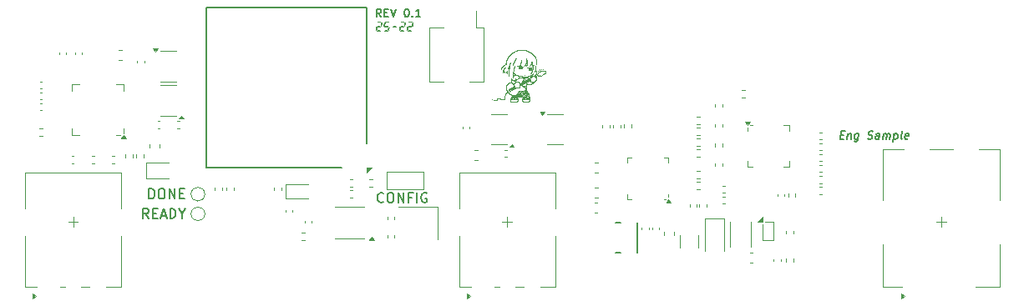
<source format=gbr>
%TF.GenerationSoftware,KiCad,Pcbnew,9.0.1+1*%
%TF.CreationDate,2025-05-26T16:30:20+08:00*%
%TF.ProjectId,audio_lab,61756469-6f5f-46c6-9162-2e6b69636164,rev?*%
%TF.SameCoordinates,Original*%
%TF.FileFunction,Legend,Top*%
%TF.FilePolarity,Positive*%
%FSLAX46Y46*%
G04 Gerber Fmt 4.6, Leading zero omitted, Abs format (unit mm)*
G04 Created by KiCad (PCBNEW 9.0.1+1) date 2025-05-26 16:30:20*
%MOMM*%
%LPD*%
G01*
G04 APERTURE LIST*
%ADD10C,0.100000*%
%ADD11C,0.127000*%
%ADD12C,0.152400*%
%ADD13C,0.150000*%
%ADD14C,0.120000*%
G04 APERTURE END LIST*
D10*
X131290000Y-85127500D02*
X131292179Y-85125954D01*
X131294337Y-85124399D01*
X131296477Y-85122833D01*
X131298596Y-85121257D01*
X131300696Y-85119669D01*
X131302776Y-85118073D01*
X131304838Y-85116465D01*
X131306880Y-85114848D01*
X131308903Y-85113219D01*
X131310907Y-85111581D01*
X131312893Y-85109932D01*
X131314859Y-85108273D01*
X131316807Y-85106603D01*
X131318736Y-85104924D01*
X131322539Y-85101533D01*
X131326269Y-85098101D01*
X131329927Y-85094627D01*
X131333514Y-85091111D01*
X131337029Y-85087554D01*
X131340474Y-85083954D01*
X131343849Y-85080312D01*
X131347155Y-85076628D01*
X131350392Y-85072900D01*
X131353561Y-85069130D01*
X131356663Y-85065317D01*
X131359697Y-85061459D01*
X131362665Y-85057558D01*
X131365566Y-85053613D01*
X131368401Y-85049623D01*
X131371171Y-85045588D01*
X131373875Y-85041507D01*
X131376514Y-85037380D01*
X131379088Y-85033207D01*
X131381597Y-85028988D01*
X131384042Y-85024721D01*
X131386423Y-85020406D01*
X131388739Y-85016043D01*
X131390990Y-85011631D01*
X131393178Y-85007170D01*
X131395301Y-85002658D01*
X131397360Y-84998097D01*
X131399355Y-84993484D01*
X131401285Y-84988819D01*
X131403151Y-84984103D01*
X131404952Y-84979333D01*
X131406688Y-84974510D01*
X131408359Y-84969633D01*
X131409964Y-84964702D01*
X131411503Y-84959715D01*
X131412977Y-84954672D01*
X131414384Y-84949573D01*
X131415724Y-84944417D01*
X131416997Y-84939203D01*
X131418202Y-84933930D01*
X131419339Y-84928599D01*
X131420407Y-84923208D01*
X131421406Y-84917757D01*
X131422335Y-84912245D01*
X131423194Y-84906672D01*
X131423982Y-84901037D01*
X131424699Y-84895339D01*
X131425343Y-84889579D01*
X131425914Y-84883755D01*
X131426411Y-84877868D01*
X131426834Y-84871915D01*
X131427182Y-84865899D01*
X131427454Y-84859817D01*
X131427649Y-84853669D01*
X131427767Y-84847456D01*
X131427807Y-84841176D01*
X131427768Y-84834830D01*
X131427649Y-84828418D01*
X131427449Y-84821938D01*
X131427168Y-84815392D01*
X131426804Y-84808780D01*
X131426358Y-84802100D01*
X131425827Y-84795354D01*
X131425211Y-84788541D01*
X131424510Y-84781663D01*
X131423723Y-84774719D01*
X131422849Y-84767709D01*
X131421886Y-84760636D01*
X131420835Y-84753498D01*
X131419695Y-84746299D01*
X131418466Y-84739037D01*
X131417145Y-84731715D01*
X131415734Y-84724335D01*
X131414232Y-84716898D01*
X131412638Y-84709405D01*
X131410952Y-84701860D01*
X131409175Y-84694265D01*
X131407305Y-84686623D01*
X131405344Y-84678937D01*
X131403292Y-84671212D01*
X131401149Y-84663451D01*
X131398916Y-84655660D01*
X131396595Y-84647844D01*
X131394188Y-84640010D01*
X131391695Y-84632167D01*
X131389120Y-84624321D01*
X131386467Y-84616485D01*
X131383739Y-84608670D01*
X131380941Y-84600889D01*
X131378080Y-84593160D01*
X131375164Y-84585504D01*
X131372204Y-84577943D01*
X131369212Y-84570510D01*
X131366206Y-84563243D01*
X131363208Y-84556191D01*
X131360253Y-84549423D01*
X131357386Y-84543035D01*
X131354681Y-84537176D01*
X131352270Y-84532104D01*
X131350447Y-84528387D01*
X131350000Y-84527500D01*
X129810000Y-86067500D02*
X129863832Y-86038210D01*
X129915675Y-86010025D01*
X129966034Y-85982669D01*
X130014437Y-85956397D01*
X130061397Y-85930930D01*
X130106434Y-85906529D01*
X130150071Y-85882908D01*
X130191817Y-85860333D01*
X130232204Y-85838515D01*
X130270731Y-85817723D01*
X130307942Y-85797664D01*
X130343323Y-85778613D01*
X130377430Y-85760269D01*
X130409736Y-85742917D01*
X130440812Y-85726246D01*
X130470112Y-85710550D01*
X130498226Y-85695512D01*
X130524587Y-85681432D01*
X130549805Y-85667984D01*
X130573291Y-85655482D01*
X130595677Y-85643586D01*
X130616346Y-85632624D01*
X130635957Y-85622245D01*
X130653858Y-85612791D01*
X130670742Y-85603895D01*
X130685911Y-85595923D01*
X130712551Y-85581982D01*
X130733747Y-85570964D01*
X130749302Y-85562945D01*
X130758519Y-85558246D01*
X130760000Y-85557500D01*
X129750000Y-85907500D02*
X129748124Y-85904066D01*
X129746178Y-85900672D01*
X129744163Y-85897317D01*
X129742079Y-85894000D01*
X129739924Y-85890721D01*
X129737698Y-85887479D01*
X129735401Y-85884275D01*
X129733033Y-85881107D01*
X129730592Y-85877974D01*
X129728078Y-85874878D01*
X129725490Y-85871818D01*
X129722829Y-85868793D01*
X129720092Y-85865803D01*
X129717279Y-85862848D01*
X129714390Y-85859928D01*
X129711423Y-85857042D01*
X129708378Y-85854192D01*
X129705253Y-85851376D01*
X129702049Y-85848595D01*
X129698763Y-85845850D01*
X129695395Y-85843139D01*
X129691944Y-85840463D01*
X129688409Y-85837823D01*
X129684789Y-85835219D01*
X129681082Y-85832651D01*
X129677289Y-85830119D01*
X129673407Y-85827623D01*
X129669437Y-85825165D01*
X129665376Y-85822745D01*
X129661224Y-85820363D01*
X129656980Y-85818020D01*
X129652643Y-85815716D01*
X129648212Y-85813452D01*
X129643687Y-85811229D01*
X129639065Y-85809047D01*
X129634347Y-85806907D01*
X129629532Y-85804811D01*
X129624619Y-85802758D01*
X129619608Y-85800750D01*
X129614497Y-85798788D01*
X129609288Y-85796872D01*
X129603979Y-85795005D01*
X129598570Y-85793186D01*
X129593061Y-85791417D01*
X129587453Y-85789699D01*
X129581746Y-85788033D01*
X129575940Y-85786421D01*
X129570037Y-85784864D01*
X129564037Y-85783362D01*
X129557942Y-85781919D01*
X129551754Y-85780533D01*
X129545476Y-85779209D01*
X129539110Y-85777946D01*
X129532659Y-85776746D01*
X129526129Y-85775611D01*
X129519524Y-85774542D01*
X129512849Y-85773541D01*
X129506114Y-85772610D01*
X129499325Y-85771749D01*
X129492495Y-85770962D01*
X129485635Y-85770248D01*
X129478762Y-85769611D01*
X129471895Y-85769051D01*
X129465059Y-85768570D01*
X129458284Y-85768169D01*
X129451611Y-85767849D01*
X129445094Y-85767610D01*
X129438809Y-85767452D01*
X129432867Y-85767373D01*
X129427449Y-85767368D01*
X129422898Y-85767423D01*
X129420000Y-85767500D01*
X129320000Y-86337500D02*
X129316220Y-86336040D01*
X129312481Y-86334510D01*
X129308781Y-86332911D01*
X129305120Y-86331242D01*
X129301498Y-86329503D01*
X129297913Y-86327694D01*
X129294366Y-86325815D01*
X129290855Y-86323865D01*
X129287381Y-86321844D01*
X129283942Y-86319752D01*
X129280539Y-86317588D01*
X129277171Y-86315353D01*
X129273837Y-86313045D01*
X129270538Y-86310664D01*
X129267273Y-86308209D01*
X129264041Y-86305680D01*
X129260843Y-86303077D01*
X129257679Y-86300398D01*
X129254547Y-86297643D01*
X129251449Y-86294811D01*
X129248384Y-86291902D01*
X129245352Y-86288914D01*
X129242353Y-86285848D01*
X129239387Y-86282702D01*
X129236454Y-86279475D01*
X129233555Y-86276166D01*
X129230689Y-86272776D01*
X129227857Y-86269302D01*
X129225060Y-86265745D01*
X129222296Y-86262103D01*
X129219568Y-86258375D01*
X129216875Y-86254561D01*
X129214217Y-86250660D01*
X129211596Y-86246671D01*
X129209011Y-86242594D01*
X129206464Y-86238428D01*
X129203954Y-86234171D01*
X129201484Y-86229824D01*
X129199053Y-86225387D01*
X129196662Y-86220858D01*
X129194312Y-86216237D01*
X129192005Y-86211524D01*
X129189740Y-86206719D01*
X129187519Y-86201823D01*
X129185344Y-86196834D01*
X129183215Y-86191754D01*
X129181133Y-86186583D01*
X129179099Y-86181321D01*
X129177116Y-86175970D01*
X129175185Y-86170532D01*
X129173306Y-86165007D01*
X129171481Y-86159399D01*
X129169713Y-86153709D01*
X129168002Y-86147940D01*
X129166351Y-86142098D01*
X129164761Y-86136185D01*
X129163235Y-86130208D01*
X129161774Y-86124173D01*
X129160381Y-86118089D01*
X129159059Y-86111965D01*
X129157809Y-86105812D01*
X129156635Y-86099646D01*
X129155539Y-86093484D01*
X129154526Y-86087349D01*
X129153598Y-86081269D01*
X129152760Y-86075282D01*
X129152016Y-86069438D01*
X129151372Y-86063810D01*
X129150835Y-86058501D01*
X129150415Y-86053688D01*
X129150126Y-86049709D01*
X129150000Y-86047500D01*
X130110000Y-85637500D02*
X130110935Y-85641077D01*
X130111938Y-85644607D01*
X130113008Y-85648088D01*
X130114145Y-85651518D01*
X130115346Y-85654896D01*
X130116611Y-85658219D01*
X130117936Y-85661484D01*
X130119320Y-85664688D01*
X130120761Y-85667828D01*
X130122255Y-85670900D01*
X130123799Y-85673897D01*
X130125388Y-85676815D01*
X130127016Y-85679646D01*
X130128675Y-85682380D01*
X130130357Y-85685007D01*
X130132049Y-85687511D01*
X130133733Y-85689873D01*
X130135384Y-85692066D01*
X130136963Y-85694049D01*
X130138403Y-85695754D01*
X130139561Y-85697041D01*
X130140000Y-85697500D01*
X130120000Y-85587500D02*
X130116808Y-85590306D01*
X130113662Y-85593099D01*
X130110550Y-85595887D01*
X130107484Y-85598661D01*
X130104452Y-85601431D01*
X130101464Y-85604187D01*
X130098511Y-85606939D01*
X130095602Y-85609677D01*
X130092726Y-85612410D01*
X130089895Y-85615129D01*
X130087096Y-85617843D01*
X130084341Y-85620543D01*
X130081619Y-85623239D01*
X130078940Y-85625920D01*
X130076293Y-85628596D01*
X130073690Y-85631257D01*
X130071118Y-85633915D01*
X130068588Y-85636557D01*
X130066090Y-85639194D01*
X130063634Y-85641816D01*
X130061209Y-85644434D01*
X130058825Y-85647036D01*
X130056472Y-85649634D01*
X130054161Y-85652216D01*
X130051880Y-85654794D01*
X130049640Y-85657355D01*
X130047429Y-85659913D01*
X130045260Y-85662453D01*
X130043119Y-85664990D01*
X130041019Y-85667509D01*
X130038948Y-85670025D01*
X130036917Y-85672523D01*
X130032952Y-85677495D01*
X130029122Y-85682423D01*
X130025425Y-85687307D01*
X130021861Y-85692147D01*
X130018428Y-85696941D01*
X130015125Y-85701690D01*
X130011950Y-85706391D01*
X130008901Y-85711046D01*
X130005978Y-85715652D01*
X130003180Y-85720210D01*
X130000503Y-85724717D01*
X129997949Y-85729173D01*
X129995514Y-85733577D01*
X129993199Y-85737927D01*
X129991001Y-85742223D01*
X129988920Y-85746463D01*
X129986953Y-85750646D01*
X129985101Y-85754769D01*
X129983362Y-85758831D01*
X129981735Y-85762829D01*
X129980218Y-85766762D01*
X129978810Y-85770627D01*
X129977511Y-85774421D01*
X129976319Y-85778140D01*
X129975233Y-85781781D01*
X129974252Y-85785339D01*
X129973375Y-85788809D01*
X129972600Y-85792186D01*
X129971926Y-85795461D01*
X129971352Y-85798627D01*
X129970876Y-85801672D01*
X129970496Y-85804583D01*
X129970211Y-85807342D01*
X129970015Y-85809926D01*
X129969906Y-85812299D01*
X129969877Y-85814409D01*
X129969914Y-85816162D01*
X129970000Y-85817500D01*
X129775000Y-84412500D02*
X129777416Y-84411837D01*
X129779798Y-84411162D01*
X129782139Y-84410478D01*
X129784447Y-84409784D01*
X129786715Y-84409080D01*
X129788951Y-84408365D01*
X129791148Y-84407642D01*
X129793313Y-84406909D01*
X129795440Y-84406167D01*
X129797536Y-84405415D01*
X129799595Y-84404655D01*
X129801623Y-84403886D01*
X129803616Y-84403108D01*
X129805578Y-84402321D01*
X129807505Y-84401527D01*
X129809403Y-84400723D01*
X129811267Y-84399912D01*
X129813101Y-84399092D01*
X129814902Y-84398265D01*
X129816675Y-84397429D01*
X129818415Y-84396587D01*
X129820128Y-84395735D01*
X129821809Y-84394878D01*
X129823462Y-84394012D01*
X129825085Y-84393139D01*
X129826681Y-84392258D01*
X129828247Y-84391371D01*
X129829787Y-84390476D01*
X129831298Y-84389575D01*
X129832782Y-84388666D01*
X129834239Y-84387751D01*
X129835670Y-84386829D01*
X129837074Y-84385901D01*
X129838452Y-84384965D01*
X129839804Y-84384023D01*
X129841132Y-84383075D01*
X129842433Y-84382120D01*
X129843710Y-84381158D01*
X129844963Y-84380190D01*
X129846191Y-84379216D01*
X129847395Y-84378235D01*
X129848575Y-84377249D01*
X129849733Y-84376255D01*
X129850866Y-84375256D01*
X129851977Y-84374250D01*
X129853064Y-84373238D01*
X129854130Y-84372220D01*
X129855173Y-84371196D01*
X129856195Y-84370165D01*
X129857194Y-84369128D01*
X129858172Y-84368084D01*
X129859128Y-84367036D01*
X129860064Y-84365979D01*
X129860977Y-84364918D01*
X129861872Y-84363848D01*
X129862744Y-84362775D01*
X129864429Y-84360606D01*
X129866034Y-84358411D01*
X129867560Y-84356190D01*
X129869008Y-84353942D01*
X129870379Y-84351666D01*
X129871675Y-84349363D01*
X129872896Y-84347031D01*
X129874043Y-84344670D01*
X129875116Y-84342279D01*
X129876116Y-84339857D01*
X129877043Y-84337404D01*
X129877897Y-84334918D01*
X129878679Y-84332399D01*
X129879389Y-84329847D01*
X129880026Y-84327259D01*
X129880591Y-84324635D01*
X129881082Y-84321975D01*
X129881499Y-84319277D01*
X129881843Y-84316541D01*
X129882111Y-84313765D01*
X129882304Y-84310949D01*
X129882420Y-84308092D01*
X129882458Y-84305194D01*
X129882419Y-84302253D01*
X129882299Y-84299270D01*
X129882098Y-84296243D01*
X129881816Y-84293172D01*
X129881450Y-84290057D01*
X129880999Y-84286898D01*
X129880463Y-84283695D01*
X129879839Y-84280448D01*
X129879127Y-84277158D01*
X129878325Y-84273826D01*
X129877433Y-84270452D01*
X129876449Y-84267038D01*
X129875372Y-84263587D01*
X129874203Y-84260100D01*
X129872941Y-84256581D01*
X129871586Y-84253035D01*
X129870139Y-84249465D01*
X129868602Y-84245879D01*
X129866978Y-84242285D01*
X129865271Y-84238693D01*
X129863487Y-84235115D01*
X129861634Y-84231570D01*
X129859726Y-84228080D01*
X129857781Y-84224675D01*
X129855828Y-84221402D01*
X129853913Y-84218330D01*
X129852120Y-84215575D01*
X129850627Y-84213383D01*
X129850000Y-84212500D01*
X130350000Y-85267500D02*
X130326735Y-85285548D01*
X130302430Y-85304306D01*
X130277313Y-85323598D01*
X130251775Y-85343123D01*
X130226512Y-85362349D01*
X130202899Y-85380240D01*
X130184304Y-85394266D01*
X130180000Y-85397500D01*
X129300000Y-86367500D02*
X129273992Y-86381904D01*
X129246740Y-86396907D01*
X129218452Y-86412391D01*
X129189407Y-86428199D01*
X129159962Y-86444136D01*
X129130550Y-86459966D01*
X129115980Y-86467774D01*
X129101670Y-86475421D01*
X129087603Y-86482915D01*
X129073864Y-86490212D01*
X129060576Y-86497247D01*
X129047678Y-86504053D01*
X129035425Y-86510496D01*
X129023611Y-86516686D01*
X129012604Y-86522430D01*
X129002067Y-86527906D01*
X128992446Y-86532883D01*
X128983308Y-86537588D01*
X128975137Y-86541772D01*
X128967440Y-86545691D01*
X128960703Y-86549097D01*
X128954414Y-86552254D01*
X128949030Y-86554935D01*
X128944054Y-86557389D01*
X128939891Y-86559419D01*
X128936087Y-86561251D01*
X128932984Y-86562723D01*
X128930187Y-86564026D01*
X128927971Y-86565036D01*
X128926004Y-86565909D01*
X128924501Y-86566555D01*
X128923193Y-86567093D01*
X128922237Y-86567465D01*
X128921428Y-86567756D01*
X128920871Y-86567935D01*
X128920418Y-86568058D01*
X128920132Y-86568114D01*
X128919913Y-86568135D01*
X128919792Y-86568126D01*
X128919710Y-86568097D01*
X128919673Y-86568063D01*
X128919657Y-86568017D01*
X128919683Y-86567898D01*
X128919822Y-86567692D01*
X128920000Y-86567500D01*
X129250000Y-86297500D02*
X129223992Y-86311904D01*
X129196740Y-86326907D01*
X129168452Y-86342391D01*
X129139407Y-86358199D01*
X129109962Y-86374136D01*
X129080550Y-86389966D01*
X129065980Y-86397774D01*
X129051670Y-86405421D01*
X129037603Y-86412915D01*
X129023864Y-86420212D01*
X129010576Y-86427247D01*
X128997678Y-86434053D01*
X128985425Y-86440496D01*
X128973611Y-86446686D01*
X128962604Y-86452430D01*
X128952067Y-86457906D01*
X128942446Y-86462883D01*
X128933308Y-86467588D01*
X128925137Y-86471772D01*
X128917440Y-86475691D01*
X128910703Y-86479097D01*
X128904414Y-86482254D01*
X128899030Y-86484935D01*
X128894054Y-86487389D01*
X128889891Y-86489419D01*
X128886087Y-86491251D01*
X128882984Y-86492723D01*
X128880187Y-86494026D01*
X128877971Y-86495036D01*
X128876004Y-86495909D01*
X128874501Y-86496555D01*
X128873193Y-86497093D01*
X128872237Y-86497465D01*
X128871428Y-86497756D01*
X128870871Y-86497935D01*
X128870418Y-86498058D01*
X128870132Y-86498114D01*
X128869913Y-86498135D01*
X128869792Y-86498126D01*
X128869710Y-86498097D01*
X128869673Y-86498063D01*
X128869657Y-86498017D01*
X128869683Y-86497898D01*
X128869822Y-86497692D01*
X128870000Y-86497500D01*
X128912500Y-87482500D02*
X129120000Y-87232500D01*
X132360000Y-84797500D02*
X132360092Y-84799738D01*
X132360163Y-84801958D01*
X132360213Y-84804154D01*
X132360243Y-84806333D01*
X132360253Y-84808489D01*
X132360242Y-84810627D01*
X132360212Y-84812743D01*
X132360163Y-84814841D01*
X132360093Y-84816918D01*
X132360005Y-84818977D01*
X132359897Y-84821016D01*
X132359770Y-84823037D01*
X132359625Y-84825039D01*
X132359461Y-84827022D01*
X132359278Y-84828987D01*
X132359077Y-84830934D01*
X132358858Y-84832863D01*
X132358621Y-84834775D01*
X132358366Y-84836668D01*
X132358093Y-84838545D01*
X132357802Y-84840403D01*
X132357494Y-84842246D01*
X132357169Y-84844071D01*
X132356826Y-84845879D01*
X132356466Y-84847672D01*
X132356090Y-84849447D01*
X132355696Y-84851207D01*
X132355285Y-84852951D01*
X132354858Y-84854679D01*
X132354414Y-84856391D01*
X132353953Y-84858088D01*
X132353476Y-84859769D01*
X132352982Y-84861436D01*
X132352472Y-84863087D01*
X132351946Y-84864725D01*
X132351404Y-84866346D01*
X132350845Y-84867954D01*
X132350271Y-84869547D01*
X132349680Y-84871126D01*
X132349073Y-84872691D01*
X132348450Y-84874243D01*
X132347812Y-84875779D01*
X132346487Y-84878813D01*
X132345099Y-84881794D01*
X132343647Y-84884722D01*
X132342132Y-84887599D01*
X132340554Y-84890425D01*
X132338912Y-84893203D01*
X132337207Y-84895931D01*
X132335438Y-84898612D01*
X132333604Y-84901246D01*
X132331706Y-84903834D01*
X132329743Y-84906376D01*
X132327714Y-84908873D01*
X132325618Y-84911325D01*
X132323456Y-84913733D01*
X132321226Y-84916098D01*
X132318927Y-84918420D01*
X132316559Y-84920698D01*
X132314120Y-84922934D01*
X132311611Y-84925127D01*
X132309029Y-84927278D01*
X132306374Y-84929386D01*
X132303644Y-84931452D01*
X132300839Y-84933475D01*
X132297957Y-84935456D01*
X132294997Y-84937393D01*
X132291958Y-84939287D01*
X132288839Y-84941138D01*
X132285638Y-84942945D01*
X132282354Y-84944707D01*
X132278986Y-84946424D01*
X132275532Y-84948096D01*
X132271992Y-84949721D01*
X132268363Y-84951299D01*
X132264646Y-84952830D01*
X132260838Y-84954312D01*
X132256938Y-84955744D01*
X132252945Y-84957126D01*
X132248859Y-84958457D01*
X132244678Y-84959735D01*
X132240401Y-84960959D01*
X132236027Y-84962129D01*
X132231556Y-84963243D01*
X132226986Y-84964299D01*
X132222319Y-84965298D01*
X132217552Y-84966236D01*
X132212687Y-84967114D01*
X132207723Y-84967929D01*
X132202661Y-84968680D01*
X132197501Y-84969366D01*
X132192245Y-84969986D01*
X132186894Y-84970537D01*
X132181450Y-84971019D01*
X132175916Y-84971431D01*
X132170295Y-84971770D01*
X132164591Y-84972036D01*
X132158810Y-84972227D01*
X132152958Y-84972343D01*
X132147042Y-84972383D01*
X132141073Y-84972345D01*
X132135063Y-84972230D01*
X132129027Y-84972038D01*
X132122983Y-84971770D01*
X132116958Y-84971426D01*
X132110981Y-84971009D01*
X132105097Y-84970525D01*
X132099364Y-84969980D01*
X132093867Y-84969385D01*
X132088741Y-84968762D01*
X132084223Y-84968149D01*
X132080839Y-84967638D01*
X132080000Y-84967500D01*
X129920000Y-86717500D02*
X130300000Y-87207500D01*
X131110000Y-84187500D02*
X131106754Y-84185352D01*
X131103543Y-84183132D01*
X131100366Y-84180839D01*
X131097223Y-84178471D01*
X131094114Y-84176030D01*
X131091038Y-84173513D01*
X131087995Y-84170919D01*
X131084984Y-84168249D01*
X131082006Y-84165501D01*
X131079060Y-84162675D01*
X131076146Y-84159768D01*
X131073263Y-84156781D01*
X131070413Y-84153712D01*
X131067594Y-84150560D01*
X131064808Y-84147324D01*
X131062053Y-84144002D01*
X131059330Y-84140595D01*
X131056638Y-84137099D01*
X131053980Y-84133515D01*
X131051353Y-84129841D01*
X131048759Y-84126075D01*
X131046198Y-84122217D01*
X131043671Y-84118264D01*
X131041176Y-84114216D01*
X131038716Y-84110071D01*
X131036290Y-84105828D01*
X131033899Y-84101486D01*
X131031544Y-84097043D01*
X131029224Y-84092497D01*
X131026941Y-84087847D01*
X131024695Y-84083093D01*
X131022486Y-84078231D01*
X131020316Y-84073262D01*
X131018185Y-84068184D01*
X131016094Y-84062995D01*
X131014044Y-84057694D01*
X131012035Y-84052279D01*
X131010069Y-84046750D01*
X131008145Y-84041106D01*
X131006266Y-84035344D01*
X131004432Y-84029464D01*
X131002644Y-84023465D01*
X131000903Y-84017346D01*
X130999211Y-84011105D01*
X130997567Y-84004743D01*
X130995973Y-83998257D01*
X130994431Y-83991648D01*
X130992941Y-83984914D01*
X130991505Y-83978056D01*
X130990124Y-83971073D01*
X130988799Y-83963964D01*
X130987531Y-83956731D01*
X130986321Y-83949373D01*
X130985171Y-83941890D01*
X130984083Y-83934284D01*
X130983056Y-83926555D01*
X130982093Y-83918705D01*
X130981194Y-83910735D01*
X130980362Y-83902648D01*
X130979597Y-83894446D01*
X130978901Y-83886133D01*
X130978274Y-83877712D01*
X130977719Y-83869188D01*
X130977235Y-83860567D01*
X130976825Y-83851855D01*
X130976489Y-83843059D01*
X130976229Y-83834190D01*
X130976044Y-83825258D01*
X130975936Y-83816276D01*
X130975904Y-83807260D01*
X130975950Y-83798230D01*
X130976072Y-83789209D01*
X130976270Y-83780225D01*
X130976543Y-83771317D01*
X130976886Y-83762529D01*
X130977297Y-83753923D01*
X130977768Y-83745584D01*
X130978289Y-83737632D01*
X130978841Y-83730250D01*
X130979390Y-83723762D01*
X130979857Y-83718863D01*
X130980000Y-83717500D01*
X130390000Y-86627500D02*
X130580000Y-86937500D01*
X131330000Y-85237500D02*
X131327332Y-85235635D01*
X131324675Y-85233801D01*
X131322030Y-85232001D01*
X131319396Y-85230231D01*
X131316774Y-85228495D01*
X131314162Y-85226788D01*
X131311563Y-85225114D01*
X131308974Y-85223470D01*
X131306398Y-85221857D01*
X131303831Y-85220274D01*
X131301276Y-85218722D01*
X131298731Y-85217200D01*
X131296198Y-85215707D01*
X131293675Y-85214244D01*
X131291164Y-85212811D01*
X131288662Y-85211405D01*
X131286172Y-85210030D01*
X131283692Y-85208682D01*
X131281223Y-85207363D01*
X131278763Y-85206072D01*
X131276315Y-85204810D01*
X131273876Y-85203574D01*
X131271448Y-85202367D01*
X131269029Y-85201186D01*
X131266621Y-85200033D01*
X131264222Y-85198906D01*
X131261834Y-85197807D01*
X131259455Y-85196733D01*
X131257086Y-85195686D01*
X131254726Y-85194665D01*
X131252377Y-85193670D01*
X131250036Y-85192700D01*
X131247705Y-85191756D01*
X131245383Y-85190837D01*
X131243071Y-85189943D01*
X131240768Y-85189074D01*
X131238473Y-85188230D01*
X131236188Y-85187411D01*
X131233912Y-85186615D01*
X131231645Y-85185844D01*
X131229386Y-85185097D01*
X131227136Y-85184374D01*
X131224894Y-85183674D01*
X131222662Y-85182999D01*
X131220437Y-85182346D01*
X131218221Y-85181717D01*
X131216013Y-85181110D01*
X131213814Y-85180527D01*
X131211622Y-85179966D01*
X131209439Y-85179428D01*
X131207262Y-85178912D01*
X131205095Y-85178419D01*
X131202934Y-85177948D01*
X131200783Y-85177499D01*
X131198637Y-85177072D01*
X131196501Y-85176666D01*
X131194370Y-85176283D01*
X131192248Y-85175921D01*
X131190132Y-85175580D01*
X131188025Y-85175261D01*
X131185922Y-85174962D01*
X131183829Y-85174685D01*
X131181741Y-85174429D01*
X131179662Y-85174194D01*
X131175521Y-85173786D01*
X131171407Y-85173460D01*
X131167318Y-85173216D01*
X131163254Y-85173053D01*
X131159214Y-85172971D01*
X131155198Y-85172968D01*
X131151205Y-85173045D01*
X131147233Y-85173201D01*
X131143284Y-85173436D01*
X131139355Y-85173749D01*
X131135447Y-85174140D01*
X131131559Y-85174609D01*
X131127690Y-85175156D01*
X131123839Y-85175780D01*
X131120006Y-85176482D01*
X131116191Y-85177261D01*
X131112393Y-85178118D01*
X131108611Y-85179053D01*
X131104846Y-85180065D01*
X131101096Y-85181156D01*
X131097360Y-85182325D01*
X131093640Y-85183573D01*
X131089934Y-85184899D01*
X131086242Y-85186305D01*
X131082564Y-85187791D01*
X131078899Y-85189356D01*
X131075248Y-85191003D01*
X131071609Y-85192731D01*
X131067984Y-85194540D01*
X131064371Y-85196432D01*
X131060771Y-85198406D01*
X131057183Y-85200464D01*
X131053608Y-85202607D01*
X131050046Y-85204834D01*
X131046498Y-85207146D01*
X131042962Y-85209544D01*
X131039439Y-85212029D01*
X131035931Y-85214602D01*
X131032436Y-85217262D01*
X131028956Y-85220010D01*
X131025492Y-85222847D01*
X131022043Y-85225774D01*
X131018611Y-85228790D01*
X131015196Y-85231896D01*
X131011799Y-85235092D01*
X131008422Y-85238378D01*
X131005065Y-85241754D01*
X131001730Y-85245220D01*
X130998419Y-85248775D01*
X130995132Y-85252419D01*
X130991872Y-85256151D01*
X130988641Y-85259969D01*
X130985440Y-85263872D01*
X130982274Y-85267857D01*
X130979143Y-85271922D01*
X130976053Y-85276064D01*
X130973005Y-85280278D01*
X130970005Y-85284559D01*
X130967056Y-85288901D01*
X130964165Y-85293295D01*
X130961338Y-85297733D01*
X130958582Y-85302202D01*
X130955906Y-85306685D01*
X130953321Y-85311164D01*
X130950841Y-85315610D01*
X130948483Y-85319989D01*
X130946272Y-85324249D01*
X130944240Y-85328316D01*
X130942440Y-85332068D01*
X130940969Y-85335276D01*
X130940000Y-85337500D01*
X129310000Y-85707500D02*
X129313121Y-85703203D01*
X129316243Y-85698938D01*
X129319370Y-85694700D01*
X129322498Y-85690494D01*
X129325632Y-85686315D01*
X129328766Y-85682168D01*
X129331905Y-85678047D01*
X129335044Y-85673958D01*
X129338189Y-85669896D01*
X129341335Y-85665865D01*
X129344485Y-85661860D01*
X129347636Y-85657886D01*
X129350792Y-85653939D01*
X129353949Y-85650022D01*
X129357110Y-85646132D01*
X129360272Y-85642272D01*
X129363439Y-85638438D01*
X129366606Y-85634635D01*
X129369779Y-85630856D01*
X129372951Y-85627109D01*
X129376128Y-85623386D01*
X129379305Y-85619695D01*
X129382488Y-85616027D01*
X129385670Y-85612391D01*
X129388858Y-85608779D01*
X129392045Y-85605197D01*
X129395237Y-85601639D01*
X129398429Y-85598112D01*
X129401626Y-85594609D01*
X129404822Y-85591136D01*
X129408024Y-85587686D01*
X129411225Y-85584266D01*
X129414432Y-85580870D01*
X129417638Y-85577504D01*
X129420849Y-85574161D01*
X129424059Y-85570848D01*
X129427274Y-85567558D01*
X129430488Y-85564298D01*
X129433708Y-85561060D01*
X129436927Y-85557852D01*
X129440151Y-85554666D01*
X129443374Y-85551510D01*
X129449829Y-85545272D01*
X129456292Y-85539136D01*
X129462763Y-85533102D01*
X129469242Y-85527170D01*
X129475729Y-85521339D01*
X129482223Y-85515607D01*
X129488725Y-85509976D01*
X129495233Y-85504443D01*
X129501749Y-85499008D01*
X129508272Y-85493672D01*
X129514802Y-85488432D01*
X129521338Y-85483289D01*
X129527881Y-85478242D01*
X129534430Y-85473290D01*
X129540985Y-85468433D01*
X129547547Y-85463671D01*
X129554114Y-85459002D01*
X129560687Y-85454427D01*
X129567266Y-85449945D01*
X129573851Y-85445555D01*
X129580440Y-85441257D01*
X129587035Y-85437050D01*
X129593635Y-85432935D01*
X129600240Y-85428910D01*
X129606850Y-85424975D01*
X129613464Y-85421129D01*
X129620083Y-85417373D01*
X129626706Y-85413706D01*
X129633333Y-85410127D01*
X129639964Y-85406637D01*
X129646598Y-85403234D01*
X129653236Y-85399919D01*
X129659877Y-85396690D01*
X129666521Y-85393549D01*
X129673168Y-85390494D01*
X129679818Y-85387525D01*
X129686469Y-85384642D01*
X129693122Y-85381845D01*
X129699777Y-85379133D01*
X129706434Y-85376506D01*
X129713091Y-85373964D01*
X129719748Y-85371507D01*
X129726406Y-85369134D01*
X129733064Y-85366845D01*
X129739720Y-85364640D01*
X129746376Y-85362520D01*
X129753030Y-85360482D01*
X129759681Y-85358529D01*
X129766330Y-85356658D01*
X129772975Y-85354871D01*
X129779616Y-85353167D01*
X129786252Y-85351546D01*
X129792882Y-85350008D01*
X129799505Y-85348552D01*
X129806121Y-85347179D01*
X129812729Y-85345888D01*
X129819327Y-85344680D01*
X129825914Y-85343554D01*
X129832489Y-85342509D01*
X129839051Y-85341547D01*
X129845598Y-85340667D01*
X129852128Y-85339869D01*
X129858641Y-85339152D01*
X129865133Y-85338516D01*
X129871604Y-85337962D01*
X129878050Y-85337488D01*
X129884469Y-85337095D01*
X129890859Y-85336783D01*
X129897217Y-85336551D01*
X129903538Y-85336398D01*
X129909821Y-85336325D01*
X129916060Y-85336330D01*
X129922251Y-85336413D01*
X129928390Y-85336574D01*
X129934470Y-85336810D01*
X129940485Y-85337122D01*
X129946428Y-85337508D01*
X129952291Y-85337966D01*
X129958064Y-85338494D01*
X129963735Y-85339090D01*
X129969293Y-85339751D01*
X129974719Y-85340472D01*
X129979997Y-85341250D01*
X129985101Y-85342079D01*
X129990000Y-85342949D01*
X129994655Y-85343849D01*
X129999008Y-85344764D01*
X130002975Y-85345668D01*
X130006416Y-85346518D01*
X130009042Y-85347223D01*
X130010000Y-85347500D01*
X127480000Y-87527500D02*
X127480685Y-87525669D01*
X127481383Y-87523863D01*
X127482090Y-87522084D01*
X127482811Y-87520329D01*
X127483541Y-87518601D01*
X127484283Y-87516896D01*
X127485036Y-87515218D01*
X127485800Y-87513563D01*
X127486574Y-87511933D01*
X127487360Y-87510326D01*
X127488156Y-87508744D01*
X127488962Y-87507184D01*
X127489779Y-87505648D01*
X127490607Y-87504135D01*
X127491444Y-87502645D01*
X127492292Y-87501176D01*
X127493150Y-87499730D01*
X127494019Y-87498306D01*
X127494897Y-87496904D01*
X127495786Y-87495523D01*
X127496684Y-87494163D01*
X127497593Y-87492824D01*
X127498511Y-87491506D01*
X127499440Y-87490209D01*
X127500379Y-87488932D01*
X127501327Y-87487675D01*
X127502285Y-87486438D01*
X127503253Y-87485221D01*
X127504232Y-87484024D01*
X127505220Y-87482846D01*
X127506218Y-87481686D01*
X127507226Y-87480546D01*
X127508244Y-87479425D01*
X127509271Y-87478323D01*
X127510310Y-87477238D01*
X127511357Y-87476173D01*
X127512415Y-87475125D01*
X127513483Y-87474096D01*
X127515649Y-87472090D01*
X127517857Y-87470155D01*
X127520106Y-87468289D01*
X127522397Y-87466492D01*
X127524731Y-87464762D01*
X127527108Y-87463100D01*
X127529529Y-87461503D01*
X127531995Y-87459973D01*
X127534506Y-87458508D01*
X127537065Y-87457107D01*
X127539670Y-87455772D01*
X127542325Y-87454501D01*
X127545029Y-87453294D01*
X127547784Y-87452152D01*
X127550591Y-87451075D01*
X127553451Y-87450063D01*
X127556365Y-87449115D01*
X127559335Y-87448234D01*
X127562362Y-87447419D01*
X127565448Y-87446670D01*
X127568592Y-87445989D01*
X127571798Y-87445376D01*
X127575066Y-87444833D01*
X127578398Y-87444360D01*
X127581795Y-87443957D01*
X127585259Y-87443627D01*
X127588790Y-87443371D01*
X127592391Y-87443190D01*
X127596063Y-87443084D01*
X127599807Y-87443056D01*
X127603624Y-87443108D01*
X127607516Y-87443239D01*
X127611484Y-87443453D01*
X127615530Y-87443751D01*
X127619654Y-87444135D01*
X127623858Y-87444605D01*
X127628143Y-87445165D01*
X127632511Y-87445816D01*
X127636962Y-87446559D01*
X127641496Y-87447397D01*
X127646116Y-87448331D01*
X127650822Y-87449363D01*
X127655614Y-87450496D01*
X127660493Y-87451731D01*
X127665460Y-87453070D01*
X127670514Y-87454514D01*
X127675655Y-87456065D01*
X127680884Y-87457726D01*
X127686200Y-87459497D01*
X127691603Y-87461380D01*
X127697091Y-87463376D01*
X127702662Y-87465487D01*
X127708316Y-87467713D01*
X127714050Y-87470055D01*
X127719860Y-87472513D01*
X127725744Y-87475087D01*
X127731697Y-87477777D01*
X127737713Y-87480581D01*
X127743787Y-87483498D01*
X127749909Y-87486525D01*
X127756071Y-87489658D01*
X127762260Y-87492891D01*
X127768462Y-87496218D01*
X127774659Y-87499628D01*
X127780826Y-87503110D01*
X127786935Y-87506645D01*
X127792946Y-87510209D01*
X127798806Y-87513770D01*
X127804438Y-87517276D01*
X127809727Y-87520651D01*
X127814480Y-87523761D01*
X127818303Y-87526330D01*
X127820000Y-87527500D01*
X129190000Y-86247500D02*
X129163992Y-86261904D01*
X129136740Y-86276907D01*
X129108452Y-86292391D01*
X129079407Y-86308199D01*
X129049962Y-86324136D01*
X129020550Y-86339966D01*
X129005980Y-86347774D01*
X128991670Y-86355421D01*
X128977603Y-86362915D01*
X128963864Y-86370212D01*
X128950576Y-86377247D01*
X128937678Y-86384053D01*
X128925425Y-86390496D01*
X128913611Y-86396686D01*
X128902604Y-86402430D01*
X128892067Y-86407906D01*
X128882446Y-86412883D01*
X128873308Y-86417588D01*
X128865137Y-86421772D01*
X128857440Y-86425691D01*
X128850703Y-86429097D01*
X128844414Y-86432254D01*
X128839030Y-86434935D01*
X128834054Y-86437389D01*
X128829891Y-86439419D01*
X128826087Y-86441251D01*
X128822984Y-86442723D01*
X128820187Y-86444026D01*
X128817971Y-86445036D01*
X128816004Y-86445909D01*
X128814501Y-86446555D01*
X128813193Y-86447093D01*
X128812237Y-86447465D01*
X128811428Y-86447756D01*
X128810871Y-86447935D01*
X128810418Y-86448058D01*
X128810132Y-86448114D01*
X128809913Y-86448135D01*
X128809792Y-86448126D01*
X128809710Y-86448097D01*
X128809673Y-86448063D01*
X128809657Y-86448017D01*
X128809683Y-86447898D01*
X128809822Y-86447692D01*
X128810000Y-86447500D01*
X130465000Y-87467500D02*
X130715000Y-87447500D01*
X128770000Y-86747500D02*
X128930000Y-86647500D01*
X131480000Y-85247500D02*
X131380000Y-85067500D01*
X130820000Y-85237500D02*
X130829871Y-85229724D01*
X130839573Y-85221982D01*
X130849106Y-85214273D01*
X130858469Y-85206599D01*
X130867665Y-85198961D01*
X130876692Y-85191360D01*
X130885551Y-85183797D01*
X130894243Y-85176273D01*
X130902767Y-85168790D01*
X130911124Y-85161349D01*
X130919314Y-85153951D01*
X130927338Y-85146597D01*
X130935194Y-85139289D01*
X130942884Y-85132029D01*
X130950407Y-85124817D01*
X130957764Y-85117657D01*
X130964954Y-85110548D01*
X130971978Y-85103494D01*
X130978835Y-85096496D01*
X130985525Y-85089556D01*
X130992048Y-85082676D01*
X130998404Y-85075858D01*
X131004592Y-85069106D01*
X131010612Y-85062421D01*
X131016463Y-85055806D01*
X131022145Y-85049265D01*
X131027657Y-85042800D01*
X131032998Y-85036415D01*
X131038168Y-85030114D01*
X131043165Y-85023900D01*
X131047988Y-85017779D01*
X131052636Y-85011755D01*
X131057107Y-85005834D01*
X131061398Y-85000022D01*
X131065509Y-84994325D01*
X131069436Y-84988751D01*
X131073175Y-84983310D01*
X131076725Y-84978011D01*
X131080079Y-84972867D01*
X131083233Y-84967891D01*
X131086181Y-84963100D01*
X131088915Y-84958516D01*
X131091423Y-84954166D01*
X131093693Y-84950085D01*
X131095705Y-84946323D01*
X131097429Y-84942954D01*
X131098817Y-84940105D01*
X131099764Y-84938045D01*
X131100000Y-84937500D01*
X128820000Y-87517500D02*
X128831687Y-87520449D01*
X128843374Y-87523315D01*
X128855059Y-87526100D01*
X128866742Y-87528802D01*
X128878423Y-87531422D01*
X128890101Y-87533960D01*
X128901776Y-87536416D01*
X128913446Y-87538790D01*
X128925113Y-87541082D01*
X128936774Y-87543292D01*
X128948430Y-87545421D01*
X128960079Y-87547467D01*
X128971721Y-87549431D01*
X128983356Y-87551314D01*
X128994982Y-87553115D01*
X129006599Y-87554834D01*
X129018207Y-87556472D01*
X129029803Y-87558028D01*
X129041387Y-87559502D01*
X129052959Y-87560895D01*
X129064517Y-87562206D01*
X129076060Y-87563436D01*
X129087587Y-87564584D01*
X129099098Y-87565651D01*
X129110590Y-87566637D01*
X129122063Y-87567541D01*
X129133515Y-87568365D01*
X129144944Y-87569107D01*
X129156350Y-87569769D01*
X129167731Y-87570350D01*
X129179085Y-87570850D01*
X129190411Y-87571270D01*
X129201706Y-87571610D01*
X129212968Y-87571870D01*
X129224196Y-87572050D01*
X129235387Y-87572150D01*
X129246539Y-87572171D01*
X129257649Y-87572113D01*
X129268715Y-87571976D01*
X129279734Y-87571761D01*
X129290703Y-87571469D01*
X129301619Y-87571098D01*
X129312477Y-87570652D01*
X129323275Y-87570128D01*
X129334009Y-87569530D01*
X129344673Y-87568856D01*
X129355264Y-87568109D01*
X129365776Y-87567288D01*
X129376203Y-87566396D01*
X129386540Y-87565433D01*
X129396780Y-87564400D01*
X129406915Y-87563300D01*
X129416938Y-87562133D01*
X129426839Y-87560902D01*
X129436609Y-87559610D01*
X129446235Y-87558258D01*
X129455707Y-87556850D01*
X129465008Y-87555389D01*
X129474122Y-87553880D01*
X129483030Y-87552327D01*
X129491708Y-87550738D01*
X129500130Y-87549118D01*
X129508260Y-87547478D01*
X129516058Y-87545829D01*
X129523468Y-87544188D01*
X129530415Y-87542574D01*
X129536795Y-87541022D01*
X129542440Y-87539579D01*
X129547046Y-87538341D01*
X129550000Y-87537500D01*
X130150000Y-85607500D02*
X130150935Y-85611077D01*
X130151938Y-85614607D01*
X130153008Y-85618088D01*
X130154145Y-85621518D01*
X130155346Y-85624896D01*
X130156611Y-85628219D01*
X130157936Y-85631484D01*
X130159320Y-85634688D01*
X130160761Y-85637828D01*
X130162255Y-85640900D01*
X130163799Y-85643897D01*
X130165388Y-85646815D01*
X130167016Y-85649646D01*
X130168675Y-85652380D01*
X130170357Y-85655007D01*
X130172049Y-85657511D01*
X130173733Y-85659873D01*
X130175384Y-85662066D01*
X130176963Y-85664049D01*
X130178403Y-85665754D01*
X130179561Y-85667041D01*
X130180000Y-85667500D01*
X128620000Y-86517500D02*
X128630263Y-86534103D01*
X128640741Y-86550906D01*
X128651417Y-86567880D01*
X128662272Y-86584994D01*
X128673279Y-86602204D01*
X128684407Y-86619461D01*
X128695612Y-86636697D01*
X128706838Y-86653827D01*
X128718011Y-86670740D01*
X128729027Y-86687282D01*
X128739736Y-86703233D01*
X128749910Y-86718261D01*
X128759156Y-86731804D01*
X128766675Y-86742716D01*
X128770000Y-86747500D01*
X129420000Y-85767500D02*
X129413226Y-85770784D01*
X129406535Y-85774116D01*
X129399926Y-85777495D01*
X129393398Y-85780923D01*
X129386951Y-85784397D01*
X129380585Y-85787918D01*
X129374300Y-85791484D01*
X129368095Y-85795097D01*
X129361970Y-85798755D01*
X129355924Y-85802458D01*
X129349958Y-85806205D01*
X129344071Y-85809996D01*
X129338263Y-85813830D01*
X129332533Y-85817708D01*
X129326882Y-85821628D01*
X129321309Y-85825591D01*
X129315814Y-85829595D01*
X129310397Y-85833640D01*
X129305059Y-85837726D01*
X129299797Y-85841852D01*
X129294614Y-85846018D01*
X129289508Y-85850224D01*
X129284480Y-85854467D01*
X129279529Y-85858749D01*
X129274656Y-85863068D01*
X129269861Y-85867424D01*
X129265144Y-85871816D01*
X129260504Y-85876244D01*
X129255943Y-85880706D01*
X129251460Y-85885203D01*
X129247056Y-85889732D01*
X129242730Y-85894293D01*
X129238484Y-85898886D01*
X129234317Y-85903509D01*
X129230229Y-85908161D01*
X129226223Y-85912842D01*
X129222296Y-85917549D01*
X129218452Y-85922281D01*
X129214689Y-85927038D01*
X129211009Y-85931816D01*
X129207412Y-85936616D01*
X129203900Y-85941434D01*
X129200472Y-85946268D01*
X129197131Y-85951117D01*
X129193876Y-85955978D01*
X129190710Y-85960847D01*
X129187634Y-85965722D01*
X129184648Y-85970599D01*
X129181755Y-85975475D01*
X129178956Y-85980344D01*
X129176253Y-85985202D01*
X129173648Y-85990043D01*
X129171144Y-85994861D01*
X129168743Y-85999647D01*
X129166449Y-86004393D01*
X129164263Y-86009089D01*
X129162192Y-86013721D01*
X129160238Y-86018275D01*
X129158408Y-86022732D01*
X129156709Y-86027067D01*
X129155148Y-86031251D01*
X129153736Y-86035242D01*
X129152489Y-86038978D01*
X129151429Y-86042367D01*
X129150594Y-86045242D01*
X129150000Y-86047500D01*
X130225000Y-84137500D02*
X130231419Y-84129536D01*
X130237735Y-84121574D01*
X130243947Y-84113615D01*
X130250056Y-84105658D01*
X130256062Y-84097704D01*
X130261967Y-84089753D01*
X130267771Y-84081805D01*
X130273474Y-84073859D01*
X130279077Y-84065917D01*
X130284581Y-84057977D01*
X130289985Y-84050041D01*
X130295291Y-84042108D01*
X130300500Y-84034179D01*
X130305610Y-84026253D01*
X130310624Y-84018330D01*
X130315541Y-84010411D01*
X130320363Y-84002496D01*
X130325089Y-83994585D01*
X130329720Y-83986678D01*
X130334256Y-83978775D01*
X130338698Y-83970876D01*
X130343047Y-83962982D01*
X130347303Y-83955092D01*
X130351465Y-83947206D01*
X130355536Y-83939326D01*
X130359514Y-83931450D01*
X130363401Y-83923578D01*
X130367197Y-83915712D01*
X130370902Y-83907852D01*
X130374517Y-83899996D01*
X130378042Y-83892146D01*
X130381477Y-83884302D01*
X130384823Y-83876463D01*
X130388080Y-83868630D01*
X130391249Y-83860804D01*
X130394329Y-83852984D01*
X130397321Y-83845171D01*
X130400226Y-83837364D01*
X130403043Y-83829565D01*
X130405773Y-83821772D01*
X130408417Y-83813988D01*
X130410974Y-83806211D01*
X130413445Y-83798442D01*
X130415829Y-83790682D01*
X130418129Y-83782930D01*
X130420342Y-83775187D01*
X130422471Y-83767454D01*
X130424515Y-83759731D01*
X130426474Y-83752018D01*
X130428348Y-83744315D01*
X130430138Y-83736624D01*
X130431844Y-83728944D01*
X130433467Y-83721277D01*
X130435005Y-83713622D01*
X130436460Y-83705981D01*
X130437832Y-83698353D01*
X130439121Y-83690740D01*
X130440327Y-83683142D01*
X130441450Y-83675561D01*
X130442490Y-83667996D01*
X130443449Y-83660449D01*
X130444325Y-83652921D01*
X130445120Y-83645413D01*
X130445832Y-83637925D01*
X130446464Y-83630460D01*
X130447014Y-83623018D01*
X130447483Y-83615600D01*
X130447871Y-83608208D01*
X130448179Y-83600844D01*
X130448407Y-83593509D01*
X130448555Y-83586205D01*
X130448624Y-83578934D01*
X130448614Y-83571698D01*
X130448525Y-83564499D01*
X130448358Y-83557340D01*
X130448113Y-83550224D01*
X130447792Y-83543153D01*
X130447394Y-83536130D01*
X130446920Y-83529160D01*
X130446372Y-83522246D01*
X130445751Y-83515392D01*
X130445057Y-83508602D01*
X130444292Y-83501884D01*
X130443457Y-83495241D01*
X130442554Y-83488681D01*
X130441586Y-83482212D01*
X130440554Y-83475842D01*
X130439462Y-83469580D01*
X130438313Y-83463438D01*
X130437111Y-83457429D01*
X130435861Y-83451570D01*
X130434569Y-83445879D01*
X130433245Y-83440380D01*
X130431897Y-83435103D01*
X130430540Y-83430085D01*
X130429193Y-83425382D01*
X130427886Y-83421068D01*
X130426665Y-83417268D01*
X130425623Y-83414212D01*
X130425000Y-83412500D01*
X131250000Y-84787500D02*
X131253593Y-84781434D01*
X131257162Y-84775253D01*
X131260705Y-84768956D01*
X131264224Y-84762541D01*
X131267717Y-84756007D01*
X131271183Y-84749354D01*
X131274623Y-84742579D01*
X131278035Y-84735681D01*
X131281420Y-84728661D01*
X131284777Y-84721515D01*
X131288104Y-84714244D01*
X131291402Y-84706846D01*
X131294669Y-84699321D01*
X131297906Y-84691666D01*
X131301112Y-84683882D01*
X131304285Y-84675966D01*
X131307425Y-84667919D01*
X131310531Y-84659739D01*
X131313604Y-84651426D01*
X131316641Y-84642978D01*
X131319642Y-84634395D01*
X131322606Y-84625677D01*
X131325533Y-84616821D01*
X131328421Y-84607829D01*
X131331270Y-84598700D01*
X131334079Y-84589433D01*
X131336847Y-84580028D01*
X131339572Y-84570484D01*
X131342255Y-84560803D01*
X131344893Y-84550983D01*
X131347487Y-84541025D01*
X131350034Y-84530929D01*
X131352534Y-84520697D01*
X131354986Y-84510328D01*
X131357389Y-84499823D01*
X131359741Y-84489184D01*
X131362042Y-84478412D01*
X131364289Y-84467509D01*
X131366483Y-84456477D01*
X131368621Y-84445318D01*
X131370703Y-84434034D01*
X131372727Y-84422629D01*
X131374692Y-84411106D01*
X131376596Y-84399470D01*
X131378439Y-84387726D01*
X131380218Y-84375878D01*
X131381932Y-84363932D01*
X131383580Y-84351897D01*
X131385160Y-84339781D01*
X131386670Y-84327591D01*
X131388109Y-84315341D01*
X131389476Y-84303041D01*
X131390768Y-84290706D01*
X131391985Y-84278355D01*
X131393123Y-84266005D01*
X131394181Y-84253681D01*
X131395157Y-84241410D01*
X131396050Y-84229227D01*
X131396858Y-84217172D01*
X131397577Y-84205297D01*
X131398207Y-84193668D01*
X131398744Y-84182370D01*
X131399188Y-84171520D01*
X131399536Y-84161286D01*
X131399786Y-84151930D01*
X131399938Y-84143922D01*
X131400000Y-84137500D01*
X129360000Y-87117500D02*
X129465000Y-87250000D01*
X129770000Y-86247500D02*
X129769691Y-86250464D01*
X129769302Y-86253415D01*
X129768836Y-86256351D01*
X129768291Y-86259274D01*
X129767667Y-86262184D01*
X129766965Y-86265080D01*
X129766184Y-86267963D01*
X129765324Y-86270832D01*
X129764385Y-86273688D01*
X129763366Y-86276531D01*
X129762267Y-86279360D01*
X129761089Y-86282175D01*
X129759830Y-86284977D01*
X129758489Y-86287763D01*
X129757068Y-86290535D01*
X129755565Y-86293292D01*
X129753979Y-86296032D01*
X129752311Y-86298756D01*
X129750560Y-86301463D01*
X129748726Y-86304151D01*
X129746808Y-86306821D01*
X129744806Y-86309471D01*
X129742720Y-86312099D01*
X129740549Y-86314706D01*
X129738295Y-86317289D01*
X129735956Y-86319847D01*
X129733532Y-86322379D01*
X129731025Y-86324884D01*
X129728433Y-86327359D01*
X129725759Y-86329804D01*
X129723001Y-86332216D01*
X129720162Y-86334593D01*
X129717241Y-86336935D01*
X129714240Y-86339238D01*
X129711160Y-86341501D01*
X129708003Y-86343723D01*
X129704770Y-86345900D01*
X129701462Y-86348030D01*
X129698082Y-86350113D01*
X129694632Y-86352144D01*
X129691113Y-86354123D01*
X129687530Y-86356047D01*
X129683884Y-86357914D01*
X129680178Y-86359722D01*
X129676415Y-86361468D01*
X129672599Y-86363151D01*
X129668733Y-86364769D01*
X129664821Y-86366319D01*
X129660866Y-86367800D01*
X129656872Y-86369211D01*
X129652844Y-86370549D01*
X129648784Y-86371813D01*
X129644698Y-86373001D01*
X129642647Y-86373566D01*
X129640590Y-86374113D01*
X129638529Y-86374639D01*
X129636464Y-86375146D01*
X129634395Y-86375633D01*
X129632323Y-86376101D01*
X129630250Y-86376548D01*
X129628173Y-86376975D01*
X129626097Y-86377382D01*
X129624018Y-86377769D01*
X129621941Y-86378136D01*
X129619862Y-86378482D01*
X129617786Y-86378808D01*
X129615708Y-86379113D01*
X129613636Y-86379398D01*
X129611562Y-86379662D01*
X129609495Y-86379906D01*
X129607427Y-86380129D01*
X129605367Y-86380331D01*
X129603307Y-86380514D01*
X129601256Y-86380675D01*
X129599206Y-86380816D01*
X129597166Y-86380936D01*
X129595127Y-86381036D01*
X129593100Y-86381116D01*
X129591075Y-86381175D01*
X129589062Y-86381214D01*
X129587051Y-86381233D01*
X129585054Y-86381231D01*
X129583060Y-86381210D01*
X129581081Y-86381168D01*
X129579105Y-86381107D01*
X129577144Y-86381026D01*
X129575188Y-86380925D01*
X129573247Y-86380805D01*
X129571311Y-86380665D01*
X129569392Y-86380506D01*
X129567479Y-86380327D01*
X129565582Y-86380130D01*
X129563691Y-86379913D01*
X129561819Y-86379678D01*
X129559952Y-86379424D01*
X129558104Y-86379152D01*
X129556263Y-86378860D01*
X129554440Y-86378551D01*
X129552625Y-86378223D01*
X129550829Y-86377878D01*
X129549040Y-86377514D01*
X129547271Y-86377134D01*
X129545510Y-86376735D01*
X129543769Y-86376319D01*
X129542036Y-86375885D01*
X129540323Y-86375435D01*
X129538618Y-86374967D01*
X129536934Y-86374483D01*
X129535259Y-86373981D01*
X129533604Y-86373465D01*
X129531958Y-86372929D01*
X129530334Y-86372380D01*
X129528718Y-86371812D01*
X129527123Y-86371231D01*
X129525537Y-86370631D01*
X129523972Y-86370018D01*
X129522417Y-86369387D01*
X129520882Y-86368743D01*
X129519358Y-86368081D01*
X129517854Y-86367407D01*
X129516360Y-86366714D01*
X129514887Y-86366009D01*
X129513424Y-86365287D01*
X129511982Y-86364553D01*
X129510550Y-86363801D01*
X129509138Y-86363037D01*
X129507737Y-86362256D01*
X129506356Y-86361463D01*
X129504986Y-86360654D01*
X129503636Y-86359833D01*
X129502297Y-86358995D01*
X129500000Y-86357500D01*
X131480000Y-85247500D02*
X131380000Y-85307500D01*
X130825000Y-84352500D02*
X130823242Y-84353659D01*
X130821508Y-84354825D01*
X130819793Y-84356002D01*
X130818103Y-84357187D01*
X130816432Y-84358383D01*
X130814784Y-84359586D01*
X130813156Y-84360800D01*
X130811551Y-84362021D01*
X130808401Y-84364492D01*
X130805335Y-84366998D01*
X130802350Y-84369541D01*
X130799445Y-84372119D01*
X130796620Y-84374732D01*
X130793874Y-84377381D01*
X130791205Y-84380065D01*
X130788613Y-84382784D01*
X130786097Y-84385539D01*
X130783656Y-84388328D01*
X130781289Y-84391154D01*
X130778996Y-84394014D01*
X130776775Y-84396911D01*
X130774628Y-84399843D01*
X130772552Y-84402810D01*
X130770548Y-84405814D01*
X130768614Y-84408854D01*
X130766752Y-84411931D01*
X130764960Y-84415044D01*
X130763238Y-84418194D01*
X130761586Y-84421380D01*
X130760004Y-84424604D01*
X130758491Y-84427866D01*
X130757049Y-84431164D01*
X130755676Y-84434501D01*
X130754373Y-84437875D01*
X130753141Y-84441287D01*
X130751979Y-84444736D01*
X130750887Y-84448223D01*
X130749867Y-84451748D01*
X130748918Y-84455310D01*
X130748040Y-84458909D01*
X130747235Y-84462544D01*
X130746502Y-84466216D01*
X130745843Y-84469923D01*
X130745257Y-84473664D01*
X130744746Y-84477438D01*
X130744309Y-84481244D01*
X130743948Y-84485081D01*
X130743663Y-84488945D01*
X130743455Y-84492835D01*
X130743323Y-84496748D01*
X130743269Y-84500681D01*
X130743292Y-84504629D01*
X130743393Y-84508586D01*
X130743572Y-84512548D01*
X130743827Y-84516507D01*
X130744159Y-84520453D01*
X130744565Y-84524375D01*
X130745044Y-84528259D01*
X130745591Y-84532087D01*
X130746202Y-84535836D01*
X130746870Y-84539472D01*
X130747582Y-84542950D01*
X130748318Y-84546201D01*
X130749043Y-84549111D01*
X130749684Y-84551445D01*
X130750000Y-84552500D01*
X129725000Y-84187500D02*
X129729314Y-84182044D01*
X129733584Y-84176515D01*
X129737810Y-84170913D01*
X129741992Y-84165236D01*
X129746130Y-84159485D01*
X129750224Y-84153659D01*
X129754274Y-84147757D01*
X129758279Y-84141780D01*
X129762239Y-84135726D01*
X129766154Y-84129596D01*
X129770025Y-84123388D01*
X129773849Y-84117103D01*
X129777628Y-84110740D01*
X129781361Y-84104299D01*
X129785048Y-84097778D01*
X129788688Y-84091179D01*
X129792281Y-84084499D01*
X129795827Y-84077740D01*
X129799325Y-84070900D01*
X129802774Y-84063980D01*
X129806176Y-84056978D01*
X129809528Y-84049896D01*
X129812832Y-84042731D01*
X129816085Y-84035485D01*
X129819288Y-84028156D01*
X129822440Y-84020745D01*
X129825541Y-84013252D01*
X129828591Y-84005676D01*
X129831588Y-83998017D01*
X129834532Y-83990275D01*
X129837422Y-83982450D01*
X129840259Y-83974542D01*
X129843040Y-83966552D01*
X129845767Y-83958479D01*
X129848437Y-83950323D01*
X129851051Y-83942085D01*
X129853608Y-83933766D01*
X129856107Y-83925364D01*
X129858547Y-83916882D01*
X129860928Y-83908319D01*
X129863249Y-83899677D01*
X129865509Y-83890956D01*
X129867707Y-83882156D01*
X129869843Y-83873280D01*
X129871916Y-83864328D01*
X129873924Y-83855301D01*
X129875868Y-83846201D01*
X129877747Y-83837030D01*
X129879559Y-83827790D01*
X129881304Y-83818482D01*
X129882980Y-83809110D01*
X129884588Y-83799676D01*
X129886125Y-83790182D01*
X129887592Y-83780633D01*
X129888988Y-83771032D01*
X129890310Y-83761383D01*
X129891560Y-83751691D01*
X129892735Y-83741961D01*
X129893835Y-83732199D01*
X129894859Y-83722413D01*
X129895807Y-83712608D01*
X129896676Y-83702795D01*
X129897468Y-83692983D01*
X129898180Y-83683183D01*
X129898813Y-83673408D01*
X129899366Y-83663673D01*
X129899838Y-83653995D01*
X129900230Y-83644396D01*
X129900540Y-83634900D01*
X129900770Y-83625536D01*
X129900921Y-83616341D01*
X129900993Y-83607362D01*
X129900988Y-83598657D01*
X129900911Y-83590307D01*
X129900767Y-83582422D01*
X129900566Y-83575171D01*
X129900326Y-83568842D01*
X129900091Y-83564037D01*
X129900000Y-83562500D01*
X129570000Y-86847500D02*
X129571450Y-86844623D01*
X129572905Y-86841779D01*
X129574360Y-86838979D01*
X129575820Y-86836213D01*
X129577280Y-86833490D01*
X129578746Y-86830800D01*
X129580211Y-86828151D01*
X129581681Y-86825535D01*
X129583152Y-86822959D01*
X129584627Y-86820414D01*
X129586103Y-86817910D01*
X129587583Y-86815435D01*
X129589064Y-86813000D01*
X129590550Y-86810594D01*
X129592036Y-86808227D01*
X129593527Y-86805888D01*
X129595019Y-86803586D01*
X129596516Y-86801313D01*
X129598013Y-86799076D01*
X129599515Y-86796866D01*
X129601018Y-86794692D01*
X129602526Y-86792545D01*
X129604035Y-86790431D01*
X129605549Y-86788345D01*
X129607064Y-86786292D01*
X129608584Y-86784265D01*
X129610105Y-86782270D01*
X129611631Y-86780301D01*
X129613159Y-86778363D01*
X129614692Y-86776451D01*
X129616226Y-86774568D01*
X129617766Y-86772711D01*
X129619307Y-86770883D01*
X129620854Y-86769080D01*
X129622402Y-86767304D01*
X129623956Y-86765554D01*
X129625512Y-86763831D01*
X129627073Y-86762132D01*
X129628638Y-86760459D01*
X129630207Y-86758810D01*
X129631779Y-86757187D01*
X129633356Y-86755587D01*
X129634937Y-86754012D01*
X129636523Y-86752460D01*
X129638113Y-86750932D01*
X129639708Y-86749427D01*
X129641307Y-86747945D01*
X129642911Y-86746486D01*
X129644521Y-86745050D01*
X129646134Y-86743635D01*
X129647754Y-86742243D01*
X129649378Y-86740872D01*
X129651009Y-86739523D01*
X129652644Y-86738195D01*
X129654285Y-86736888D01*
X129655932Y-86735603D01*
X129657585Y-86734337D01*
X129659244Y-86733092D01*
X129662581Y-86730663D01*
X129665944Y-86728313D01*
X129669334Y-86726041D01*
X129672754Y-86723845D01*
X129676204Y-86721724D01*
X129679686Y-86719677D01*
X129683202Y-86717703D01*
X129686753Y-86715800D01*
X129690341Y-86713967D01*
X129693968Y-86712204D01*
X129697637Y-86710509D01*
X129701349Y-86708882D01*
X129705106Y-86707321D01*
X129708912Y-86705827D01*
X129712768Y-86704399D01*
X129716677Y-86703035D01*
X129720643Y-86701737D01*
X129724668Y-86700502D01*
X129728755Y-86699332D01*
X129732909Y-86698225D01*
X129737133Y-86697182D01*
X129741430Y-86696203D01*
X129745807Y-86695287D01*
X129750266Y-86694435D01*
X129754815Y-86693647D01*
X129759458Y-86692924D01*
X129764202Y-86692265D01*
X129769054Y-86691671D01*
X129774021Y-86691143D01*
X129779113Y-86690682D01*
X129784340Y-86690288D01*
X129789712Y-86689963D01*
X129795244Y-86689707D01*
X129800950Y-86689523D01*
X129806847Y-86689411D01*
X129812958Y-86689374D01*
X129819307Y-86689415D01*
X129825927Y-86689537D01*
X129832857Y-86689743D01*
X129840149Y-86690037D01*
X129847873Y-86690428D01*
X129856125Y-86690923D01*
X129865049Y-86691536D01*
X129874876Y-86692288D01*
X129886026Y-86693216D01*
X129899446Y-86694405D01*
X129913295Y-86695674D01*
X129923995Y-86696657D01*
X129934774Y-86697628D01*
X129945632Y-86698569D01*
X129956566Y-86699460D01*
X129962062Y-86699881D01*
X129967577Y-86700283D01*
X129973111Y-86700663D01*
X129978664Y-86701019D01*
X129984235Y-86701348D01*
X129989824Y-86701648D01*
X129995432Y-86701917D01*
X130001058Y-86702153D01*
X130006702Y-86702352D01*
X130012364Y-86702513D01*
X130018044Y-86702633D01*
X130023741Y-86702711D01*
X130029456Y-86702742D01*
X130035189Y-86702726D01*
X130040938Y-86702660D01*
X130046705Y-86702541D01*
X130052489Y-86702367D01*
X130058290Y-86702136D01*
X130064107Y-86701845D01*
X130069942Y-86701492D01*
X130075792Y-86701074D01*
X130081660Y-86700590D01*
X130087543Y-86700037D01*
X130093443Y-86699412D01*
X130099358Y-86698713D01*
X130105290Y-86697938D01*
X130111237Y-86697085D01*
X130117200Y-86696150D01*
X130120187Y-86695652D01*
X130123179Y-86695133D01*
X130126174Y-86694592D01*
X130129172Y-86694029D01*
X130132175Y-86693444D01*
X130135182Y-86692837D01*
X130138192Y-86692208D01*
X130141206Y-86691555D01*
X130144224Y-86690880D01*
X130147245Y-86690180D01*
X130150270Y-86689457D01*
X130153299Y-86688710D01*
X130156332Y-86687939D01*
X130159368Y-86687143D01*
X130162408Y-86686322D01*
X130165452Y-86685475D01*
X130168499Y-86684603D01*
X130171550Y-86683705D01*
X130174604Y-86682781D01*
X130177662Y-86681831D01*
X130180724Y-86680854D01*
X130183789Y-86679850D01*
X130186858Y-86678818D01*
X130189930Y-86677759D01*
X130193005Y-86676672D01*
X130196085Y-86675556D01*
X130199167Y-86674412D01*
X130202253Y-86673240D01*
X130205343Y-86672038D01*
X130208436Y-86670806D01*
X130211532Y-86669545D01*
X130214632Y-86668254D01*
X130217735Y-86666933D01*
X130220841Y-86665581D01*
X130223951Y-86664198D01*
X130227064Y-86662785D01*
X130230181Y-86661339D01*
X130233300Y-86659862D01*
X130236423Y-86658353D01*
X130239549Y-86656811D01*
X130242679Y-86655237D01*
X130245812Y-86653629D01*
X130248948Y-86651989D01*
X130252087Y-86650315D01*
X130255229Y-86648607D01*
X130258375Y-86646864D01*
X130261523Y-86645088D01*
X130264675Y-86643277D01*
X130267830Y-86641430D01*
X130270988Y-86639549D01*
X130274149Y-86637631D01*
X130277313Y-86635678D01*
X130280480Y-86633689D01*
X130283650Y-86631663D01*
X130286824Y-86629600D01*
X130290000Y-86627500D01*
X130428750Y-87262500D02*
X130180000Y-87497500D01*
X129520000Y-87475000D02*
X129430000Y-87357500D01*
X130455000Y-87387500D02*
X130705000Y-87367500D01*
X130400000Y-84162500D02*
X130403993Y-84157647D01*
X130407914Y-84152754D01*
X130411766Y-84147821D01*
X130415547Y-84142849D01*
X130419259Y-84137838D01*
X130422901Y-84132785D01*
X130426474Y-84127693D01*
X130429978Y-84122560D01*
X130433414Y-84117385D01*
X130436782Y-84112170D01*
X130440081Y-84106913D01*
X130443313Y-84101614D01*
X130446477Y-84096273D01*
X130449573Y-84090890D01*
X130452602Y-84085464D01*
X130455564Y-84079994D01*
X130458459Y-84074482D01*
X130461287Y-84068925D01*
X130464048Y-84063324D01*
X130466742Y-84057679D01*
X130469370Y-84051989D01*
X130471930Y-84046254D01*
X130474424Y-84040473D01*
X130476850Y-84034646D01*
X130479210Y-84028772D01*
X130481502Y-84022852D01*
X130483728Y-84016885D01*
X130485886Y-84010870D01*
X130487976Y-84004807D01*
X130489999Y-83998696D01*
X130491955Y-83992536D01*
X130493842Y-83986326D01*
X130495661Y-83980068D01*
X130497412Y-83973759D01*
X130499094Y-83967400D01*
X130500707Y-83960990D01*
X130502251Y-83954529D01*
X130503725Y-83948017D01*
X130505129Y-83941453D01*
X130506463Y-83934837D01*
X130507727Y-83928168D01*
X130508919Y-83921446D01*
X130510040Y-83914671D01*
X130511089Y-83907843D01*
X130512066Y-83900961D01*
X130512971Y-83894024D01*
X130513802Y-83887033D01*
X130514559Y-83879988D01*
X130515242Y-83872888D01*
X130515851Y-83865732D01*
X130516384Y-83858522D01*
X130516842Y-83851256D01*
X130517224Y-83843934D01*
X130517529Y-83836556D01*
X130517757Y-83829123D01*
X130517907Y-83821634D01*
X130517978Y-83814089D01*
X130517971Y-83806488D01*
X130517884Y-83798832D01*
X130517717Y-83791120D01*
X130517469Y-83783352D01*
X130517140Y-83775529D01*
X130516730Y-83767651D01*
X130516237Y-83759718D01*
X130515661Y-83751731D01*
X130515001Y-83743690D01*
X130514258Y-83735596D01*
X130513431Y-83727449D01*
X130512518Y-83719250D01*
X130511520Y-83711001D01*
X130510436Y-83702700D01*
X130509266Y-83694351D01*
X130508009Y-83685954D01*
X130506665Y-83677509D01*
X130505234Y-83669020D01*
X130503715Y-83660487D01*
X130502108Y-83651912D01*
X130500414Y-83643297D01*
X130498632Y-83634645D01*
X130496762Y-83625957D01*
X130494804Y-83617237D01*
X130492759Y-83608487D01*
X130490627Y-83599712D01*
X130488409Y-83590914D01*
X130486106Y-83582098D01*
X130483717Y-83573269D01*
X130481245Y-83564432D01*
X130478691Y-83555592D01*
X130476058Y-83546757D01*
X130473346Y-83537934D01*
X130470558Y-83529131D01*
X130467699Y-83520358D01*
X130464772Y-83511626D01*
X130461781Y-83502949D01*
X130458732Y-83494340D01*
X130455631Y-83485817D01*
X130452489Y-83477402D01*
X130449314Y-83469118D01*
X130446120Y-83460996D01*
X130442924Y-83453075D01*
X130439749Y-83445403D01*
X130436624Y-83438044D01*
X130433592Y-83431087D01*
X130430717Y-83424665D01*
X130428108Y-83418996D01*
X130425982Y-83414511D01*
X130425000Y-83412500D01*
X128930000Y-85557500D02*
X128928641Y-85560412D01*
X128927308Y-85563314D01*
X128926002Y-85566207D01*
X128924721Y-85569090D01*
X128923468Y-85571962D01*
X128922240Y-85574826D01*
X128921038Y-85577680D01*
X128919861Y-85580524D01*
X128918710Y-85583359D01*
X128917584Y-85586184D01*
X128916484Y-85589001D01*
X128915408Y-85591807D01*
X128914358Y-85594605D01*
X128913332Y-85597394D01*
X128912331Y-85600174D01*
X128911354Y-85602944D01*
X128910401Y-85605706D01*
X128909473Y-85608459D01*
X128908568Y-85611203D01*
X128907688Y-85613938D01*
X128906831Y-85616666D01*
X128905997Y-85619383D01*
X128905187Y-85622094D01*
X128904401Y-85624795D01*
X128903637Y-85627488D01*
X128902897Y-85630172D01*
X128902180Y-85632849D01*
X128901485Y-85635517D01*
X128900814Y-85638178D01*
X128900164Y-85640830D01*
X128899538Y-85643475D01*
X128898933Y-85646111D01*
X128898351Y-85648740D01*
X128897791Y-85651360D01*
X128897253Y-85653975D01*
X128896737Y-85656580D01*
X128896242Y-85659179D01*
X128895770Y-85661769D01*
X128895319Y-85664353D01*
X128894889Y-85666929D01*
X128894481Y-85669499D01*
X128894094Y-85672059D01*
X128893728Y-85674615D01*
X128893384Y-85677162D01*
X128893061Y-85679704D01*
X128892758Y-85682237D01*
X128892476Y-85684765D01*
X128892216Y-85687285D01*
X128891756Y-85692306D01*
X128891379Y-85697301D01*
X128891083Y-85702271D01*
X128890869Y-85707216D01*
X128890735Y-85712136D01*
X128890682Y-85717033D01*
X128890708Y-85721907D01*
X128890814Y-85726758D01*
X128890999Y-85731587D01*
X128891262Y-85736394D01*
X128891604Y-85741181D01*
X128892025Y-85745947D01*
X128892523Y-85750693D01*
X128893100Y-85755419D01*
X128893754Y-85760127D01*
X128894486Y-85764816D01*
X128895296Y-85769487D01*
X128896184Y-85774140D01*
X128897149Y-85778777D01*
X128898192Y-85783397D01*
X128899313Y-85788001D01*
X128900512Y-85792589D01*
X128901789Y-85797161D01*
X128903145Y-85801719D01*
X128904579Y-85806262D01*
X128906092Y-85810790D01*
X128907685Y-85815305D01*
X128909357Y-85819806D01*
X128911108Y-85824294D01*
X128912940Y-85828768D01*
X128914853Y-85833230D01*
X128916847Y-85837679D01*
X128918922Y-85842115D01*
X128921079Y-85846539D01*
X128923319Y-85850952D01*
X128925642Y-85855352D01*
X128928049Y-85859740D01*
X128930539Y-85864116D01*
X128933114Y-85868480D01*
X128935775Y-85872832D01*
X128938521Y-85877173D01*
X128941354Y-85881501D01*
X128944273Y-85885817D01*
X128947280Y-85890121D01*
X128950376Y-85894413D01*
X128953560Y-85898691D01*
X128956833Y-85902957D01*
X128960196Y-85907209D01*
X128963649Y-85911448D01*
X128967193Y-85915672D01*
X128970828Y-85919882D01*
X128974555Y-85924076D01*
X128978374Y-85928255D01*
X128982285Y-85932418D01*
X128986288Y-85936563D01*
X128990385Y-85940690D01*
X128994574Y-85944798D01*
X128998855Y-85948887D01*
X129003230Y-85952955D01*
X129007696Y-85957000D01*
X129012255Y-85961023D01*
X129016905Y-85965021D01*
X129021645Y-85968992D01*
X129026476Y-85972936D01*
X129031394Y-85976851D01*
X129036399Y-85980734D01*
X129041490Y-85984584D01*
X129046663Y-85988397D01*
X129051915Y-85992172D01*
X129057245Y-85995906D01*
X129062648Y-85999596D01*
X129068118Y-86003237D01*
X129073652Y-86006827D01*
X129079241Y-86010361D01*
X129084879Y-86013833D01*
X129090556Y-86017238D01*
X129096261Y-86020571D01*
X129101979Y-86023822D01*
X129107693Y-86026983D01*
X129113383Y-86030044D01*
X129119019Y-86032991D01*
X129124568Y-86035808D01*
X129129980Y-86038473D01*
X129135188Y-86040957D01*
X129140090Y-86043219D01*
X129144518Y-86045189D01*
X129148142Y-86046739D01*
X129150000Y-86047500D01*
X130020000Y-87547500D02*
X130036612Y-87548691D01*
X130053077Y-87549791D01*
X130069395Y-87550803D01*
X130085565Y-87551725D01*
X130101588Y-87552560D01*
X130117464Y-87553308D01*
X130133192Y-87553969D01*
X130148772Y-87554545D01*
X130164203Y-87555037D01*
X130179487Y-87555444D01*
X130194621Y-87555768D01*
X130209606Y-87556009D01*
X130224442Y-87556169D01*
X130239128Y-87556248D01*
X130253664Y-87556247D01*
X130268049Y-87556167D01*
X130282284Y-87556008D01*
X130296367Y-87555773D01*
X130310298Y-87555460D01*
X130324077Y-87555072D01*
X130337703Y-87554609D01*
X130351175Y-87554072D01*
X130364493Y-87553462D01*
X130377656Y-87552780D01*
X130390664Y-87552027D01*
X130403516Y-87551204D01*
X130416210Y-87550312D01*
X130428747Y-87549352D01*
X130441124Y-87548325D01*
X130453342Y-87547232D01*
X130465399Y-87546074D01*
X130477294Y-87544853D01*
X130489026Y-87543569D01*
X130500594Y-87542224D01*
X130511996Y-87540819D01*
X130523231Y-87539355D01*
X130534297Y-87537833D01*
X130545193Y-87536256D01*
X130555916Y-87534624D01*
X130566466Y-87532940D01*
X130576840Y-87531204D01*
X130587035Y-87529418D01*
X130597050Y-87527584D01*
X130606882Y-87525704D01*
X130616528Y-87523781D01*
X130625985Y-87521815D01*
X130635250Y-87519809D01*
X130644318Y-87517766D01*
X130653187Y-87515688D01*
X130661851Y-87513578D01*
X130670307Y-87511439D01*
X130678548Y-87509274D01*
X130686568Y-87507087D01*
X130694362Y-87504882D01*
X130701920Y-87502664D01*
X130709235Y-87500436D01*
X130716296Y-87498207D01*
X130723092Y-87495981D01*
X130729608Y-87493766D01*
X130735829Y-87491573D01*
X130741734Y-87489411D01*
X130747298Y-87487296D01*
X130752487Y-87485245D01*
X130757258Y-87483282D01*
X130761548Y-87481442D01*
X130765256Y-87479779D01*
X130768200Y-87478394D01*
X130770000Y-87477500D01*
X128930000Y-85387500D02*
X128925422Y-85395054D01*
X128920665Y-85402755D01*
X128915739Y-85410584D01*
X128910655Y-85418519D01*
X128905434Y-85426527D01*
X128900103Y-85434566D01*
X128894700Y-85442577D01*
X128889285Y-85450476D01*
X128883946Y-85458138D01*
X128878830Y-85465360D01*
X128874209Y-85471774D01*
X128870723Y-85476528D01*
X128870000Y-85477500D01*
X130330000Y-85537500D02*
X130334883Y-85566856D01*
X130339606Y-85595372D01*
X130344209Y-85623286D01*
X130348656Y-85650369D01*
X130352986Y-85676862D01*
X130357162Y-85702531D01*
X130361223Y-85727624D01*
X130365134Y-85751902D01*
X130368933Y-85775615D01*
X130372584Y-85798522D01*
X130376127Y-85820877D01*
X130379523Y-85842432D01*
X130382815Y-85863448D01*
X130385963Y-85883673D01*
X130389010Y-85903370D01*
X130391916Y-85922283D01*
X130394722Y-85940681D01*
X130397391Y-85958300D01*
X130399964Y-85975419D01*
X130402401Y-85991763D01*
X130404746Y-86007619D01*
X130406958Y-86022704D01*
X130409080Y-86037315D01*
X130411072Y-86051157D01*
X130412978Y-86064538D01*
X130414755Y-86077151D01*
X130416450Y-86089315D01*
X130418019Y-86100710D01*
X130419508Y-86111668D01*
X130420873Y-86121852D01*
X130423330Y-86140586D01*
X130425398Y-86156904D01*
X130427086Y-86170776D01*
X130428401Y-86182125D01*
X130429341Y-86190777D01*
X130429890Y-86196285D01*
X130430000Y-86197500D01*
X129725000Y-84187500D02*
X129722963Y-84190573D01*
X129720966Y-84193622D01*
X129719015Y-84196638D01*
X129717103Y-84199629D01*
X129715236Y-84202588D01*
X129713407Y-84205523D01*
X129711622Y-84208426D01*
X129709875Y-84211305D01*
X129708170Y-84214153D01*
X129706502Y-84216977D01*
X129704876Y-84219771D01*
X129703286Y-84222541D01*
X129701736Y-84225281D01*
X129700223Y-84227998D01*
X129698749Y-84230685D01*
X129697310Y-84233350D01*
X129695909Y-84235985D01*
X129694543Y-84238598D01*
X129693214Y-84241183D01*
X129691919Y-84243745D01*
X129690660Y-84246279D01*
X129689435Y-84248792D01*
X129688245Y-84251277D01*
X129687088Y-84253740D01*
X129685965Y-84256176D01*
X129684874Y-84258591D01*
X129683817Y-84260979D01*
X129682791Y-84263346D01*
X129681798Y-84265688D01*
X129680835Y-84268009D01*
X129679905Y-84270304D01*
X129679004Y-84272578D01*
X129678134Y-84274828D01*
X129677294Y-84277058D01*
X129676484Y-84279263D01*
X129675702Y-84281449D01*
X129674951Y-84283610D01*
X129674227Y-84285752D01*
X129673532Y-84287871D01*
X129672864Y-84289970D01*
X129672225Y-84292047D01*
X129671612Y-84294104D01*
X129671026Y-84296139D01*
X129670467Y-84298156D01*
X129669934Y-84300150D01*
X129669427Y-84302126D01*
X129668946Y-84304082D01*
X129668490Y-84306018D01*
X129668059Y-84307934D01*
X129667653Y-84309832D01*
X129667271Y-84311710D01*
X129666913Y-84313570D01*
X129666579Y-84315411D01*
X129666269Y-84317234D01*
X129665982Y-84319038D01*
X129665717Y-84320825D01*
X129665476Y-84322593D01*
X129665257Y-84324344D01*
X129665060Y-84326078D01*
X129664886Y-84327794D01*
X129664733Y-84329494D01*
X129664601Y-84331176D01*
X129664491Y-84332842D01*
X129664402Y-84334491D01*
X129664333Y-84336125D01*
X129664285Y-84337741D01*
X129664258Y-84339343D01*
X129664250Y-84340928D01*
X129664263Y-84342498D01*
X129664295Y-84344052D01*
X129664347Y-84345592D01*
X129664418Y-84347116D01*
X129664508Y-84348627D01*
X129664618Y-84350121D01*
X129664746Y-84351602D01*
X129664893Y-84353068D01*
X129665058Y-84354521D01*
X129665242Y-84355958D01*
X129665444Y-84357384D01*
X129665664Y-84358794D01*
X129665903Y-84360193D01*
X129666159Y-84361576D01*
X129666724Y-84364306D01*
X129667360Y-84366984D01*
X129668064Y-84369613D01*
X129668838Y-84372193D01*
X129669680Y-84374726D01*
X129670590Y-84377212D01*
X129671568Y-84379653D01*
X129672613Y-84382049D01*
X129673725Y-84384402D01*
X129674904Y-84386711D01*
X129676150Y-84388979D01*
X129677464Y-84391205D01*
X129678846Y-84393390D01*
X129680295Y-84395535D01*
X129681813Y-84397640D01*
X129683399Y-84399705D01*
X129685054Y-84401730D01*
X129686779Y-84403716D01*
X129688574Y-84405662D01*
X129690440Y-84407569D01*
X129692376Y-84409435D01*
X129694384Y-84411261D01*
X129696464Y-84413046D01*
X129698616Y-84414789D01*
X129700840Y-84416489D01*
X129703136Y-84418146D01*
X129705504Y-84419758D01*
X129707943Y-84421324D01*
X129710451Y-84422842D01*
X129713029Y-84424310D01*
X129715673Y-84425727D01*
X129718380Y-84427090D01*
X129721146Y-84428396D01*
X129723967Y-84429642D01*
X129726834Y-84430825D01*
X129729738Y-84431942D01*
X129732667Y-84432986D01*
X129735603Y-84433954D01*
X129738519Y-84434838D01*
X129741381Y-84435629D01*
X129744130Y-84436317D01*
X129746672Y-84436884D01*
X129748813Y-84437302D01*
X129750000Y-84437500D01*
X131910000Y-85167500D02*
X131908051Y-85166212D01*
X131906102Y-85164949D01*
X131904150Y-85163708D01*
X131902200Y-85162490D01*
X131900245Y-85161294D01*
X131898292Y-85160122D01*
X131894380Y-85157844D01*
X131890462Y-85155654D01*
X131886539Y-85153553D01*
X131882610Y-85151538D01*
X131878674Y-85149609D01*
X131874733Y-85147766D01*
X131870784Y-85146007D01*
X131866829Y-85144332D01*
X131862866Y-85142740D01*
X131858896Y-85141231D01*
X131854918Y-85139803D01*
X131850931Y-85138457D01*
X131846936Y-85137191D01*
X131842932Y-85136007D01*
X131838918Y-85134902D01*
X131834895Y-85133877D01*
X131830862Y-85132931D01*
X131826818Y-85132064D01*
X131822764Y-85131276D01*
X131818698Y-85130567D01*
X131814621Y-85129936D01*
X131810532Y-85129384D01*
X131806432Y-85128910D01*
X131802319Y-85128514D01*
X131798193Y-85128197D01*
X131794054Y-85127959D01*
X131789903Y-85127799D01*
X131785738Y-85127718D01*
X131781559Y-85127717D01*
X131777367Y-85127794D01*
X131773161Y-85127951D01*
X131768942Y-85128187D01*
X131764709Y-85128504D01*
X131760462Y-85128901D01*
X131756201Y-85129379D01*
X131751927Y-85129938D01*
X131747639Y-85130579D01*
X131743339Y-85131301D01*
X131739026Y-85132106D01*
X131734701Y-85132993D01*
X131730365Y-85133963D01*
X131726018Y-85135017D01*
X131721661Y-85136154D01*
X131717295Y-85137374D01*
X131712922Y-85138679D01*
X131708542Y-85140068D01*
X131704158Y-85141540D01*
X131699771Y-85143097D01*
X131695383Y-85144737D01*
X131690996Y-85146460D01*
X131686615Y-85148266D01*
X131682240Y-85150153D01*
X131677878Y-85152119D01*
X131673531Y-85154165D01*
X131669204Y-85156286D01*
X131664905Y-85158481D01*
X131660639Y-85160745D01*
X131656415Y-85163075D01*
X131652242Y-85165463D01*
X131648133Y-85167904D01*
X131644102Y-85170385D01*
X131640169Y-85172896D01*
X131636356Y-85175418D01*
X131632696Y-85177926D01*
X131629233Y-85180387D01*
X131626034Y-85182745D01*
X131623209Y-85184909D01*
X131620977Y-85186689D01*
X131620000Y-85187500D01*
X129600000Y-86872500D02*
X129890000Y-87247500D01*
X132080000Y-84667500D02*
X132083937Y-84666723D01*
X132087837Y-84665973D01*
X132091694Y-84665252D01*
X132095515Y-84664558D01*
X132099293Y-84663892D01*
X132103036Y-84663252D01*
X132106737Y-84662640D01*
X132110403Y-84662054D01*
X132114027Y-84661494D01*
X132117617Y-84660960D01*
X132121167Y-84660453D01*
X132124682Y-84659970D01*
X132128157Y-84659513D01*
X132131599Y-84659080D01*
X132135001Y-84658672D01*
X132138370Y-84658289D01*
X132141701Y-84657929D01*
X132144998Y-84657594D01*
X132148258Y-84657282D01*
X132151485Y-84656993D01*
X132154675Y-84656728D01*
X132157832Y-84656485D01*
X132160954Y-84656266D01*
X132164043Y-84656068D01*
X132167097Y-84655892D01*
X132170119Y-84655739D01*
X132173106Y-84655607D01*
X132176062Y-84655496D01*
X132178984Y-84655407D01*
X132181875Y-84655338D01*
X132184733Y-84655290D01*
X132187560Y-84655263D01*
X132190354Y-84655255D01*
X132193118Y-84655268D01*
X132195850Y-84655300D01*
X132198552Y-84655352D01*
X132201222Y-84655424D01*
X132203864Y-84655514D01*
X132206474Y-84655624D01*
X132209055Y-84655752D01*
X132211606Y-84655898D01*
X132214129Y-84656063D01*
X132216622Y-84656245D01*
X132219086Y-84656446D01*
X132221522Y-84656664D01*
X132223929Y-84656900D01*
X132226309Y-84657153D01*
X132228661Y-84657423D01*
X132230985Y-84657710D01*
X132233282Y-84658013D01*
X132235552Y-84658333D01*
X132237794Y-84658669D01*
X132240011Y-84659022D01*
X132242201Y-84659390D01*
X132244365Y-84659774D01*
X132246503Y-84660174D01*
X132248616Y-84660589D01*
X132250703Y-84661020D01*
X132252765Y-84661465D01*
X132254802Y-84661926D01*
X132256814Y-84662401D01*
X132258802Y-84662891D01*
X132260766Y-84663395D01*
X132262705Y-84663914D01*
X132264621Y-84664447D01*
X132266512Y-84664994D01*
X132268382Y-84665555D01*
X132270227Y-84666130D01*
X132272050Y-84666718D01*
X132273849Y-84667320D01*
X132275627Y-84667936D01*
X132277381Y-84668564D01*
X132279115Y-84669206D01*
X132280825Y-84669861D01*
X132282516Y-84670529D01*
X132284182Y-84671209D01*
X132285830Y-84671903D01*
X132287454Y-84672609D01*
X132289059Y-84673328D01*
X132290641Y-84674058D01*
X132292206Y-84674802D01*
X132293747Y-84675557D01*
X132295271Y-84676326D01*
X132296771Y-84677105D01*
X132299716Y-84678701D01*
X132302584Y-84680345D01*
X132305374Y-84682036D01*
X132308088Y-84683773D01*
X132310729Y-84685556D01*
X132313296Y-84687386D01*
X132315791Y-84689261D01*
X132318214Y-84691182D01*
X132320568Y-84693147D01*
X132322852Y-84695158D01*
X132325067Y-84697213D01*
X132327215Y-84699313D01*
X132329295Y-84701458D01*
X132331309Y-84703648D01*
X132333257Y-84705882D01*
X132335138Y-84708161D01*
X132336955Y-84710485D01*
X132338706Y-84712853D01*
X132340393Y-84715266D01*
X132342014Y-84717723D01*
X132343570Y-84720225D01*
X132345061Y-84722771D01*
X132346487Y-84725361D01*
X132347847Y-84727995D01*
X132349141Y-84730671D01*
X132350369Y-84733391D01*
X132351529Y-84736152D01*
X132352622Y-84738953D01*
X132353646Y-84741794D01*
X132354600Y-84744672D01*
X132355484Y-84747586D01*
X132356297Y-84750531D01*
X132357037Y-84753506D01*
X132357704Y-84756505D01*
X132358296Y-84759524D01*
X132358812Y-84762554D01*
X132359251Y-84765588D01*
X132359613Y-84768614D01*
X132359896Y-84771617D01*
X132360100Y-84774577D01*
X132360226Y-84777466D01*
X132360276Y-84780243D01*
X132360253Y-84782845D01*
X132360169Y-84785160D01*
X132360051Y-84786947D01*
X132360000Y-84787500D01*
X131790000Y-84567500D02*
X131780000Y-84537500D01*
X129700000Y-84412500D02*
X129701710Y-84414154D01*
X129703495Y-84415770D01*
X129705358Y-84417348D01*
X129707299Y-84418890D01*
X129709322Y-84420394D01*
X129711427Y-84421860D01*
X129713617Y-84423288D01*
X129715894Y-84424679D01*
X129718261Y-84426030D01*
X129720718Y-84427342D01*
X129723269Y-84428614D01*
X129725916Y-84429845D01*
X129728662Y-84431034D01*
X129731508Y-84432179D01*
X129734457Y-84433281D01*
X129737511Y-84434337D01*
X129740672Y-84435346D01*
X129743944Y-84436307D01*
X129747327Y-84437218D01*
X129750825Y-84438078D01*
X129754438Y-84438885D01*
X129758170Y-84439637D01*
X129762021Y-84440332D01*
X129765993Y-84440969D01*
X129770088Y-84441546D01*
X129774306Y-84442060D01*
X129778648Y-84442510D01*
X129783114Y-84442893D01*
X129787703Y-84443209D01*
X129792416Y-84443454D01*
X129797249Y-84443627D01*
X129802200Y-84443725D01*
X129807266Y-84443748D01*
X129812441Y-84443694D01*
X129817718Y-84443561D01*
X129823087Y-84443349D01*
X129828537Y-84443056D01*
X129834050Y-84442683D01*
X129839606Y-84442231D01*
X129845174Y-84441703D01*
X129850715Y-84441102D01*
X129856173Y-84440437D01*
X129861461Y-84439720D01*
X129866446Y-84438975D01*
X129870884Y-84438248D01*
X129874222Y-84437650D01*
X129875000Y-84437500D01*
X129600000Y-85137500D02*
X129609085Y-85139815D01*
X129618134Y-85142101D01*
X129627152Y-85144359D01*
X129636135Y-85146586D01*
X129645087Y-85148786D01*
X129654004Y-85150957D01*
X129662890Y-85153099D01*
X129671740Y-85155213D01*
X129680560Y-85157298D01*
X129689345Y-85159355D01*
X129698100Y-85161384D01*
X129706820Y-85163385D01*
X129715509Y-85165358D01*
X129724164Y-85167303D01*
X129732788Y-85169221D01*
X129741378Y-85171110D01*
X129749938Y-85172973D01*
X129758463Y-85174808D01*
X129766958Y-85176615D01*
X129775419Y-85178395D01*
X129783851Y-85180149D01*
X129792248Y-85181875D01*
X129800616Y-85183574D01*
X129808949Y-85185247D01*
X129817253Y-85186893D01*
X129825523Y-85188511D01*
X129833764Y-85190104D01*
X129841971Y-85191670D01*
X129850149Y-85193211D01*
X129858293Y-85194724D01*
X129866409Y-85196212D01*
X129874490Y-85197673D01*
X129882543Y-85199109D01*
X129890563Y-85200519D01*
X129898554Y-85201903D01*
X129906511Y-85203262D01*
X129914440Y-85204595D01*
X129922336Y-85205903D01*
X129930204Y-85207185D01*
X129938038Y-85208442D01*
X129945844Y-85209675D01*
X129953617Y-85210882D01*
X129961363Y-85212064D01*
X129969075Y-85213221D01*
X129976760Y-85214354D01*
X129984411Y-85215462D01*
X129992036Y-85216546D01*
X129999627Y-85217605D01*
X130007191Y-85218640D01*
X130014722Y-85219650D01*
X130022227Y-85220637D01*
X130029698Y-85221599D01*
X130037143Y-85222538D01*
X130044555Y-85223452D01*
X130051941Y-85224343D01*
X130059293Y-85225210D01*
X130066620Y-85226054D01*
X130073914Y-85226874D01*
X130081181Y-85227671D01*
X130088417Y-85228444D01*
X130095626Y-85229195D01*
X130102803Y-85229922D01*
X130109954Y-85230627D01*
X130117072Y-85231308D01*
X130124165Y-85231967D01*
X130131226Y-85232603D01*
X130138262Y-85233216D01*
X130145265Y-85233807D01*
X130152243Y-85234375D01*
X130159189Y-85234921D01*
X130166110Y-85235445D01*
X130172998Y-85235947D01*
X130179863Y-85236426D01*
X130186695Y-85236884D01*
X130193502Y-85237320D01*
X130200278Y-85237734D01*
X130207029Y-85238126D01*
X130213748Y-85238497D01*
X130220443Y-85238846D01*
X130227106Y-85239174D01*
X130233746Y-85239480D01*
X130240353Y-85239766D01*
X130246937Y-85240030D01*
X130253489Y-85240273D01*
X130260018Y-85240495D01*
X130266515Y-85240696D01*
X130272988Y-85240876D01*
X130279430Y-85241036D01*
X130285849Y-85241175D01*
X130292236Y-85241294D01*
X130298600Y-85241392D01*
X130304933Y-85241470D01*
X130311243Y-85241527D01*
X130317522Y-85241564D01*
X130323778Y-85241582D01*
X130330003Y-85241579D01*
X130336205Y-85241556D01*
X130342376Y-85241514D01*
X130348525Y-85241452D01*
X130354643Y-85241370D01*
X130360738Y-85241268D01*
X130366803Y-85241147D01*
X130372846Y-85241007D01*
X130378857Y-85240847D01*
X130384847Y-85240668D01*
X130390806Y-85240470D01*
X130396744Y-85240253D01*
X130402650Y-85240017D01*
X130408536Y-85239762D01*
X130414390Y-85239488D01*
X130420223Y-85239196D01*
X130426026Y-85238885D01*
X130431808Y-85238555D01*
X130437558Y-85238207D01*
X130443288Y-85237840D01*
X130448988Y-85237455D01*
X130454667Y-85237052D01*
X130460315Y-85236631D01*
X130465943Y-85236191D01*
X130471540Y-85235734D01*
X130477117Y-85235259D01*
X130482663Y-85234766D01*
X130488190Y-85234255D01*
X130493686Y-85233726D01*
X130499162Y-85233180D01*
X130504608Y-85232617D01*
X130510034Y-85232035D01*
X130515430Y-85231437D01*
X130520806Y-85230821D01*
X130526152Y-85230189D01*
X130531479Y-85229538D01*
X130536775Y-85228872D01*
X130542052Y-85228187D01*
X130547299Y-85227487D01*
X130552527Y-85226769D01*
X130557725Y-85226035D01*
X130562904Y-85225283D01*
X130568053Y-85224516D01*
X130573184Y-85223731D01*
X130578283Y-85222931D01*
X130583366Y-85222114D01*
X130588417Y-85221281D01*
X130598454Y-85219567D01*
X130608395Y-85217788D01*
X130618240Y-85215945D01*
X130627989Y-85214040D01*
X130637644Y-85212072D01*
X130647204Y-85210042D01*
X130656669Y-85207951D01*
X130666041Y-85205800D01*
X130675320Y-85203589D01*
X130684505Y-85201318D01*
X130693597Y-85198988D01*
X130702597Y-85196600D01*
X130711505Y-85194154D01*
X130720322Y-85191652D01*
X130729046Y-85189092D01*
X130737680Y-85186477D01*
X130746223Y-85183806D01*
X130754675Y-85181081D01*
X130763037Y-85178301D01*
X130771309Y-85175467D01*
X130779491Y-85172581D01*
X130787583Y-85169642D01*
X130795586Y-85166650D01*
X130803500Y-85163608D01*
X130811326Y-85160515D01*
X130819062Y-85157371D01*
X130826710Y-85154178D01*
X130834270Y-85150936D01*
X130841741Y-85147646D01*
X130849124Y-85144308D01*
X130856420Y-85140923D01*
X130863627Y-85137491D01*
X130870746Y-85134013D01*
X130877778Y-85130490D01*
X130884722Y-85126923D01*
X130891578Y-85123311D01*
X130898346Y-85119657D01*
X130905026Y-85115960D01*
X130911618Y-85112221D01*
X130918122Y-85108441D01*
X130924538Y-85104621D01*
X130930866Y-85100762D01*
X130937105Y-85096864D01*
X130943255Y-85092928D01*
X130949317Y-85088956D01*
X130955288Y-85084947D01*
X130961170Y-85080904D01*
X130966962Y-85076827D01*
X130972664Y-85072717D01*
X130978274Y-85068576D01*
X130983793Y-85064405D01*
X130989220Y-85060204D01*
X130994553Y-85055976D01*
X130999794Y-85051721D01*
X131004939Y-85047442D01*
X131009990Y-85043140D01*
X131014944Y-85038816D01*
X131019800Y-85034474D01*
X131024558Y-85030114D01*
X131029217Y-85025740D01*
X131033773Y-85021353D01*
X131038227Y-85016957D01*
X131042577Y-85012554D01*
X131046820Y-85008148D01*
X131050954Y-85003743D01*
X131054977Y-84999342D01*
X131058886Y-84994951D01*
X131062678Y-84990574D01*
X131066351Y-84986217D01*
X131069900Y-84981888D01*
X131073320Y-84977594D01*
X131076607Y-84973345D01*
X131079755Y-84969150D01*
X131082756Y-84965025D01*
X131085603Y-84960983D01*
X131088285Y-84957046D01*
X131090790Y-84953238D01*
X131093099Y-84949594D01*
X131095190Y-84946163D01*
X131097029Y-84943014D01*
X131098557Y-84940271D01*
X131099657Y-84938186D01*
X131100000Y-84937500D01*
X128870000Y-87777500D02*
X128879206Y-87778715D01*
X128888790Y-87779900D01*
X128898762Y-87781053D01*
X128909130Y-87782171D01*
X128919903Y-87783252D01*
X128931089Y-87784295D01*
X128942696Y-87785298D01*
X128954733Y-87786257D01*
X128967206Y-87787172D01*
X128980124Y-87788040D01*
X128993492Y-87788858D01*
X129007318Y-87789625D01*
X129021605Y-87790338D01*
X129036360Y-87790996D01*
X129051586Y-87791595D01*
X129067284Y-87792134D01*
X129083458Y-87792610D01*
X129100105Y-87793021D01*
X129117226Y-87793365D01*
X129134814Y-87793640D01*
X129152863Y-87793843D01*
X129171364Y-87793973D01*
X129190303Y-87794029D01*
X129209660Y-87794007D01*
X129229411Y-87793908D01*
X129249526Y-87793729D01*
X129269962Y-87793469D01*
X129290667Y-87793130D01*
X129311571Y-87792711D01*
X129332583Y-87792214D01*
X129353580Y-87791643D01*
X129374396Y-87791002D01*
X129394792Y-87790301D01*
X129414409Y-87789556D01*
X129432666Y-87788795D01*
X129448467Y-87788076D01*
X129460000Y-87787500D01*
X129540000Y-86942500D02*
X129790000Y-87257500D01*
X130690000Y-87197500D02*
X130665501Y-87201507D01*
X130641122Y-87205414D01*
X130616863Y-87209222D01*
X130592725Y-87212929D01*
X130568707Y-87216538D01*
X130544811Y-87220049D01*
X130521035Y-87223461D01*
X130497382Y-87226775D01*
X130473851Y-87229992D01*
X130450442Y-87233111D01*
X130427156Y-87236135D01*
X130403994Y-87239062D01*
X130380956Y-87241893D01*
X130358041Y-87244629D01*
X130335252Y-87247270D01*
X130312587Y-87249816D01*
X130290048Y-87252269D01*
X130267635Y-87254627D01*
X130245349Y-87256893D01*
X130223190Y-87259066D01*
X130201158Y-87261146D01*
X130179255Y-87263135D01*
X130157480Y-87265032D01*
X130135835Y-87266838D01*
X130114320Y-87268553D01*
X130092935Y-87270179D01*
X130071681Y-87271715D01*
X130050559Y-87273161D01*
X130029569Y-87274520D01*
X130008713Y-87275790D01*
X129987991Y-87276972D01*
X129967403Y-87278067D01*
X129946951Y-87279075D01*
X129926635Y-87279998D01*
X129906456Y-87280834D01*
X129886415Y-87281586D01*
X129866513Y-87282253D01*
X129846750Y-87282836D01*
X129827128Y-87283336D01*
X129807648Y-87283752D01*
X129788311Y-87284086D01*
X129769117Y-87284339D01*
X129750068Y-87284510D01*
X129731165Y-87284601D01*
X129712409Y-87284612D01*
X129693801Y-87284544D01*
X129675343Y-87284397D01*
X129657036Y-87284172D01*
X129638881Y-87283870D01*
X129620880Y-87283491D01*
X129603034Y-87283036D01*
X129585345Y-87282506D01*
X129567814Y-87281902D01*
X129550444Y-87281225D01*
X129533235Y-87280474D01*
X129516191Y-87279652D01*
X129499312Y-87278758D01*
X129482600Y-87277795D01*
X129466059Y-87276762D01*
X129449689Y-87275660D01*
X129433495Y-87274492D01*
X129417477Y-87273257D01*
X129401639Y-87271957D01*
X129385983Y-87270593D01*
X129370512Y-87269166D01*
X129355230Y-87267677D01*
X129340140Y-87266128D01*
X129325244Y-87264520D01*
X129310548Y-87262855D01*
X129296054Y-87261133D01*
X129281768Y-87259357D01*
X129267693Y-87257528D01*
X129253834Y-87255649D01*
X129240198Y-87253720D01*
X129226788Y-87251745D01*
X129213612Y-87249725D01*
X129200676Y-87247663D01*
X129187987Y-87245562D01*
X129175554Y-87243424D01*
X129163385Y-87241253D01*
X129151489Y-87239051D01*
X129139878Y-87236824D01*
X129128564Y-87234575D01*
X129117560Y-87232310D01*
X129106882Y-87230033D01*
X129096547Y-87227751D01*
X129086578Y-87225472D01*
X129076998Y-87223204D01*
X129067838Y-87220959D01*
X129059135Y-87218748D01*
X129050934Y-87216590D01*
X129043299Y-87214505D01*
X129036313Y-87212525D01*
X129030105Y-87210694D01*
X129024887Y-87209089D01*
X129021106Y-87207872D01*
X129020000Y-87207500D01*
X130328750Y-87242500D02*
X130080000Y-87477500D01*
X131520000Y-85017500D02*
X131670000Y-84787500D01*
X129320000Y-85437500D02*
X129316001Y-85454655D01*
X129311877Y-85472007D01*
X129307633Y-85489528D01*
X129303278Y-85507179D01*
X129298824Y-85524913D01*
X129294284Y-85542673D01*
X129289679Y-85560383D01*
X129285035Y-85577945D01*
X129280387Y-85595229D01*
X129275788Y-85612054D01*
X129271312Y-85628157D01*
X129267082Y-85643120D01*
X129263319Y-85656200D01*
X129260541Y-85665683D01*
X129260000Y-85667500D01*
X129505000Y-87025000D02*
X129675000Y-87250000D01*
X130000000Y-86107500D02*
X130000411Y-86110041D01*
X130000839Y-86112560D01*
X130001284Y-86115062D01*
X130001746Y-86117542D01*
X130002225Y-86120006D01*
X130002720Y-86122449D01*
X130003231Y-86124875D01*
X130003759Y-86127281D01*
X130004304Y-86129670D01*
X130004864Y-86132038D01*
X130005441Y-86134391D01*
X130006033Y-86136723D01*
X130006642Y-86139039D01*
X130007267Y-86141335D01*
X130007907Y-86143616D01*
X130008563Y-86145876D01*
X130009235Y-86148122D01*
X130009922Y-86150347D01*
X130010625Y-86152559D01*
X130011342Y-86154749D01*
X130012824Y-86159083D01*
X130014367Y-86163349D01*
X130015970Y-86167548D01*
X130017633Y-86171682D01*
X130019355Y-86175751D01*
X130021136Y-86179756D01*
X130022975Y-86183697D01*
X130024873Y-86187575D01*
X130026829Y-86191392D01*
X130028843Y-86195147D01*
X130030914Y-86198842D01*
X130033042Y-86202476D01*
X130035228Y-86206051D01*
X130037470Y-86209568D01*
X130039769Y-86213026D01*
X130042125Y-86216426D01*
X130044538Y-86219768D01*
X130047007Y-86223053D01*
X130049532Y-86226282D01*
X130052114Y-86229455D01*
X130054752Y-86232571D01*
X130057447Y-86235631D01*
X130060199Y-86238636D01*
X130063007Y-86241585D01*
X130065871Y-86244479D01*
X130068792Y-86247317D01*
X130071769Y-86250100D01*
X130074803Y-86252828D01*
X130077894Y-86255500D01*
X130081041Y-86258116D01*
X130084244Y-86260676D01*
X130087503Y-86263180D01*
X130090818Y-86265628D01*
X130094189Y-86268018D01*
X130097616Y-86270351D01*
X130101097Y-86272626D01*
X130104633Y-86274843D01*
X130108222Y-86277000D01*
X130111865Y-86279098D01*
X130115560Y-86281134D01*
X130119305Y-86283109D01*
X130123100Y-86285022D01*
X130126943Y-86286870D01*
X130130831Y-86288654D01*
X130134763Y-86290371D01*
X130138736Y-86292021D01*
X130142746Y-86293603D01*
X130146789Y-86295113D01*
X130150861Y-86296552D01*
X130154955Y-86297916D01*
X130159065Y-86299204D01*
X130163182Y-86300414D01*
X130167296Y-86301542D01*
X130171394Y-86302588D01*
X130175459Y-86303547D01*
X130179471Y-86304416D01*
X130183401Y-86305192D01*
X130187211Y-86305870D01*
X130190846Y-86306444D01*
X130194221Y-86306908D01*
X130197186Y-86307252D01*
X130199412Y-86307458D01*
X130200000Y-86307500D01*
X131620000Y-85187500D02*
X131520000Y-85017500D01*
X129780000Y-86167500D02*
X129835270Y-86137244D01*
X129888539Y-86108106D01*
X129940280Y-86079826D01*
X129990057Y-86052642D01*
X130038349Y-86026291D01*
X130084712Y-86001014D01*
X130129634Y-85976545D01*
X130172663Y-85953130D01*
X130214294Y-85930497D01*
X130254066Y-85908897D01*
X130292485Y-85888054D01*
X130329079Y-85868223D01*
X130364364Y-85849123D01*
X130397857Y-85831015D01*
X130430086Y-85813613D01*
X130460553Y-85797183D01*
X130489802Y-85781432D01*
X130517319Y-85766635D01*
X130543663Y-85752492D01*
X130568302Y-85739284D01*
X130591813Y-85726703D01*
X130613643Y-85715044D01*
X130634390Y-85703983D01*
X130653474Y-85693831D01*
X130671520Y-85684252D01*
X130687914Y-85675570D01*
X130703313Y-85667437D01*
X130717059Y-85660196D01*
X130740966Y-85647662D01*
X130759609Y-85637961D01*
X130772775Y-85631174D01*
X130780000Y-85627500D01*
X130290000Y-86627500D02*
X130670000Y-87117500D01*
X130675000Y-84552500D02*
X130676710Y-84554154D01*
X130678495Y-84555770D01*
X130680358Y-84557348D01*
X130682299Y-84558890D01*
X130684322Y-84560394D01*
X130686427Y-84561860D01*
X130688617Y-84563288D01*
X130690894Y-84564679D01*
X130693261Y-84566030D01*
X130695718Y-84567342D01*
X130698269Y-84568614D01*
X130700916Y-84569845D01*
X130703662Y-84571034D01*
X130706508Y-84572179D01*
X130709457Y-84573281D01*
X130712511Y-84574337D01*
X130715672Y-84575346D01*
X130718944Y-84576307D01*
X130722327Y-84577218D01*
X130725825Y-84578078D01*
X130729438Y-84578885D01*
X130733170Y-84579637D01*
X130737021Y-84580332D01*
X130740993Y-84580969D01*
X130745088Y-84581546D01*
X130749306Y-84582060D01*
X130753648Y-84582510D01*
X130758114Y-84582893D01*
X130762703Y-84583209D01*
X130767416Y-84583454D01*
X130772249Y-84583627D01*
X130777200Y-84583725D01*
X130782266Y-84583748D01*
X130787441Y-84583694D01*
X130792718Y-84583561D01*
X130798087Y-84583349D01*
X130803537Y-84583056D01*
X130809050Y-84582683D01*
X130814606Y-84582231D01*
X130820174Y-84581703D01*
X130825715Y-84581102D01*
X130831173Y-84580437D01*
X130836461Y-84579720D01*
X130841446Y-84578975D01*
X130845884Y-84578248D01*
X130849222Y-84577650D01*
X130850000Y-84577500D01*
X130538750Y-87242500D02*
X130290000Y-87477500D01*
X130090000Y-87777500D02*
X130094662Y-87778861D01*
X130099343Y-87780206D01*
X130103989Y-87781520D01*
X130108654Y-87782818D01*
X130113284Y-87784086D01*
X130117933Y-87785338D01*
X130122547Y-87786560D01*
X130127179Y-87787765D01*
X130131777Y-87788941D01*
X130136392Y-87790100D01*
X130140973Y-87791231D01*
X130145571Y-87792344D01*
X130150137Y-87793429D01*
X130154718Y-87794497D01*
X130159267Y-87795536D01*
X130163831Y-87796558D01*
X130168364Y-87797553D01*
X130172911Y-87798530D01*
X130177427Y-87799480D01*
X130181957Y-87800412D01*
X130186456Y-87801317D01*
X130190969Y-87802204D01*
X130195452Y-87803065D01*
X130199947Y-87803908D01*
X130204414Y-87804725D01*
X130208892Y-87805524D01*
X130213341Y-87806297D01*
X130217803Y-87807051D01*
X130222235Y-87807780D01*
X130226679Y-87808491D01*
X130231095Y-87809177D01*
X130235522Y-87809844D01*
X130239922Y-87810486D01*
X130244331Y-87811110D01*
X130248714Y-87811710D01*
X130253107Y-87812290D01*
X130257473Y-87812847D01*
X130261848Y-87813385D01*
X130266198Y-87813899D01*
X130270556Y-87814394D01*
X130274889Y-87814866D01*
X130279230Y-87815318D01*
X130283547Y-87815748D01*
X130287871Y-87816158D01*
X130292171Y-87816545D01*
X130296479Y-87816914D01*
X130300762Y-87817259D01*
X130305053Y-87817586D01*
X130309320Y-87817890D01*
X130313594Y-87818175D01*
X130317845Y-87818437D01*
X130322103Y-87818680D01*
X130326337Y-87818902D01*
X130330578Y-87819104D01*
X130334796Y-87819285D01*
X130339021Y-87819445D01*
X130343223Y-87819585D01*
X130347432Y-87819705D01*
X130351618Y-87819804D01*
X130355810Y-87819883D01*
X130359980Y-87819942D01*
X130364156Y-87819980D01*
X130368310Y-87819998D01*
X130372470Y-87819996D01*
X130376609Y-87819974D01*
X130380753Y-87819932D01*
X130384876Y-87819870D01*
X130389004Y-87819788D01*
X130393112Y-87819686D01*
X130397224Y-87819564D01*
X130401317Y-87819422D01*
X130405414Y-87819260D01*
X130409491Y-87819079D01*
X130413572Y-87818878D01*
X130417634Y-87818657D01*
X130421700Y-87818416D01*
X130425747Y-87818156D01*
X130429798Y-87817875D01*
X130433830Y-87817576D01*
X130437866Y-87817256D01*
X130441883Y-87816917D01*
X130445904Y-87816558D01*
X130449906Y-87816181D01*
X130453912Y-87815783D01*
X130457900Y-87815367D01*
X130461891Y-87814930D01*
X130465865Y-87814474D01*
X130469842Y-87813998D01*
X130473801Y-87813504D01*
X130477764Y-87812990D01*
X130481709Y-87812457D01*
X130485657Y-87811904D01*
X130489588Y-87811333D01*
X130493522Y-87810741D01*
X130497439Y-87810131D01*
X130501359Y-87809500D01*
X130505263Y-87808852D01*
X130509169Y-87808183D01*
X130513059Y-87807497D01*
X130516951Y-87806789D01*
X130520828Y-87806064D01*
X130524707Y-87805318D01*
X130528570Y-87804555D01*
X130532435Y-87803771D01*
X130536285Y-87802969D01*
X130540137Y-87802147D01*
X130543974Y-87801307D01*
X130547813Y-87800446D01*
X130551637Y-87799568D01*
X130555463Y-87798669D01*
X130559275Y-87797753D01*
X130563088Y-87796816D01*
X130566886Y-87795861D01*
X130570687Y-87794885D01*
X130574473Y-87793893D01*
X130578260Y-87792879D01*
X130582034Y-87791848D01*
X130585810Y-87790796D01*
X130589571Y-87789727D01*
X130593334Y-87788636D01*
X130597084Y-87787529D01*
X130600834Y-87786400D01*
X130604572Y-87785254D01*
X130608311Y-87784087D01*
X130612036Y-87782903D01*
X130615763Y-87781698D01*
X130619477Y-87780475D01*
X130623192Y-87779232D01*
X130626895Y-87777971D01*
X130630598Y-87776688D01*
X130634289Y-87775389D01*
X130637981Y-87774068D01*
X130641661Y-87772730D01*
X130645341Y-87771371D01*
X130649010Y-87769994D01*
X130652679Y-87768596D01*
X130656337Y-87767181D01*
X130659994Y-87765744D01*
X130663641Y-87764290D01*
X130667288Y-87762814D01*
X130670924Y-87761321D01*
X130674560Y-87759807D01*
X130680000Y-87757500D01*
X129430000Y-87077500D02*
X129565000Y-87250000D01*
X130510000Y-83862500D02*
X130509795Y-83861039D01*
X130509574Y-83859603D01*
X130509337Y-83858196D01*
X130509084Y-83856814D01*
X130508815Y-83855459D01*
X130508532Y-83854129D01*
X130508234Y-83852826D01*
X130507920Y-83851546D01*
X130507593Y-83850292D01*
X130507251Y-83849062D01*
X130506896Y-83847856D01*
X130506526Y-83846672D01*
X130506143Y-83845513D01*
X130505747Y-83844376D01*
X130505337Y-83843261D01*
X130504914Y-83842168D01*
X130504478Y-83841097D01*
X130504030Y-83840047D01*
X130503569Y-83839018D01*
X130503095Y-83838011D01*
X130502609Y-83837022D01*
X130502111Y-83836055D01*
X130501601Y-83835107D01*
X130501079Y-83834179D01*
X130500544Y-83833268D01*
X130499998Y-83832379D01*
X130499439Y-83831506D01*
X130498870Y-83830653D01*
X130497695Y-83828999D01*
X130496472Y-83827416D01*
X130495203Y-83825901D01*
X130493887Y-83824453D01*
X130492524Y-83823070D01*
X130491112Y-83821751D01*
X130489653Y-83820495D01*
X130488144Y-83819301D01*
X130486586Y-83818169D01*
X130484977Y-83817097D01*
X130483316Y-83816085D01*
X130481602Y-83815134D01*
X130479834Y-83814243D01*
X130478012Y-83813412D01*
X130476133Y-83812643D01*
X130474196Y-83811935D01*
X130472201Y-83811289D01*
X130470147Y-83810708D01*
X130468033Y-83810190D01*
X130465858Y-83809739D01*
X130463622Y-83809355D01*
X130461324Y-83809040D01*
X130458966Y-83808796D01*
X130456548Y-83808623D01*
X130454072Y-83808525D01*
X130451541Y-83808501D01*
X130448958Y-83808555D01*
X130446330Y-83808686D01*
X130443664Y-83808896D01*
X130440972Y-83809184D01*
X130438268Y-83809548D01*
X130435576Y-83809986D01*
X130432930Y-83810490D01*
X130430383Y-83811046D01*
X130428025Y-83811629D01*
X130426045Y-83812178D01*
X130425000Y-83812500D01*
X129270000Y-85017500D02*
X129258203Y-85026819D01*
X129246703Y-85036003D01*
X129235502Y-85045048D01*
X129224602Y-85053950D01*
X129214007Y-85062704D01*
X129203719Y-85071305D01*
X129193742Y-85079747D01*
X129184081Y-85088023D01*
X129174740Y-85096127D01*
X129165725Y-85104052D01*
X129157040Y-85111787D01*
X129148694Y-85119325D01*
X129140693Y-85126653D01*
X129133048Y-85133759D01*
X129125768Y-85140629D01*
X129118868Y-85147246D01*
X129112362Y-85153587D01*
X129106271Y-85159629D01*
X129100619Y-85165339D01*
X129095439Y-85170675D01*
X129090776Y-85175579D01*
X129086699Y-85179966D01*
X129083320Y-85183697D01*
X129080865Y-85186486D01*
X129080000Y-85187500D01*
X129220000Y-87207500D02*
X129412500Y-87183750D01*
X128725000Y-84112500D02*
X128722659Y-84114621D01*
X128720344Y-84116744D01*
X128718054Y-84118872D01*
X128715790Y-84121003D01*
X128713551Y-84123138D01*
X128711337Y-84125275D01*
X128709148Y-84127417D01*
X128706985Y-84129562D01*
X128704845Y-84131711D01*
X128702731Y-84133863D01*
X128700641Y-84136020D01*
X128698576Y-84138178D01*
X128696533Y-84140342D01*
X128694517Y-84142508D01*
X128692522Y-84144678D01*
X128690553Y-84146851D01*
X128688607Y-84149029D01*
X128686685Y-84151209D01*
X128684785Y-84153394D01*
X128682910Y-84155581D01*
X128681057Y-84157773D01*
X128679228Y-84159967D01*
X128677421Y-84162166D01*
X128675638Y-84164367D01*
X128673877Y-84166573D01*
X128672139Y-84168781D01*
X128670423Y-84170995D01*
X128668730Y-84173210D01*
X128667058Y-84175432D01*
X128665410Y-84177654D01*
X128663783Y-84179883D01*
X128662179Y-84182112D01*
X128659035Y-84186585D01*
X128655978Y-84191073D01*
X128653006Y-84195576D01*
X128650120Y-84200094D01*
X128647319Y-84204627D01*
X128644601Y-84209177D01*
X128641967Y-84213741D01*
X128639415Y-84218322D01*
X128636945Y-84222919D01*
X128634556Y-84227533D01*
X128632249Y-84232163D01*
X128630022Y-84236810D01*
X128627875Y-84241474D01*
X128625807Y-84246156D01*
X128623819Y-84250855D01*
X128621909Y-84255573D01*
X128620077Y-84260308D01*
X128618324Y-84265062D01*
X128616648Y-84269836D01*
X128615050Y-84274628D01*
X128613530Y-84279439D01*
X128612086Y-84284271D01*
X128610720Y-84289122D01*
X128609430Y-84293994D01*
X128608217Y-84298887D01*
X128607081Y-84303800D01*
X128606021Y-84308735D01*
X128605038Y-84313691D01*
X128604132Y-84318669D01*
X128603302Y-84323669D01*
X128602550Y-84328691D01*
X128601874Y-84333736D01*
X128601275Y-84338804D01*
X128600754Y-84343895D01*
X128600310Y-84349009D01*
X128599944Y-84354147D01*
X128599656Y-84359308D01*
X128599446Y-84364492D01*
X128599314Y-84369701D01*
X128599261Y-84374934D01*
X128599288Y-84380190D01*
X128599394Y-84385471D01*
X128599579Y-84390776D01*
X128599845Y-84396104D01*
X128600192Y-84401457D01*
X128600619Y-84406833D01*
X128601128Y-84412233D01*
X128601718Y-84417656D01*
X128602391Y-84423102D01*
X128603146Y-84428570D01*
X128603985Y-84434061D01*
X128604906Y-84439573D01*
X128605912Y-84445106D01*
X128607001Y-84450660D01*
X128608175Y-84456232D01*
X128609433Y-84461824D01*
X128610777Y-84467432D01*
X128612205Y-84473056D01*
X128613718Y-84478695D01*
X128615316Y-84484347D01*
X128617000Y-84490011D01*
X128618768Y-84495683D01*
X128620621Y-84501363D01*
X128622558Y-84507046D01*
X128624578Y-84512732D01*
X128626681Y-84518415D01*
X128628865Y-84524092D01*
X128631129Y-84529760D01*
X128633471Y-84535413D01*
X128635890Y-84541046D01*
X128638381Y-84546652D01*
X128640942Y-84552224D01*
X128643569Y-84557754D01*
X128646256Y-84563230D01*
X128648998Y-84568643D01*
X128651784Y-84573976D01*
X128654607Y-84579213D01*
X128657451Y-84584333D01*
X128660301Y-84589307D01*
X128663132Y-84594101D01*
X128665912Y-84598665D01*
X128668592Y-84602930D01*
X128671096Y-84606788D01*
X128673282Y-84610042D01*
X128675000Y-84612500D01*
X130940000Y-85337500D02*
X130937187Y-85337638D01*
X130934402Y-85337794D01*
X130931652Y-85337969D01*
X130928929Y-85338161D01*
X130926240Y-85338372D01*
X130923579Y-85338600D01*
X130920950Y-85338845D01*
X130918350Y-85339108D01*
X130915781Y-85339387D01*
X130913240Y-85339684D01*
X130910730Y-85339997D01*
X130908248Y-85340326D01*
X130905796Y-85340672D01*
X130903372Y-85341034D01*
X130900978Y-85341412D01*
X130898610Y-85341805D01*
X130896273Y-85342214D01*
X130893961Y-85342638D01*
X130891679Y-85343078D01*
X130889423Y-85343532D01*
X130887197Y-85344001D01*
X130884995Y-85344485D01*
X130882822Y-85344983D01*
X130880674Y-85345496D01*
X130878555Y-85346023D01*
X130876460Y-85346564D01*
X130874393Y-85347118D01*
X130872350Y-85347687D01*
X130870335Y-85348269D01*
X130868343Y-85348864D01*
X130866379Y-85349472D01*
X130864438Y-85350094D01*
X130862523Y-85350728D01*
X130860633Y-85351375D01*
X130858767Y-85352035D01*
X130856926Y-85352707D01*
X130855109Y-85353392D01*
X130853315Y-85354089D01*
X130851546Y-85354798D01*
X130849800Y-85355519D01*
X130848079Y-85356252D01*
X130846380Y-85356996D01*
X130844704Y-85357752D01*
X130843051Y-85358520D01*
X130841421Y-85359299D01*
X130839814Y-85360089D01*
X130838229Y-85360891D01*
X130836666Y-85361703D01*
X130835126Y-85362527D01*
X130833607Y-85363361D01*
X130832110Y-85364207D01*
X130830635Y-85365062D01*
X130829181Y-85365929D01*
X130827749Y-85366805D01*
X130826337Y-85367693D01*
X130824947Y-85368590D01*
X130823577Y-85369498D01*
X130822229Y-85370416D01*
X130820900Y-85371344D01*
X130819593Y-85372282D01*
X130818305Y-85373230D01*
X130817038Y-85374188D01*
X130815790Y-85375156D01*
X130814564Y-85376133D01*
X130813355Y-85377121D01*
X130812168Y-85378117D01*
X130810999Y-85379124D01*
X130809851Y-85380139D01*
X130808721Y-85381165D01*
X130807611Y-85382199D01*
X130806519Y-85383244D01*
X130805447Y-85384297D01*
X130803360Y-85386431D01*
X130801347Y-85388603D01*
X130799409Y-85390811D01*
X130797544Y-85393056D01*
X130795753Y-85395336D01*
X130794034Y-85397653D01*
X130792388Y-85400005D01*
X130790815Y-85402393D01*
X130789313Y-85404816D01*
X130787883Y-85407274D01*
X130786525Y-85409766D01*
X130785238Y-85412293D01*
X130784023Y-85414855D01*
X130782880Y-85417450D01*
X130781809Y-85420080D01*
X130780811Y-85422742D01*
X130779885Y-85425437D01*
X130779032Y-85428165D01*
X130778253Y-85430924D01*
X130777547Y-85433714D01*
X130776916Y-85436534D01*
X130776360Y-85439384D01*
X130775879Y-85442261D01*
X130775475Y-85445166D01*
X130775147Y-85448097D01*
X130774897Y-85451052D01*
X130774724Y-85454030D01*
X130774630Y-85457029D01*
X130774615Y-85460046D01*
X130774680Y-85463081D01*
X130774824Y-85466130D01*
X130775049Y-85469191D01*
X130775354Y-85472261D01*
X130775740Y-85475338D01*
X130776207Y-85478417D01*
X130776754Y-85481496D01*
X130777381Y-85484571D01*
X130778088Y-85487638D01*
X130778874Y-85490693D01*
X130779738Y-85493733D01*
X130780679Y-85496752D01*
X130781696Y-85499746D01*
X130782787Y-85502712D01*
X130783950Y-85505643D01*
X130785184Y-85508535D01*
X130785827Y-85509966D01*
X130786486Y-85511385D01*
X130787162Y-85512792D01*
X130787853Y-85514186D01*
X130788561Y-85515567D01*
X130789284Y-85516935D01*
X130790022Y-85518288D01*
X130790775Y-85519626D01*
X130791542Y-85520949D01*
X130792323Y-85522256D01*
X130793117Y-85523546D01*
X130793925Y-85524821D01*
X130794745Y-85526076D01*
X130795578Y-85527316D01*
X130796421Y-85528534D01*
X130797277Y-85529737D01*
X130798142Y-85530917D01*
X130799020Y-85532081D01*
X130799906Y-85533222D01*
X130800803Y-85534345D01*
X130801707Y-85535445D01*
X130802622Y-85536526D01*
X130803543Y-85537583D01*
X130804474Y-85538622D01*
X130805409Y-85539635D01*
X130806354Y-85540629D01*
X130807303Y-85541598D01*
X130808261Y-85542547D01*
X130809220Y-85543470D01*
X130810189Y-85544374D01*
X130811158Y-85545251D01*
X130812136Y-85546109D01*
X130813113Y-85546939D01*
X130814098Y-85547750D01*
X130815082Y-85548534D01*
X130816074Y-85549298D01*
X130817063Y-85550035D01*
X130818058Y-85550751D01*
X130819051Y-85551441D01*
X130820050Y-85552111D01*
X130821045Y-85552754D01*
X130822046Y-85553377D01*
X130823043Y-85553974D01*
X130824045Y-85554550D01*
X130825042Y-85555100D01*
X130826044Y-85555630D01*
X130827041Y-85556134D01*
X130828042Y-85556618D01*
X130830000Y-85557500D01*
X130370000Y-85847500D02*
X130372748Y-85850302D01*
X130375496Y-85853077D01*
X130378245Y-85855823D01*
X130380995Y-85858542D01*
X130383744Y-85861233D01*
X130386495Y-85863897D01*
X130389246Y-85866533D01*
X130391997Y-85869143D01*
X130394749Y-85871725D01*
X130397502Y-85874281D01*
X130400255Y-85876809D01*
X130403009Y-85879312D01*
X130405763Y-85881787D01*
X130408518Y-85884237D01*
X130411273Y-85886660D01*
X130414029Y-85889057D01*
X130416786Y-85891429D01*
X130419543Y-85893774D01*
X130422300Y-85896094D01*
X130425058Y-85898388D01*
X130427818Y-85900657D01*
X130430577Y-85902900D01*
X130433337Y-85905118D01*
X130436098Y-85907311D01*
X130438860Y-85909480D01*
X130441622Y-85911623D01*
X130444385Y-85913742D01*
X130447148Y-85915836D01*
X130449913Y-85917906D01*
X130452678Y-85919951D01*
X130455444Y-85921972D01*
X130458210Y-85923969D01*
X130460978Y-85925942D01*
X130463746Y-85927891D01*
X130466515Y-85929816D01*
X130469285Y-85931717D01*
X130472056Y-85933595D01*
X130474827Y-85935449D01*
X130477601Y-85937281D01*
X130480374Y-85939088D01*
X130483149Y-85940873D01*
X130485924Y-85942634D01*
X130488701Y-85944373D01*
X130491478Y-85946088D01*
X130494257Y-85947782D01*
X130497036Y-85949451D01*
X130499818Y-85951099D01*
X130502599Y-85952724D01*
X130505383Y-85954327D01*
X130508167Y-85955907D01*
X130510953Y-85957465D01*
X130513739Y-85959001D01*
X130516528Y-85960515D01*
X130519316Y-85962006D01*
X130522108Y-85963477D01*
X130524899Y-85964925D01*
X130527694Y-85966352D01*
X130530488Y-85967756D01*
X130536082Y-85970501D01*
X130541682Y-85973160D01*
X130547289Y-85975734D01*
X130552903Y-85978223D01*
X130558523Y-85980629D01*
X130564151Y-85982951D01*
X130569786Y-85985189D01*
X130575429Y-85987346D01*
X130581081Y-85989420D01*
X130586740Y-85991412D01*
X130592409Y-85993323D01*
X130598086Y-85995153D01*
X130603774Y-85996903D01*
X130609470Y-85998572D01*
X130615177Y-86000161D01*
X130620895Y-86001670D01*
X130626623Y-86003100D01*
X130632363Y-86004450D01*
X130638114Y-86005722D01*
X130643877Y-86006914D01*
X130649652Y-86008028D01*
X130655440Y-86009063D01*
X130661240Y-86010019D01*
X130667055Y-86010897D01*
X130672882Y-86011696D01*
X130678724Y-86012417D01*
X130684580Y-86013059D01*
X130690451Y-86013623D01*
X130696337Y-86014108D01*
X130702239Y-86014515D01*
X130708156Y-86014843D01*
X130714090Y-86015092D01*
X130720040Y-86015262D01*
X130726007Y-86015353D01*
X130731991Y-86015364D01*
X130737992Y-86015296D01*
X130744012Y-86015148D01*
X130750049Y-86014920D01*
X130756105Y-86014612D01*
X130762180Y-86014223D01*
X130768273Y-86013753D01*
X130774386Y-86013201D01*
X130780519Y-86012568D01*
X130786671Y-86011853D01*
X130792843Y-86011055D01*
X130799036Y-86010174D01*
X130805249Y-86009211D01*
X130811483Y-86008163D01*
X130817737Y-86007031D01*
X130824013Y-86005815D01*
X130830309Y-86004513D01*
X130836627Y-86003126D01*
X130842966Y-86001653D01*
X130849327Y-86000093D01*
X130855709Y-85998446D01*
X130862112Y-85996711D01*
X130868537Y-85994888D01*
X130874984Y-85992976D01*
X130881451Y-85990976D01*
X130887940Y-85988885D01*
X130894451Y-85986704D01*
X130900982Y-85984432D01*
X130907534Y-85982069D01*
X130914106Y-85979614D01*
X130920699Y-85977067D01*
X130927311Y-85974427D01*
X130933943Y-85971694D01*
X130940594Y-85968867D01*
X130947263Y-85965946D01*
X130953951Y-85962930D01*
X130960656Y-85959820D01*
X130967377Y-85956615D01*
X130974114Y-85953314D01*
X130980866Y-85949918D01*
X130987632Y-85946426D01*
X130994410Y-85942839D01*
X131001201Y-85939156D01*
X131008002Y-85935377D01*
X131014811Y-85931503D01*
X131021629Y-85927533D01*
X131028451Y-85923469D01*
X131035278Y-85919311D01*
X131042106Y-85915059D01*
X131048934Y-85910715D01*
X131055759Y-85906280D01*
X131062578Y-85901754D01*
X131069387Y-85897140D01*
X131076185Y-85892440D01*
X131082967Y-85887655D01*
X131089728Y-85882788D01*
X131096464Y-85877843D01*
X131103171Y-85872823D01*
X131109841Y-85867732D01*
X131116470Y-85862575D01*
X131123048Y-85857359D01*
X131129567Y-85852090D01*
X131136019Y-85846777D01*
X131142391Y-85841430D01*
X131148670Y-85836060D01*
X131154840Y-85830682D01*
X131160883Y-85825314D01*
X131166775Y-85819979D01*
X131172488Y-85814706D01*
X131177984Y-85809531D01*
X131183214Y-85804507D01*
X131188108Y-85799707D01*
X131192562Y-85795243D01*
X131196395Y-85791311D01*
X131199224Y-85788335D01*
X131200000Y-85787500D01*
X129030000Y-87147500D02*
X129020000Y-87207500D01*
X129060000Y-87217500D02*
X129055609Y-87221123D01*
X129051264Y-87224735D01*
X129046968Y-87228331D01*
X129042716Y-87231916D01*
X129038513Y-87235487D01*
X129034354Y-87239046D01*
X129030243Y-87242590D01*
X129026175Y-87246123D01*
X129022155Y-87249642D01*
X129018178Y-87253149D01*
X129014248Y-87256641D01*
X129010361Y-87260122D01*
X129006519Y-87263589D01*
X129002720Y-87267044D01*
X128998966Y-87270486D01*
X128995254Y-87273915D01*
X128991587Y-87277331D01*
X128987961Y-87280735D01*
X128984379Y-87284125D01*
X128980839Y-87287504D01*
X128977341Y-87290869D01*
X128973885Y-87294222D01*
X128970471Y-87297562D01*
X128967097Y-87300890D01*
X128963766Y-87304205D01*
X128960474Y-87307508D01*
X128957224Y-87310798D01*
X128954014Y-87314076D01*
X128950844Y-87317341D01*
X128947713Y-87320594D01*
X128944623Y-87323834D01*
X128941570Y-87327063D01*
X128938558Y-87330279D01*
X128935584Y-87333483D01*
X128932649Y-87336674D01*
X128929752Y-87339854D01*
X128926893Y-87343021D01*
X128924072Y-87346177D01*
X128921288Y-87349319D01*
X128918541Y-87352451D01*
X128915832Y-87355570D01*
X128913159Y-87358677D01*
X128910524Y-87361772D01*
X128907923Y-87364856D01*
X128905360Y-87367927D01*
X128902832Y-87370987D01*
X128900340Y-87374035D01*
X128897882Y-87377071D01*
X128895461Y-87380096D01*
X128893073Y-87383109D01*
X128890721Y-87386110D01*
X128888403Y-87389100D01*
X128886119Y-87392078D01*
X128883869Y-87395045D01*
X128881653Y-87398000D01*
X128879470Y-87400944D01*
X128877320Y-87403876D01*
X128875203Y-87406797D01*
X128873120Y-87409707D01*
X128871068Y-87412606D01*
X128869049Y-87415493D01*
X128867063Y-87418369D01*
X128865107Y-87421234D01*
X128863184Y-87424088D01*
X128861292Y-87426932D01*
X128859432Y-87429763D01*
X128857602Y-87432585D01*
X128855803Y-87435395D01*
X128854035Y-87438194D01*
X128852297Y-87440983D01*
X128850589Y-87443761D01*
X128848912Y-87446528D01*
X128847264Y-87449284D01*
X128845646Y-87452030D01*
X128844056Y-87454766D01*
X128842496Y-87457490D01*
X128840965Y-87460205D01*
X128839463Y-87462908D01*
X128837989Y-87465602D01*
X128836544Y-87468285D01*
X128835126Y-87470958D01*
X128833737Y-87473621D01*
X128832376Y-87476274D01*
X128831042Y-87478916D01*
X128829735Y-87481549D01*
X128828456Y-87484170D01*
X128827203Y-87486784D01*
X128825978Y-87489385D01*
X128824778Y-87491979D01*
X128823606Y-87494561D01*
X128822460Y-87497135D01*
X128821340Y-87499697D01*
X128820245Y-87502252D01*
X128819177Y-87504795D01*
X128818134Y-87507331D01*
X128817117Y-87509855D01*
X128816124Y-87512372D01*
X128815158Y-87514877D01*
X128814215Y-87517376D01*
X128813298Y-87519862D01*
X128812405Y-87522342D01*
X128811537Y-87524810D01*
X128810692Y-87527272D01*
X128809873Y-87529722D01*
X128809076Y-87532166D01*
X128808305Y-87534598D01*
X128807556Y-87537024D01*
X128806831Y-87539438D01*
X128806129Y-87541847D01*
X128805451Y-87544244D01*
X128804796Y-87546635D01*
X128804164Y-87549014D01*
X128803554Y-87551389D01*
X128802968Y-87553751D01*
X128802403Y-87556109D01*
X128801862Y-87558454D01*
X128800845Y-87563124D01*
X128799917Y-87567761D01*
X128799076Y-87572365D01*
X128798321Y-87576938D01*
X128797652Y-87581480D01*
X128797068Y-87585990D01*
X128796567Y-87590470D01*
X128796150Y-87594919D01*
X128795815Y-87599339D01*
X128795561Y-87603729D01*
X128795389Y-87608091D01*
X128795297Y-87612423D01*
X128795285Y-87616728D01*
X128795352Y-87621005D01*
X128795498Y-87625254D01*
X128795722Y-87629475D01*
X128796024Y-87633670D01*
X128796404Y-87637838D01*
X128796861Y-87641979D01*
X128797394Y-87646094D01*
X128798004Y-87650182D01*
X128798689Y-87654245D01*
X128799451Y-87658281D01*
X128800288Y-87662292D01*
X128801200Y-87666276D01*
X128802188Y-87670235D01*
X128803250Y-87674167D01*
X128804388Y-87678073D01*
X128805599Y-87681952D01*
X128806885Y-87685805D01*
X128808245Y-87689630D01*
X128809679Y-87693427D01*
X128811186Y-87697197D01*
X128812767Y-87700937D01*
X128814420Y-87704647D01*
X128816146Y-87708327D01*
X128817943Y-87711974D01*
X128819812Y-87715589D01*
X128821752Y-87719170D01*
X128823761Y-87722714D01*
X128825839Y-87726221D01*
X128827984Y-87729688D01*
X128830195Y-87733112D01*
X128832469Y-87736492D01*
X128834805Y-87739823D01*
X128837199Y-87743103D01*
X128839649Y-87746327D01*
X128842149Y-87749490D01*
X128844695Y-87752587D01*
X128847281Y-87755611D01*
X128849897Y-87758554D01*
X128852533Y-87761405D01*
X128855176Y-87764153D01*
X128857808Y-87766782D01*
X128860403Y-87769270D01*
X128862926Y-87771590D01*
X128865321Y-87773699D01*
X128867495Y-87775527D01*
X128869254Y-87776933D01*
X128870000Y-87777500D01*
X130450000Y-85287500D02*
X130457557Y-85292838D01*
X130465035Y-85298216D01*
X130472431Y-85303632D01*
X130479742Y-85309083D01*
X130486964Y-85314565D01*
X130494093Y-85320075D01*
X130501124Y-85325608D01*
X130508052Y-85331159D01*
X130514873Y-85336724D01*
X130521579Y-85342296D01*
X130528165Y-85347868D01*
X130534622Y-85353434D01*
X130540942Y-85358983D01*
X130547116Y-85364506D01*
X130553131Y-85369990D01*
X130558975Y-85375422D01*
X130564633Y-85380784D01*
X130570085Y-85386055D01*
X130575309Y-85391210D01*
X130580274Y-85396214D01*
X130584944Y-85401023D01*
X130589266Y-85405576D01*
X130593161Y-85409780D01*
X130596503Y-85413481D01*
X130599035Y-85416368D01*
X130600000Y-85417500D01*
X129850000Y-84212500D02*
X129848294Y-84213675D01*
X129846611Y-84214859D01*
X129843304Y-84217257D01*
X129840079Y-84219694D01*
X129836933Y-84222171D01*
X129833866Y-84224686D01*
X129830877Y-84227239D01*
X129827965Y-84229832D01*
X129825129Y-84232463D01*
X129822368Y-84235132D01*
X129819681Y-84237839D01*
X129817068Y-84240585D01*
X129814528Y-84243370D01*
X129812060Y-84246193D01*
X129809663Y-84249055D01*
X129807338Y-84251955D01*
X129805083Y-84254894D01*
X129802897Y-84257873D01*
X129800782Y-84260890D01*
X129798735Y-84263947D01*
X129796757Y-84267043D01*
X129794848Y-84270179D01*
X129793007Y-84273355D01*
X129791235Y-84276571D01*
X129789530Y-84279828D01*
X129787894Y-84283124D01*
X129786326Y-84286462D01*
X129784826Y-84289840D01*
X129783395Y-84293259D01*
X129782032Y-84296719D01*
X129780738Y-84300220D01*
X129779513Y-84303761D01*
X129778358Y-84307343D01*
X129777272Y-84310966D01*
X129776257Y-84314629D01*
X129775313Y-84318332D01*
X129774440Y-84322073D01*
X129773638Y-84325854D01*
X129772909Y-84329672D01*
X129772253Y-84333526D01*
X129771671Y-84337416D01*
X129771163Y-84341339D01*
X129770730Y-84345294D01*
X129770373Y-84349279D01*
X129770091Y-84353289D01*
X129769886Y-84357323D01*
X129769758Y-84361376D01*
X129769708Y-84365444D01*
X129769734Y-84369520D01*
X129769838Y-84373597D01*
X129770019Y-84377667D01*
X129770275Y-84381720D01*
X129770606Y-84385741D01*
X129771008Y-84389715D01*
X129771479Y-84393619D01*
X129772013Y-84397424D01*
X129772600Y-84401091D01*
X129773227Y-84404559D01*
X129773870Y-84407736D01*
X129774482Y-84410451D01*
X129775000Y-84412500D01*
X129810000Y-86717500D02*
X130190000Y-87207500D01*
X130470000Y-86697500D02*
X130469960Y-86687152D01*
X130469841Y-86676811D01*
X130469643Y-86666477D01*
X130469366Y-86656151D01*
X130469009Y-86645832D01*
X130468574Y-86635521D01*
X130468059Y-86625219D01*
X130467466Y-86614925D01*
X130466793Y-86604640D01*
X130466042Y-86594364D01*
X130465212Y-86584097D01*
X130464304Y-86573839D01*
X130463317Y-86563592D01*
X130462251Y-86553354D01*
X130461107Y-86543127D01*
X130459885Y-86532910D01*
X130458584Y-86522705D01*
X130457205Y-86512510D01*
X130455748Y-86502327D01*
X130454213Y-86492155D01*
X130452600Y-86481995D01*
X130450909Y-86471846D01*
X130449140Y-86461710D01*
X130447293Y-86451584D01*
X130445368Y-86441471D01*
X130443366Y-86431368D01*
X130441285Y-86421276D01*
X130439126Y-86411193D01*
X130436889Y-86401118D01*
X130434573Y-86391051D01*
X130432178Y-86380987D01*
X130429702Y-86370925D01*
X130427146Y-86360861D01*
X130424508Y-86350787D01*
X130421785Y-86340697D01*
X130418974Y-86330579D01*
X130416071Y-86320418D01*
X130413070Y-86310191D01*
X130409960Y-86299862D01*
X130406723Y-86289377D01*
X130403331Y-86278640D01*
X130399725Y-86267467D01*
X130395767Y-86255432D01*
X130391554Y-86242780D01*
X130388353Y-86233173D01*
X130385559Y-86224662D01*
X130384330Y-86220822D01*
X130383221Y-86217263D01*
X130382237Y-86213986D01*
X130381385Y-86210992D01*
X130380670Y-86208285D01*
X130380098Y-86205865D01*
X130379867Y-86204763D01*
X130379675Y-86203735D01*
X130379521Y-86202779D01*
X130379406Y-86201897D01*
X130379332Y-86201087D01*
X130379299Y-86200352D01*
X130379307Y-86199690D01*
X130379358Y-86199103D01*
X130379452Y-86198590D01*
X130379590Y-86198152D01*
X130379772Y-86197788D01*
X130379880Y-86197635D01*
X130380000Y-86197500D01*
X128250000Y-87347500D02*
X128250040Y-87338476D01*
X128250159Y-87329513D01*
X128250357Y-87320610D01*
X128250633Y-87311767D01*
X128250986Y-87302984D01*
X128251417Y-87294260D01*
X128251925Y-87285595D01*
X128252509Y-87276988D01*
X128253168Y-87268441D01*
X128253903Y-87259951D01*
X128254713Y-87251519D01*
X128255597Y-87243145D01*
X128256555Y-87234828D01*
X128257586Y-87226569D01*
X128258690Y-87218366D01*
X128259867Y-87210219D01*
X128261116Y-87202130D01*
X128262437Y-87194096D01*
X128263829Y-87186118D01*
X128265293Y-87178196D01*
X128266826Y-87170329D01*
X128268430Y-87162518D01*
X128270104Y-87154762D01*
X128271847Y-87147060D01*
X128273659Y-87139414D01*
X128275540Y-87131822D01*
X128277489Y-87124285D01*
X128279506Y-87116802D01*
X128281591Y-87109373D01*
X128283743Y-87101999D01*
X128285962Y-87094678D01*
X128288247Y-87087412D01*
X128290599Y-87080199D01*
X128293017Y-87073041D01*
X128295500Y-87065936D01*
X128298049Y-87058885D01*
X128300663Y-87051888D01*
X128303341Y-87044945D01*
X128306083Y-87038056D01*
X128308889Y-87031220D01*
X128311759Y-87024439D01*
X128314692Y-87017712D01*
X128317688Y-87011040D01*
X128320746Y-87004422D01*
X128323866Y-86997858D01*
X128327048Y-86991350D01*
X128330291Y-86984896D01*
X128333595Y-86978498D01*
X128336960Y-86972156D01*
X128340384Y-86965870D01*
X128343868Y-86959640D01*
X128347411Y-86953467D01*
X128351012Y-86947351D01*
X128354671Y-86941293D01*
X128358387Y-86935293D01*
X128362160Y-86929351D01*
X128365989Y-86923470D01*
X128369873Y-86917648D01*
X128373811Y-86911887D01*
X128377803Y-86906188D01*
X128381848Y-86900551D01*
X128385944Y-86894978D01*
X128390090Y-86889469D01*
X128394287Y-86884025D01*
X128398531Y-86878648D01*
X128402822Y-86873339D01*
X128407158Y-86868100D01*
X128411537Y-86862931D01*
X128415959Y-86857834D01*
X128420419Y-86852812D01*
X128424918Y-86847866D01*
X128429451Y-86842998D01*
X128434017Y-86838210D01*
X128438611Y-86833505D01*
X128443231Y-86828885D01*
X128447873Y-86824355D01*
X128452532Y-86819916D01*
X128457204Y-86815572D01*
X128461882Y-86811329D01*
X128466561Y-86807190D01*
X128471231Y-86803160D01*
X128475886Y-86799246D01*
X128480514Y-86795455D01*
X128485102Y-86791795D01*
X128489637Y-86788276D01*
X128494098Y-86784908D01*
X128498463Y-86781707D01*
X128502700Y-86778690D01*
X128506770Y-86775883D01*
X128510614Y-86773317D01*
X128514142Y-86771044D01*
X128517200Y-86769148D01*
X128519450Y-86767814D01*
X128520000Y-86767500D01*
X130090000Y-87777500D02*
X130088174Y-87776159D01*
X130086369Y-87774810D01*
X130084586Y-87773452D01*
X130082825Y-87772085D01*
X130081085Y-87770710D01*
X130079367Y-87769326D01*
X130077670Y-87767934D01*
X130075994Y-87766533D01*
X130074338Y-87765124D01*
X130072704Y-87763706D01*
X130071090Y-87762280D01*
X130069497Y-87760845D01*
X130067924Y-87759402D01*
X130066372Y-87757950D01*
X130064839Y-87756490D01*
X130063327Y-87755022D01*
X130061834Y-87753544D01*
X130060361Y-87752059D01*
X130058908Y-87750564D01*
X130057475Y-87749062D01*
X130056060Y-87747550D01*
X130054666Y-87746031D01*
X130053289Y-87744502D01*
X130051933Y-87742966D01*
X130050595Y-87741420D01*
X130049277Y-87739866D01*
X130046696Y-87736732D01*
X130044190Y-87733563D01*
X130041757Y-87730360D01*
X130039398Y-87727120D01*
X130037111Y-87723846D01*
X130034896Y-87720535D01*
X130032753Y-87717188D01*
X130030682Y-87713805D01*
X130028681Y-87710385D01*
X130026750Y-87706927D01*
X130024889Y-87703431D01*
X130023099Y-87699897D01*
X130021378Y-87696325D01*
X130019726Y-87692713D01*
X130018144Y-87689061D01*
X130016632Y-87685369D01*
X130015189Y-87681636D01*
X130013815Y-87677862D01*
X130012511Y-87674046D01*
X130011276Y-87670188D01*
X130010112Y-87666287D01*
X130009018Y-87662342D01*
X130007994Y-87658353D01*
X130007041Y-87654319D01*
X130006160Y-87650241D01*
X130005350Y-87646116D01*
X130004612Y-87641946D01*
X130003947Y-87637728D01*
X130003355Y-87633464D01*
X130002837Y-87629151D01*
X130002394Y-87624791D01*
X130002026Y-87620382D01*
X130001733Y-87615924D01*
X130001518Y-87611417D01*
X130001379Y-87606860D01*
X130001319Y-87602253D01*
X130001339Y-87597596D01*
X130001438Y-87592888D01*
X130001617Y-87588130D01*
X130001879Y-87583321D01*
X130002223Y-87578462D01*
X130002651Y-87573552D01*
X130003162Y-87568591D01*
X130003760Y-87563580D01*
X130004443Y-87558519D01*
X130005214Y-87553408D01*
X130006072Y-87548247D01*
X130007020Y-87543038D01*
X130008057Y-87537781D01*
X130009185Y-87532477D01*
X130010404Y-87527126D01*
X130011715Y-87521730D01*
X130013119Y-87516290D01*
X130014616Y-87510807D01*
X130016206Y-87505282D01*
X130017891Y-87499718D01*
X130019671Y-87494117D01*
X130021545Y-87488479D01*
X130023515Y-87482808D01*
X130025579Y-87477106D01*
X130027739Y-87471376D01*
X130029992Y-87465621D01*
X130032340Y-87459844D01*
X130034781Y-87454048D01*
X130037315Y-87448237D01*
X130039940Y-87442416D01*
X130042655Y-87436589D01*
X130045458Y-87430759D01*
X130048348Y-87424934D01*
X130051323Y-87419117D01*
X130054379Y-87413315D01*
X130057514Y-87407533D01*
X130060725Y-87401778D01*
X130064008Y-87396056D01*
X130067360Y-87390375D01*
X130070775Y-87384742D01*
X130074250Y-87379165D01*
X130077778Y-87373651D01*
X130081355Y-87368208D01*
X130084975Y-87362845D01*
X130088631Y-87357571D01*
X130090471Y-87354967D01*
X130092316Y-87352393D01*
X130094169Y-87349841D01*
X130096024Y-87347320D01*
X130097885Y-87344825D01*
X130099747Y-87342361D01*
X130101612Y-87339927D01*
X130103477Y-87337525D01*
X130105343Y-87335155D01*
X130107207Y-87332818D01*
X130109069Y-87330518D01*
X130110929Y-87328250D01*
X130112783Y-87326022D01*
X130114635Y-87323828D01*
X130116477Y-87321676D01*
X130118315Y-87319559D01*
X130120142Y-87317486D01*
X130121964Y-87315449D01*
X130123770Y-87313458D01*
X130125571Y-87311504D01*
X130127354Y-87309598D01*
X130129131Y-87307729D01*
X130130886Y-87305911D01*
X130132635Y-87304129D01*
X130134359Y-87302400D01*
X130136076Y-87300707D01*
X130137766Y-87299069D01*
X130139447Y-87297467D01*
X130141100Y-87295919D01*
X130142743Y-87294409D01*
X130144356Y-87292953D01*
X130145958Y-87291534D01*
X130147528Y-87290171D01*
X130149086Y-87288844D01*
X130150611Y-87287571D01*
X130152124Y-87286335D01*
X130153602Y-87285154D01*
X130155068Y-87284008D01*
X130156497Y-87282916D01*
X130157914Y-87281858D01*
X130159293Y-87280854D01*
X130160661Y-87279884D01*
X130161989Y-87278965D01*
X130163305Y-87278080D01*
X130164583Y-87277245D01*
X130165848Y-87276442D01*
X130167074Y-87275688D01*
X130168287Y-87274965D01*
X130169462Y-87274288D01*
X130170623Y-87273643D01*
X130171747Y-87273041D01*
X130172858Y-87272469D01*
X130173931Y-87271940D01*
X130174991Y-87271439D01*
X130176014Y-87270978D01*
X130177025Y-87270544D01*
X130177999Y-87270148D01*
X130178962Y-87269779D01*
X130179889Y-87269445D01*
X130180804Y-87269137D01*
X130181685Y-87268861D01*
X130182554Y-87268610D01*
X130183391Y-87268390D01*
X130184216Y-87268194D01*
X130185010Y-87268025D01*
X130185793Y-87267880D01*
X130186546Y-87267761D01*
X130187287Y-87267664D01*
X130188001Y-87267590D01*
X130188704Y-87267539D01*
X130190000Y-87267500D01*
X130680000Y-87757500D02*
X130682081Y-87756127D01*
X130684141Y-87754745D01*
X130686179Y-87753353D01*
X130688195Y-87751952D01*
X130690190Y-87750541D01*
X130692163Y-87749122D01*
X130694116Y-87747692D01*
X130696047Y-87746254D01*
X130697958Y-87744805D01*
X130699847Y-87743348D01*
X130701717Y-87741881D01*
X130703566Y-87740405D01*
X130705395Y-87738920D01*
X130707203Y-87737425D01*
X130708992Y-87735921D01*
X130710760Y-87734408D01*
X130712509Y-87732885D01*
X130714238Y-87731354D01*
X130715948Y-87729812D01*
X130717637Y-87728262D01*
X130719309Y-87726701D01*
X130720960Y-87725133D01*
X130722593Y-87723553D01*
X130724206Y-87721966D01*
X130727377Y-87718762D01*
X130730473Y-87715520D01*
X130733495Y-87712240D01*
X130736444Y-87708922D01*
X130739321Y-87705565D01*
X130742126Y-87702169D01*
X130744860Y-87698735D01*
X130747524Y-87695261D01*
X130750118Y-87691748D01*
X130752642Y-87688194D01*
X130755098Y-87684600D01*
X130757485Y-87680964D01*
X130759804Y-87677288D01*
X130762055Y-87673569D01*
X130764239Y-87669808D01*
X130766356Y-87666003D01*
X130768406Y-87662155D01*
X130770389Y-87658263D01*
X130772306Y-87654327D01*
X130774156Y-87650344D01*
X130775940Y-87646316D01*
X130777657Y-87642241D01*
X130779308Y-87638119D01*
X130780892Y-87633949D01*
X130782409Y-87629730D01*
X130783860Y-87625461D01*
X130785243Y-87621142D01*
X130786559Y-87616773D01*
X130787808Y-87612351D01*
X130788988Y-87607878D01*
X130790100Y-87603351D01*
X130791143Y-87598770D01*
X130792118Y-87594134D01*
X130793022Y-87589444D01*
X130793856Y-87584696D01*
X130794619Y-87579892D01*
X130795311Y-87575030D01*
X130795931Y-87570110D01*
X130796477Y-87565130D01*
X130796951Y-87560090D01*
X130797350Y-87554990D01*
X130797674Y-87549828D01*
X130797922Y-87544604D01*
X130798093Y-87539317D01*
X130798187Y-87533966D01*
X130798203Y-87528552D01*
X130798139Y-87523072D01*
X130797994Y-87517527D01*
X130797769Y-87511916D01*
X130797461Y-87506238D01*
X130797070Y-87500493D01*
X130796595Y-87494681D01*
X130796034Y-87488800D01*
X130795387Y-87482852D01*
X130794652Y-87476834D01*
X130793829Y-87470748D01*
X130792917Y-87464592D01*
X130791914Y-87458367D01*
X130790820Y-87452073D01*
X130789632Y-87445709D01*
X130788352Y-87439276D01*
X130786976Y-87432774D01*
X130785506Y-87426203D01*
X130783938Y-87419563D01*
X130782273Y-87412856D01*
X130780511Y-87406082D01*
X130778649Y-87399242D01*
X130776687Y-87392336D01*
X130774625Y-87385367D01*
X130772463Y-87378336D01*
X130770199Y-87371243D01*
X130767833Y-87364093D01*
X130765366Y-87356886D01*
X130762798Y-87349625D01*
X130760128Y-87342315D01*
X130757358Y-87334957D01*
X130754487Y-87327557D01*
X130751518Y-87320119D01*
X130748452Y-87312649D01*
X130745290Y-87305153D01*
X130742036Y-87297638D01*
X130738693Y-87290113D01*
X130735265Y-87282588D01*
X130731757Y-87275075D01*
X130728175Y-87267587D01*
X130724529Y-87260142D01*
X130720828Y-87252759D01*
X130717085Y-87245462D01*
X130713318Y-87238283D01*
X130709548Y-87231261D01*
X130705806Y-87224447D01*
X130702133Y-87217910D01*
X130698592Y-87211752D01*
X130695281Y-87206130D01*
X130692380Y-87201326D01*
X130690000Y-87197500D01*
X131480000Y-85247500D02*
X131474538Y-85246289D01*
X131469135Y-85245010D01*
X131463791Y-85243664D01*
X131458505Y-85242250D01*
X131453276Y-85240770D01*
X131448106Y-85239224D01*
X131442994Y-85237613D01*
X131437939Y-85235938D01*
X131432942Y-85234198D01*
X131428003Y-85232394D01*
X131423121Y-85230527D01*
X131418297Y-85228598D01*
X131413531Y-85226606D01*
X131408822Y-85224554D01*
X131404172Y-85222440D01*
X131399580Y-85220266D01*
X131395047Y-85218033D01*
X131390572Y-85215741D01*
X131386158Y-85213391D01*
X131381803Y-85210983D01*
X131377508Y-85208519D01*
X131373274Y-85205998D01*
X131369103Y-85203424D01*
X131364993Y-85200795D01*
X131360948Y-85198113D01*
X131356967Y-85195381D01*
X131353051Y-85192598D01*
X131349203Y-85189766D01*
X131345423Y-85186888D01*
X131341713Y-85183965D01*
X131338075Y-85180999D01*
X131334511Y-85177992D01*
X131331023Y-85174948D01*
X131327614Y-85171870D01*
X131324287Y-85168760D01*
X131321045Y-85165625D01*
X131317892Y-85162468D01*
X131314833Y-85159295D01*
X131311872Y-85156114D01*
X131309016Y-85152934D01*
X131306271Y-85149764D01*
X131303647Y-85146618D01*
X131301155Y-85143512D01*
X131298807Y-85140469D01*
X131296622Y-85137518D01*
X131294625Y-85134700D01*
X131292852Y-85132082D01*
X131291367Y-85129774D01*
X131290299Y-85128018D01*
X131290000Y-85127500D01*
X128800000Y-83812500D02*
X128797058Y-83820955D01*
X128794118Y-83829649D01*
X128791180Y-83838584D01*
X128788246Y-83847765D01*
X128785316Y-83857197D01*
X128782390Y-83866884D01*
X128779469Y-83876829D01*
X128776555Y-83887038D01*
X128773647Y-83897515D01*
X128770746Y-83908263D01*
X128767854Y-83919287D01*
X128764971Y-83930591D01*
X128762098Y-83942180D01*
X128759235Y-83954058D01*
X128756384Y-83966228D01*
X128753546Y-83978696D01*
X128750720Y-83991465D01*
X128747909Y-84004539D01*
X128745113Y-84017923D01*
X128742333Y-84031621D01*
X128739569Y-84045636D01*
X128736824Y-84059972D01*
X128734097Y-84074634D01*
X128731391Y-84089625D01*
X128728705Y-84104948D01*
X128726041Y-84120608D01*
X128723401Y-84136608D01*
X128720784Y-84152951D01*
X128718192Y-84169640D01*
X128715627Y-84186679D01*
X128713089Y-84204070D01*
X128710580Y-84221817D01*
X128708100Y-84239921D01*
X128705651Y-84258386D01*
X128703235Y-84277213D01*
X128700852Y-84296404D01*
X128698503Y-84315960D01*
X128696190Y-84335883D01*
X128693915Y-84356174D01*
X128691678Y-84376832D01*
X128689481Y-84397859D01*
X128687325Y-84419253D01*
X128685212Y-84441014D01*
X128683143Y-84463139D01*
X128681120Y-84485626D01*
X128679144Y-84508473D01*
X128677216Y-84531674D01*
X128675339Y-84555226D01*
X128673513Y-84579121D01*
X128671740Y-84603353D01*
X128670023Y-84627913D01*
X128668362Y-84652790D01*
X128666760Y-84677973D01*
X128665217Y-84703446D01*
X128663737Y-84729192D01*
X128662321Y-84755192D01*
X128660970Y-84781422D01*
X128659687Y-84807856D01*
X128658473Y-84834460D01*
X128657331Y-84861196D01*
X128656263Y-84888018D01*
X128655271Y-84914873D01*
X128654356Y-84941693D01*
X128653523Y-84968398D01*
X128652771Y-84994888D01*
X128652105Y-85021033D01*
X128651527Y-85046671D01*
X128651038Y-85071579D01*
X128650642Y-85095448D01*
X128650340Y-85117816D01*
X128650135Y-85137922D01*
X128650025Y-85154270D01*
X128650000Y-85162500D01*
X129438750Y-87432500D02*
X129321250Y-87522500D01*
X130900000Y-82837500D02*
X130890544Y-82830615D01*
X130881064Y-82823812D01*
X130871561Y-82817089D01*
X130862033Y-82810447D01*
X130852482Y-82803886D01*
X130842907Y-82797405D01*
X130833308Y-82791004D01*
X130823684Y-82784683D01*
X130814037Y-82778442D01*
X130804365Y-82772280D01*
X130794670Y-82766197D01*
X130784950Y-82760193D01*
X130775206Y-82754268D01*
X130765437Y-82748421D01*
X130755645Y-82742653D01*
X130745828Y-82736963D01*
X130735986Y-82731350D01*
X130726120Y-82725816D01*
X130716229Y-82720359D01*
X130706314Y-82714980D01*
X130696374Y-82709678D01*
X130686410Y-82704453D01*
X130676420Y-82699306D01*
X130666406Y-82694235D01*
X130656367Y-82689241D01*
X130646303Y-82684323D01*
X130636214Y-82679483D01*
X130626100Y-82674718D01*
X130615961Y-82670030D01*
X130605797Y-82665418D01*
X130595608Y-82660882D01*
X130585393Y-82656422D01*
X130575153Y-82652038D01*
X130564888Y-82647730D01*
X130554597Y-82643498D01*
X130544281Y-82639342D01*
X130533940Y-82635261D01*
X130523573Y-82631255D01*
X130513180Y-82627326D01*
X130502762Y-82623471D01*
X130492318Y-82619693D01*
X130481849Y-82615990D01*
X130471353Y-82612362D01*
X130460833Y-82608809D01*
X130450286Y-82605332D01*
X130439714Y-82601931D01*
X130429115Y-82598605D01*
X130418491Y-82595354D01*
X130407842Y-82592179D01*
X130397166Y-82589079D01*
X130386465Y-82586055D01*
X130375738Y-82583106D01*
X130364985Y-82580232D01*
X130354206Y-82577435D01*
X130343402Y-82574712D01*
X130332571Y-82572066D01*
X130321716Y-82569495D01*
X130310834Y-82567000D01*
X130299927Y-82564581D01*
X130288995Y-82562238D01*
X130278037Y-82559971D01*
X130267054Y-82557780D01*
X130256045Y-82555665D01*
X130245012Y-82553626D01*
X130233953Y-82551664D01*
X130222869Y-82549778D01*
X130211761Y-82547968D01*
X130200628Y-82546235D01*
X130189470Y-82544579D01*
X130178288Y-82543000D01*
X130167082Y-82541498D01*
X130155852Y-82540073D01*
X130144599Y-82538725D01*
X130133321Y-82537454D01*
X130122021Y-82536261D01*
X130110697Y-82535145D01*
X130099351Y-82534108D01*
X130087982Y-82533147D01*
X130076591Y-82532265D01*
X130065178Y-82531461D01*
X130053744Y-82530736D01*
X130042289Y-82530088D01*
X130030813Y-82529519D01*
X130019317Y-82529029D01*
X130007802Y-82528617D01*
X129996267Y-82528284D01*
X129984713Y-82528030D01*
X129973141Y-82527855D01*
X129961552Y-82527760D01*
X129949946Y-82527743D01*
X129938323Y-82527807D01*
X129926685Y-82527949D01*
X129915033Y-82528171D01*
X129903366Y-82528473D01*
X129891686Y-82528855D01*
X129879993Y-82529316D01*
X129868290Y-82529858D01*
X129856576Y-82530479D01*
X129844852Y-82531180D01*
X129833121Y-82531961D01*
X129821382Y-82532822D01*
X129809637Y-82533763D01*
X129797889Y-82534784D01*
X129786137Y-82535884D01*
X129774383Y-82537065D01*
X129762630Y-82538325D01*
X129750879Y-82539664D01*
X129739131Y-82541082D01*
X129727388Y-82542580D01*
X129715653Y-82544156D01*
X129703928Y-82545811D01*
X129692215Y-82547544D01*
X129680516Y-82549355D01*
X129668835Y-82551243D01*
X129657173Y-82553207D01*
X129645535Y-82555248D01*
X129633922Y-82557364D01*
X129622340Y-82559555D01*
X129610791Y-82561820D01*
X129599280Y-82564157D01*
X129587811Y-82566567D01*
X129576389Y-82569046D01*
X129565019Y-82571595D01*
X129553706Y-82574211D01*
X129542458Y-82576893D01*
X129531279Y-82579639D01*
X129520179Y-82582446D01*
X129509165Y-82585312D01*
X129498246Y-82588233D01*
X129487432Y-82591207D01*
X129476735Y-82594230D01*
X129466167Y-82597296D01*
X129455743Y-82600402D01*
X129445478Y-82603540D01*
X129435393Y-82606704D01*
X129425508Y-82609885D01*
X129415852Y-82613073D01*
X129406453Y-82616255D01*
X129397353Y-82619416D01*
X129388598Y-82622535D01*
X129380251Y-82625587D01*
X129372398Y-82628536D01*
X129365159Y-82631328D01*
X129358726Y-82633881D01*
X129353448Y-82636040D01*
X129350000Y-82637500D01*
X128425000Y-83937500D02*
X128418915Y-83940686D01*
X128412873Y-83943872D01*
X128406865Y-83947063D01*
X128400899Y-83950253D01*
X128394967Y-83953449D01*
X128389078Y-83956643D01*
X128383222Y-83959843D01*
X128377409Y-83963042D01*
X128371628Y-83966245D01*
X128365890Y-83969448D01*
X128360185Y-83972655D01*
X128354522Y-83975862D01*
X128348891Y-83979073D01*
X128343302Y-83982283D01*
X128337746Y-83985497D01*
X128332231Y-83988710D01*
X128326748Y-83991928D01*
X128321307Y-83995145D01*
X128315898Y-83998365D01*
X128310530Y-84001585D01*
X128305193Y-84004808D01*
X128299898Y-84008030D01*
X128294633Y-84011257D01*
X128289410Y-84014481D01*
X128284218Y-84017710D01*
X128279067Y-84020937D01*
X128273946Y-84024168D01*
X128268866Y-84027397D01*
X128263816Y-84030630D01*
X128258807Y-84033861D01*
X128253829Y-84037097D01*
X128248890Y-84040329D01*
X128243982Y-84043566D01*
X128239113Y-84046800D01*
X128234275Y-84050039D01*
X128229476Y-84053274D01*
X128224707Y-84056514D01*
X128219978Y-84059751D01*
X128215277Y-84062992D01*
X128210617Y-84066229D01*
X128205985Y-84069471D01*
X128201393Y-84072709D01*
X128196830Y-84075952D01*
X128192306Y-84079191D01*
X128187810Y-84082434D01*
X128183354Y-84085673D01*
X128178926Y-84088917D01*
X128174537Y-84092157D01*
X128170175Y-84095400D01*
X128165853Y-84098640D01*
X128161559Y-84101883D01*
X128157303Y-84105123D01*
X128153074Y-84108366D01*
X128148885Y-84111605D01*
X128144722Y-84114848D01*
X128140598Y-84118086D01*
X128136501Y-84121329D01*
X128132442Y-84124566D01*
X128128410Y-84127808D01*
X128124416Y-84131044D01*
X128120448Y-84134284D01*
X128116519Y-84137519D01*
X128112616Y-84140759D01*
X128108751Y-84143992D01*
X128101110Y-84150462D01*
X128093596Y-84156929D01*
X128086208Y-84163391D01*
X128078945Y-84169849D01*
X128071807Y-84176303D01*
X128064794Y-84182751D01*
X128057903Y-84189194D01*
X128051135Y-84195630D01*
X128044489Y-84202060D01*
X128037964Y-84208483D01*
X128031560Y-84214899D01*
X128025276Y-84221307D01*
X128019110Y-84227706D01*
X128013064Y-84234096D01*
X128007135Y-84240478D01*
X128001324Y-84246849D01*
X127995629Y-84253209D01*
X127990050Y-84259559D01*
X127984587Y-84265897D01*
X127979239Y-84272224D01*
X127974005Y-84278537D01*
X127968885Y-84284837D01*
X127963879Y-84291123D01*
X127958985Y-84297395D01*
X127954203Y-84303651D01*
X127949533Y-84309892D01*
X127944974Y-84316116D01*
X127940525Y-84322322D01*
X127936187Y-84328510D01*
X127931959Y-84334680D01*
X127927840Y-84340829D01*
X127923831Y-84346957D01*
X127919929Y-84353064D01*
X127916136Y-84359148D01*
X127912451Y-84365208D01*
X127908873Y-84371243D01*
X127905402Y-84377252D01*
X127902038Y-84383234D01*
X127898780Y-84389187D01*
X127895629Y-84395110D01*
X127892583Y-84401001D01*
X127889643Y-84406859D01*
X127886809Y-84412682D01*
X127884080Y-84418467D01*
X127881456Y-84424214D01*
X127878937Y-84429920D01*
X127876523Y-84435582D01*
X127874213Y-84441198D01*
X127872009Y-84446765D01*
X127869909Y-84452280D01*
X127867913Y-84457739D01*
X127866022Y-84463139D01*
X127864236Y-84468475D01*
X127862555Y-84473743D01*
X127860978Y-84478937D01*
X127859506Y-84484052D01*
X127858140Y-84489080D01*
X127856879Y-84494013D01*
X127855723Y-84498843D01*
X127854673Y-84503559D01*
X127853729Y-84508147D01*
X127852891Y-84512592D01*
X127852161Y-84516874D01*
X127851537Y-84520970D01*
X127851020Y-84524845D01*
X127850610Y-84528454D01*
X127850308Y-84531730D01*
X127850111Y-84534559D01*
X127850015Y-84536710D01*
X127850000Y-84537500D01*
X129400000Y-83387500D02*
X129395657Y-83393101D01*
X129391354Y-83398681D01*
X129387083Y-83404254D01*
X129382852Y-83409805D01*
X129378652Y-83415350D01*
X129374493Y-83420874D01*
X129370364Y-83426391D01*
X129366276Y-83431886D01*
X129362218Y-83437375D01*
X129358200Y-83442842D01*
X129354212Y-83448303D01*
X129350264Y-83453742D01*
X129346346Y-83459174D01*
X129342468Y-83464584D01*
X129338619Y-83469988D01*
X129334811Y-83475370D01*
X129331031Y-83480745D01*
X129327291Y-83486099D01*
X129323580Y-83491445D01*
X129319909Y-83496770D01*
X129316266Y-83502088D01*
X129312663Y-83507384D01*
X129309088Y-83512673D01*
X129305552Y-83517940D01*
X129302045Y-83523200D01*
X129298576Y-83528438D01*
X129291734Y-83538878D01*
X129285026Y-83549260D01*
X129278449Y-83559583D01*
X129272004Y-83569847D01*
X129265690Y-83580053D01*
X129259505Y-83590199D01*
X129253450Y-83600285D01*
X129247523Y-83610312D01*
X129241724Y-83620279D01*
X129236052Y-83630185D01*
X129230505Y-83640031D01*
X129225084Y-83649815D01*
X129219788Y-83659539D01*
X129214615Y-83669201D01*
X129209566Y-83678800D01*
X129204639Y-83688338D01*
X129199833Y-83697812D01*
X129195148Y-83707224D01*
X129190583Y-83716572D01*
X129186138Y-83725856D01*
X129181811Y-83735076D01*
X129177602Y-83744230D01*
X129173511Y-83753320D01*
X129169535Y-83762343D01*
X129165676Y-83771300D01*
X129161931Y-83780190D01*
X129158301Y-83789012D01*
X129154784Y-83797766D01*
X129151381Y-83806451D01*
X129148089Y-83815067D01*
X129144909Y-83823612D01*
X129141839Y-83832086D01*
X129138880Y-83840488D01*
X129136030Y-83848817D01*
X129133288Y-83857072D01*
X129130655Y-83865252D01*
X129128128Y-83873357D01*
X129125709Y-83881385D01*
X129123395Y-83889335D01*
X129121186Y-83897205D01*
X129119081Y-83904995D01*
X129117081Y-83912703D01*
X129115183Y-83920327D01*
X129113387Y-83927866D01*
X129111693Y-83935318D01*
X129110099Y-83942682D01*
X129108606Y-83949954D01*
X129107211Y-83957133D01*
X129105915Y-83964218D01*
X129104716Y-83971204D01*
X129103614Y-83978089D01*
X129102608Y-83984870D01*
X129101696Y-83991545D01*
X129100878Y-83998108D01*
X129100153Y-84004557D01*
X129099520Y-84010886D01*
X129098977Y-84017090D01*
X129098523Y-84023165D01*
X129098156Y-84029103D01*
X129097876Y-84034897D01*
X129097679Y-84040538D01*
X129097565Y-84046018D01*
X129097531Y-84051324D01*
X129097574Y-84056444D01*
X129097690Y-84061360D01*
X129097875Y-84066052D01*
X129098124Y-84070493D01*
X129098430Y-84074650D01*
X129098782Y-84078475D01*
X129099166Y-84081893D01*
X129099553Y-84084785D01*
X129099888Y-84086891D01*
X129100000Y-84087500D01*
X129350000Y-82637500D02*
X129343539Y-82640742D01*
X129337106Y-82643992D01*
X129330691Y-82647255D01*
X129324305Y-82650526D01*
X129317937Y-82653809D01*
X129311598Y-82657101D01*
X129298983Y-82663719D01*
X129286461Y-82670378D01*
X129274031Y-82677078D01*
X129261692Y-82683819D01*
X129249446Y-82690602D01*
X129237290Y-82697424D01*
X129225225Y-82704288D01*
X129213250Y-82711192D01*
X129201365Y-82718135D01*
X129189570Y-82725119D01*
X129177865Y-82732142D01*
X129166248Y-82739205D01*
X129154720Y-82746307D01*
X129143281Y-82753449D01*
X129131930Y-82760629D01*
X129120666Y-82767848D01*
X129109490Y-82775106D01*
X129098401Y-82782402D01*
X129087399Y-82789736D01*
X129076483Y-82797109D01*
X129065653Y-82804519D01*
X129054910Y-82811967D01*
X129044252Y-82819453D01*
X129033679Y-82826976D01*
X129023192Y-82834537D01*
X129012789Y-82842134D01*
X129002471Y-82849768D01*
X128992237Y-82857440D01*
X128982087Y-82865147D01*
X128972021Y-82872892D01*
X128962038Y-82880672D01*
X128952139Y-82888489D01*
X128942322Y-82896342D01*
X128932588Y-82904230D01*
X128922937Y-82912154D01*
X128913368Y-82920114D01*
X128903881Y-82928109D01*
X128894476Y-82936140D01*
X128885152Y-82944205D01*
X128875910Y-82952306D01*
X128866749Y-82960441D01*
X128857669Y-82968610D01*
X128848669Y-82976815D01*
X128839750Y-82985053D01*
X128830912Y-82993326D01*
X128822154Y-83001633D01*
X128813475Y-83009974D01*
X128804877Y-83018348D01*
X128796358Y-83026756D01*
X128787919Y-83035197D01*
X128779559Y-83043672D01*
X128771278Y-83052180D01*
X128763076Y-83060720D01*
X128754954Y-83069294D01*
X128746910Y-83077900D01*
X128738944Y-83086538D01*
X128731057Y-83095209D01*
X128723249Y-83103912D01*
X128715519Y-83112646D01*
X128707867Y-83121413D01*
X128700293Y-83130211D01*
X128692797Y-83139040D01*
X128685379Y-83147901D01*
X128678039Y-83156792D01*
X128670777Y-83165715D01*
X128663593Y-83174668D01*
X128656486Y-83183651D01*
X128649457Y-83192664D01*
X128642505Y-83201708D01*
X128635631Y-83210781D01*
X128628834Y-83219883D01*
X128622115Y-83229015D01*
X128615473Y-83238175D01*
X128608909Y-83247365D01*
X128602422Y-83256582D01*
X128596012Y-83265828D01*
X128589681Y-83275102D01*
X128583426Y-83284403D01*
X128577249Y-83293731D01*
X128571150Y-83303086D01*
X128565128Y-83312467D01*
X128559184Y-83321875D01*
X128553318Y-83331309D01*
X128547529Y-83340768D01*
X128541819Y-83350251D01*
X128536186Y-83359760D01*
X128530631Y-83369292D01*
X128525155Y-83378848D01*
X128519757Y-83388428D01*
X128514437Y-83398029D01*
X128509196Y-83407653D01*
X128504033Y-83417299D01*
X128498950Y-83426965D01*
X128493945Y-83436652D01*
X128489020Y-83446358D01*
X128484173Y-83456084D01*
X128479407Y-83465827D01*
X128474720Y-83475589D01*
X128470113Y-83485366D01*
X128465586Y-83495160D01*
X128461140Y-83504969D01*
X128456774Y-83514792D01*
X128452489Y-83524628D01*
X128448286Y-83534476D01*
X128444163Y-83544336D01*
X128440123Y-83554205D01*
X128436164Y-83564082D01*
X128432288Y-83573967D01*
X128428495Y-83583859D01*
X128424784Y-83593754D01*
X128421157Y-83603653D01*
X128417614Y-83613553D01*
X128414154Y-83623453D01*
X128410779Y-83633351D01*
X128407489Y-83643244D01*
X128404284Y-83653132D01*
X128401165Y-83663011D01*
X128398132Y-83672879D01*
X128395186Y-83682734D01*
X128392326Y-83692572D01*
X128389555Y-83702392D01*
X128386871Y-83712190D01*
X128384276Y-83721962D01*
X128381770Y-83731705D01*
X128379353Y-83741414D01*
X128377027Y-83751086D01*
X128374792Y-83760716D01*
X128372648Y-83770298D01*
X128370596Y-83779828D01*
X128368637Y-83789298D01*
X128366771Y-83798702D01*
X128364999Y-83808033D01*
X128363322Y-83817282D01*
X128361740Y-83826439D01*
X128360255Y-83835495D01*
X128358867Y-83844438D01*
X128357577Y-83853253D01*
X128356385Y-83861925D01*
X128355292Y-83870435D01*
X128354300Y-83878763D01*
X128353410Y-83886882D01*
X128352621Y-83894762D01*
X128351935Y-83902362D01*
X128351353Y-83909632D01*
X128350875Y-83916505D01*
X128350502Y-83922886D01*
X128350235Y-83928629D01*
X128350071Y-83933480D01*
X128350004Y-83936869D01*
X128350000Y-83937500D01*
X128175000Y-84462500D02*
X128174087Y-84467578D01*
X128173202Y-84472610D01*
X128172343Y-84477610D01*
X128171512Y-84482564D01*
X128170707Y-84487487D01*
X128169929Y-84492364D01*
X128169176Y-84497210D01*
X128168451Y-84502010D01*
X128167750Y-84506780D01*
X128167075Y-84511504D01*
X128166426Y-84516197D01*
X128165802Y-84520846D01*
X128165203Y-84525464D01*
X128164629Y-84530037D01*
X128164080Y-84534580D01*
X128163555Y-84539078D01*
X128163054Y-84543547D01*
X128162579Y-84547970D01*
X128162126Y-84552365D01*
X128161698Y-84556714D01*
X128161292Y-84561035D01*
X128160911Y-84565310D01*
X128160552Y-84569558D01*
X128160217Y-84573760D01*
X128159904Y-84577935D01*
X128159614Y-84582064D01*
X128159346Y-84586166D01*
X128159101Y-84590223D01*
X128158877Y-84594253D01*
X128158676Y-84598238D01*
X128158496Y-84602197D01*
X128158337Y-84606110D01*
X128158200Y-84609997D01*
X128158084Y-84613839D01*
X128157989Y-84617655D01*
X128157914Y-84621426D01*
X128157860Y-84625171D01*
X128157826Y-84628872D01*
X128157813Y-84632547D01*
X128157819Y-84636177D01*
X128157845Y-84639782D01*
X128157891Y-84643343D01*
X128157956Y-84646879D01*
X128158040Y-84650369D01*
X128158143Y-84653836D01*
X128158265Y-84657257D01*
X128158405Y-84660655D01*
X128158564Y-84664008D01*
X128158936Y-84670621D01*
X128159379Y-84677097D01*
X128159891Y-84683437D01*
X128160471Y-84689641D01*
X128161118Y-84695709D01*
X128161829Y-84701643D01*
X128162603Y-84707443D01*
X128163438Y-84713107D01*
X128164333Y-84718638D01*
X128165285Y-84724035D01*
X128166293Y-84729298D01*
X128167355Y-84734427D01*
X128168469Y-84739422D01*
X128169634Y-84744283D01*
X128170846Y-84749009D01*
X128172104Y-84753600D01*
X128173406Y-84758056D01*
X128174748Y-84762376D01*
X128176130Y-84766558D01*
X128177547Y-84770602D01*
X128178997Y-84774506D01*
X128180477Y-84778268D01*
X128181983Y-84781886D01*
X128183511Y-84785358D01*
X128185057Y-84788680D01*
X128186615Y-84791849D01*
X128188180Y-84794859D01*
X128189744Y-84797704D01*
X128191299Y-84800378D01*
X128192834Y-84802871D01*
X128194335Y-84805168D01*
X128195782Y-84807254D01*
X128197149Y-84809100D01*
X128198388Y-84810665D01*
X128199415Y-84811869D01*
X128200000Y-84812500D01*
X128500000Y-84687500D02*
X128497967Y-84692689D01*
X128495998Y-84697933D01*
X128494092Y-84703233D01*
X128492251Y-84708589D01*
X128490474Y-84714000D01*
X128488763Y-84719467D01*
X128487117Y-84724989D01*
X128485537Y-84730565D01*
X128484025Y-84736197D01*
X128482579Y-84741883D01*
X128481202Y-84747622D01*
X128479893Y-84753415D01*
X128478654Y-84759260D01*
X128477484Y-84765156D01*
X128476385Y-84771103D01*
X128475357Y-84777099D01*
X128474401Y-84783143D01*
X128473517Y-84789234D01*
X128472706Y-84795369D01*
X128471969Y-84801546D01*
X128471307Y-84807763D01*
X128470720Y-84814018D01*
X128470208Y-84820308D01*
X128469772Y-84826628D01*
X128469413Y-84832974D01*
X128469131Y-84839343D01*
X128468927Y-84845729D01*
X128468800Y-84852125D01*
X128468751Y-84858525D01*
X128468779Y-84864920D01*
X128468885Y-84871301D01*
X128469067Y-84877655D01*
X128469326Y-84883969D01*
X128469658Y-84890228D01*
X128470063Y-84896409D01*
X128470537Y-84902489D01*
X128471075Y-84908435D01*
X128471672Y-84914205D01*
X128472318Y-84919744D01*
X128472999Y-84924970D01*
X128473692Y-84929759D01*
X128474352Y-84933890D01*
X128474880Y-84936872D01*
X128475000Y-84937500D01*
X130740000Y-84167500D02*
X130742614Y-84166524D01*
X130745243Y-84165457D01*
X130747890Y-84164297D01*
X130750555Y-84163042D01*
X130753239Y-84161689D01*
X130755943Y-84160237D01*
X130758667Y-84158683D01*
X130761413Y-84157025D01*
X130764181Y-84155260D01*
X130766972Y-84153385D01*
X130769787Y-84151398D01*
X130772626Y-84149297D01*
X130775491Y-84147077D01*
X130778381Y-84144736D01*
X130781297Y-84142271D01*
X130784240Y-84139679D01*
X130787210Y-84136957D01*
X130790208Y-84134101D01*
X130793233Y-84131107D01*
X130796288Y-84127974D01*
X130799370Y-84124696D01*
X130802482Y-84121271D01*
X130805624Y-84117695D01*
X130808794Y-84113964D01*
X130811995Y-84110075D01*
X130815225Y-84106025D01*
X130818485Y-84101808D01*
X130821776Y-84097423D01*
X130825096Y-84092864D01*
X130828446Y-84088129D01*
X130831827Y-84083214D01*
X130835237Y-84078115D01*
X130838676Y-84072827D01*
X130842146Y-84067349D01*
X130845644Y-84061675D01*
X130849171Y-84055804D01*
X130852727Y-84049730D01*
X130856311Y-84043450D01*
X130859923Y-84036963D01*
X130863561Y-84030263D01*
X130867226Y-84023348D01*
X130870916Y-84016216D01*
X130874631Y-84008863D01*
X130878370Y-84001287D01*
X130882131Y-83993486D01*
X130885914Y-83985457D01*
X130889718Y-83977200D01*
X130893540Y-83968713D01*
X130897380Y-83959994D01*
X130901235Y-83951045D01*
X130905104Y-83941865D01*
X130908984Y-83932455D01*
X130912873Y-83922817D01*
X130916768Y-83912954D01*
X130920666Y-83902869D01*
X130924563Y-83892568D01*
X130928456Y-83882059D01*
X130932340Y-83871348D01*
X130936210Y-83860448D01*
X130940059Y-83849373D01*
X130943882Y-83838140D01*
X130947669Y-83826770D01*
X130951411Y-83815293D01*
X130955097Y-83803741D01*
X130958712Y-83792161D01*
X130962239Y-83780612D01*
X130965654Y-83769171D01*
X130968928Y-83757947D01*
X130972019Y-83747095D01*
X130974864Y-83736856D01*
X130977356Y-83727641D01*
X130979282Y-83720311D01*
X130980000Y-83717500D01*
X131200000Y-85787500D02*
X131203767Y-85785480D01*
X131207497Y-85783456D01*
X131211186Y-85781433D01*
X131214839Y-85779406D01*
X131218451Y-85777379D01*
X131222028Y-85775349D01*
X131225565Y-85773320D01*
X131229066Y-85771287D01*
X131232528Y-85769254D01*
X131235955Y-85767218D01*
X131239343Y-85765182D01*
X131242697Y-85763144D01*
X131246013Y-85761106D01*
X131249294Y-85759065D01*
X131252538Y-85757024D01*
X131255748Y-85754981D01*
X131258921Y-85752938D01*
X131262060Y-85750892D01*
X131265163Y-85748847D01*
X131268233Y-85746799D01*
X131271267Y-85744752D01*
X131274268Y-85742702D01*
X131277234Y-85740652D01*
X131280168Y-85738601D01*
X131283067Y-85736549D01*
X131285933Y-85734496D01*
X131288766Y-85732443D01*
X131291567Y-85730388D01*
X131294334Y-85728333D01*
X131297070Y-85726276D01*
X131299772Y-85724220D01*
X131302444Y-85722162D01*
X131305083Y-85720103D01*
X131307692Y-85718044D01*
X131310268Y-85715984D01*
X131312814Y-85713923D01*
X131315328Y-85711863D01*
X131317813Y-85709800D01*
X131320266Y-85707738D01*
X131322690Y-85705675D01*
X131325083Y-85703611D01*
X131327447Y-85701547D01*
X131329780Y-85699482D01*
X131332085Y-85697416D01*
X131334360Y-85695350D01*
X131336606Y-85693283D01*
X131338823Y-85691216D01*
X131341012Y-85689148D01*
X131343172Y-85687080D01*
X131345305Y-85685011D01*
X131347408Y-85682942D01*
X131349485Y-85680871D01*
X131351533Y-85678801D01*
X131353554Y-85676730D01*
X131355547Y-85674658D01*
X131357514Y-85672586D01*
X131359453Y-85670513D01*
X131361366Y-85668440D01*
X131363252Y-85666366D01*
X131365112Y-85664292D01*
X131366945Y-85662216D01*
X131368752Y-85660141D01*
X131370534Y-85658064D01*
X131372289Y-85655988D01*
X131374020Y-85653910D01*
X131375724Y-85651832D01*
X131377404Y-85649753D01*
X131379058Y-85647674D01*
X131380688Y-85645594D01*
X131382292Y-85643513D01*
X131383872Y-85641431D01*
X131385428Y-85639350D01*
X131386959Y-85637266D01*
X131388466Y-85635183D01*
X131389950Y-85633098D01*
X131391408Y-85631013D01*
X131392844Y-85628926D01*
X131394256Y-85626840D01*
X131395645Y-85624751D01*
X131397009Y-85622663D01*
X131398352Y-85620572D01*
X131399670Y-85618482D01*
X131400967Y-85616390D01*
X131402239Y-85614298D01*
X131403491Y-85612203D01*
X131404718Y-85610109D01*
X131405924Y-85608012D01*
X131407107Y-85605916D01*
X131408268Y-85603816D01*
X131409407Y-85601717D01*
X131410525Y-85599615D01*
X131411619Y-85597514D01*
X131413744Y-85593305D01*
X131415783Y-85589091D01*
X131417737Y-85584870D01*
X131419606Y-85580643D01*
X131421391Y-85576410D01*
X131423093Y-85572169D01*
X131424712Y-85567920D01*
X131426249Y-85563664D01*
X131427705Y-85559399D01*
X131429079Y-85555126D01*
X131430373Y-85550844D01*
X131431587Y-85546552D01*
X131432721Y-85542250D01*
X131433775Y-85537937D01*
X131434750Y-85533614D01*
X131435647Y-85529280D01*
X131436464Y-85524934D01*
X131437203Y-85520575D01*
X131437864Y-85516205D01*
X131438445Y-85511821D01*
X131438949Y-85507423D01*
X131439374Y-85503012D01*
X131439721Y-85498586D01*
X131439989Y-85494146D01*
X131440178Y-85489690D01*
X131440289Y-85485219D01*
X131440320Y-85480732D01*
X131440272Y-85476229D01*
X131440145Y-85471709D01*
X131439937Y-85467172D01*
X131439649Y-85462617D01*
X131439281Y-85458045D01*
X131438831Y-85453455D01*
X131438300Y-85448847D01*
X131437686Y-85444220D01*
X131436990Y-85439575D01*
X131436211Y-85434911D01*
X131435349Y-85430229D01*
X131434402Y-85425527D01*
X131433371Y-85420806D01*
X131432254Y-85416067D01*
X131431051Y-85411308D01*
X131429762Y-85406531D01*
X131428385Y-85401735D01*
X131426921Y-85396921D01*
X131425369Y-85392088D01*
X131423728Y-85387239D01*
X131421997Y-85382371D01*
X131420177Y-85377488D01*
X131418266Y-85372588D01*
X131416265Y-85367674D01*
X131414172Y-85362745D01*
X131411989Y-85357803D01*
X131409713Y-85352849D01*
X131407346Y-85347885D01*
X131404888Y-85342912D01*
X131402338Y-85337932D01*
X131399697Y-85332946D01*
X131396966Y-85327959D01*
X131394146Y-85322971D01*
X131391237Y-85317986D01*
X131388241Y-85313007D01*
X131385159Y-85308038D01*
X131381996Y-85303085D01*
X131378752Y-85298151D01*
X131375432Y-85293243D01*
X131372041Y-85288367D01*
X131368584Y-85283532D01*
X131365067Y-85278747D01*
X131361501Y-85274023D01*
X131357895Y-85269375D01*
X131354265Y-85264818D01*
X131350628Y-85260373D01*
X131347009Y-85256068D01*
X131343440Y-85251937D01*
X131339970Y-85248031D01*
X131336671Y-85244421D01*
X131333665Y-85241229D01*
X131331195Y-85238689D01*
X131330000Y-85237500D01*
X130700000Y-84327500D02*
X130697963Y-84330573D01*
X130695966Y-84333622D01*
X130694015Y-84336638D01*
X130692103Y-84339629D01*
X130690236Y-84342588D01*
X130688407Y-84345523D01*
X130686622Y-84348426D01*
X130684875Y-84351305D01*
X130683170Y-84354153D01*
X130681502Y-84356977D01*
X130679876Y-84359771D01*
X130678286Y-84362541D01*
X130676736Y-84365281D01*
X130675223Y-84367998D01*
X130673749Y-84370685D01*
X130672310Y-84373350D01*
X130670909Y-84375985D01*
X130669543Y-84378598D01*
X130668214Y-84381183D01*
X130666919Y-84383745D01*
X130665660Y-84386279D01*
X130664435Y-84388792D01*
X130663245Y-84391277D01*
X130662088Y-84393740D01*
X130660965Y-84396176D01*
X130659874Y-84398591D01*
X130658817Y-84400979D01*
X130657791Y-84403346D01*
X130656798Y-84405688D01*
X130655835Y-84408009D01*
X130654905Y-84410304D01*
X130654004Y-84412578D01*
X130653134Y-84414828D01*
X130652294Y-84417058D01*
X130651484Y-84419263D01*
X130650702Y-84421449D01*
X130649951Y-84423610D01*
X130649227Y-84425752D01*
X130648532Y-84427871D01*
X130647864Y-84429970D01*
X130647225Y-84432047D01*
X130646612Y-84434104D01*
X130646026Y-84436139D01*
X130645467Y-84438156D01*
X130644934Y-84440150D01*
X130644427Y-84442126D01*
X130643946Y-84444082D01*
X130643490Y-84446018D01*
X130643059Y-84447934D01*
X130642653Y-84449832D01*
X130642271Y-84451710D01*
X130641913Y-84453570D01*
X130641579Y-84455411D01*
X130641269Y-84457234D01*
X130640982Y-84459038D01*
X130640717Y-84460825D01*
X130640476Y-84462593D01*
X130640257Y-84464344D01*
X130640060Y-84466078D01*
X130639886Y-84467794D01*
X130639733Y-84469494D01*
X130639601Y-84471176D01*
X130639491Y-84472842D01*
X130639402Y-84474491D01*
X130639333Y-84476125D01*
X130639285Y-84477741D01*
X130639258Y-84479343D01*
X130639250Y-84480928D01*
X130639263Y-84482498D01*
X130639295Y-84484052D01*
X130639347Y-84485592D01*
X130639418Y-84487116D01*
X130639508Y-84488627D01*
X130639618Y-84490121D01*
X130639746Y-84491602D01*
X130639893Y-84493068D01*
X130640058Y-84494521D01*
X130640242Y-84495958D01*
X130640444Y-84497384D01*
X130640664Y-84498794D01*
X130640903Y-84500193D01*
X130641159Y-84501576D01*
X130641724Y-84504306D01*
X130642360Y-84506984D01*
X130643064Y-84509613D01*
X130643838Y-84512193D01*
X130644680Y-84514726D01*
X130645590Y-84517212D01*
X130646568Y-84519653D01*
X130647613Y-84522049D01*
X130648725Y-84524402D01*
X130649904Y-84526711D01*
X130651150Y-84528979D01*
X130652464Y-84531205D01*
X130653846Y-84533390D01*
X130655295Y-84535535D01*
X130656813Y-84537640D01*
X130658399Y-84539705D01*
X130660054Y-84541730D01*
X130661779Y-84543716D01*
X130663574Y-84545662D01*
X130665440Y-84547569D01*
X130667376Y-84549435D01*
X130669384Y-84551261D01*
X130671464Y-84553046D01*
X130673616Y-84554789D01*
X130675840Y-84556489D01*
X130678136Y-84558146D01*
X130680504Y-84559758D01*
X130682943Y-84561324D01*
X130685451Y-84562842D01*
X130688029Y-84564310D01*
X130690673Y-84565727D01*
X130693380Y-84567090D01*
X130696146Y-84568396D01*
X130698967Y-84569642D01*
X130701834Y-84570825D01*
X130704738Y-84571942D01*
X130707667Y-84572986D01*
X130710603Y-84573954D01*
X130713519Y-84574838D01*
X130716381Y-84575629D01*
X130719130Y-84576317D01*
X130721672Y-84576884D01*
X130723813Y-84577302D01*
X130725000Y-84577500D01*
X130010000Y-85347500D02*
X130013464Y-85348347D01*
X130016884Y-85349203D01*
X130020246Y-85350065D01*
X130023564Y-85350936D01*
X130026827Y-85351814D01*
X130030046Y-85352700D01*
X130033210Y-85353593D01*
X130036332Y-85354493D01*
X130039400Y-85355399D01*
X130042426Y-85356314D01*
X130045400Y-85357234D01*
X130048333Y-85358161D01*
X130051215Y-85359094D01*
X130054057Y-85360034D01*
X130056848Y-85360979D01*
X130059600Y-85361931D01*
X130062303Y-85362888D01*
X130064967Y-85363852D01*
X130067583Y-85364820D01*
X130070161Y-85365795D01*
X130072693Y-85366774D01*
X130075187Y-85367759D01*
X130077635Y-85368748D01*
X130080047Y-85369744D01*
X130082415Y-85370743D01*
X130084746Y-85371749D01*
X130087034Y-85372757D01*
X130089287Y-85373772D01*
X130091497Y-85374789D01*
X130093673Y-85375812D01*
X130095807Y-85376838D01*
X130097908Y-85377870D01*
X130099968Y-85378904D01*
X130101995Y-85379944D01*
X130103983Y-85380986D01*
X130105938Y-85382034D01*
X130107855Y-85383084D01*
X130109740Y-85384138D01*
X130111587Y-85385195D01*
X130113404Y-85386257D01*
X130115184Y-85387321D01*
X130116933Y-85388389D01*
X130118647Y-85389460D01*
X130120331Y-85390534D01*
X130121980Y-85391611D01*
X130123600Y-85392692D01*
X130125186Y-85393775D01*
X130126744Y-85394862D01*
X130128269Y-85395951D01*
X130129765Y-85397044D01*
X130131230Y-85398138D01*
X130132667Y-85399237D01*
X130134073Y-85400337D01*
X130135452Y-85401441D01*
X130136801Y-85402546D01*
X130138123Y-85403656D01*
X130139416Y-85404767D01*
X130140682Y-85405881D01*
X130141921Y-85406997D01*
X130143133Y-85408117D01*
X130144319Y-85409238D01*
X130145478Y-85410363D01*
X130146611Y-85411490D01*
X130147719Y-85412619D01*
X130148801Y-85413751D01*
X130149859Y-85414886D01*
X130150891Y-85416023D01*
X130151899Y-85417163D01*
X130152883Y-85418306D01*
X130153843Y-85419451D01*
X130154779Y-85420599D01*
X130155692Y-85421749D01*
X130156581Y-85422903D01*
X130157447Y-85424059D01*
X130158292Y-85425218D01*
X130159112Y-85426379D01*
X130159912Y-85427545D01*
X130160688Y-85428712D01*
X130161444Y-85429883D01*
X130162176Y-85431056D01*
X130162889Y-85432234D01*
X130163579Y-85433413D01*
X130164897Y-85435783D01*
X130166131Y-85438167D01*
X130167284Y-85440565D01*
X130168356Y-85442978D01*
X130169348Y-85445407D01*
X130170261Y-85447852D01*
X130171096Y-85450314D01*
X130171854Y-85452795D01*
X130172534Y-85455294D01*
X130173137Y-85457813D01*
X130173664Y-85460353D01*
X130174114Y-85462914D01*
X130174488Y-85465498D01*
X130174784Y-85468105D01*
X130175004Y-85470736D01*
X130175146Y-85473393D01*
X130175210Y-85476076D01*
X130175196Y-85478786D01*
X130175102Y-85481524D01*
X130174927Y-85484291D01*
X130174672Y-85487088D01*
X130174334Y-85489915D01*
X130173912Y-85492773D01*
X130173406Y-85495664D01*
X130172813Y-85498586D01*
X130172134Y-85501541D01*
X130171365Y-85504530D01*
X130170506Y-85507552D01*
X130169555Y-85510608D01*
X130168511Y-85513697D01*
X130167373Y-85516820D01*
X130166138Y-85519977D01*
X130164806Y-85523166D01*
X130163375Y-85526388D01*
X130161844Y-85529640D01*
X130160213Y-85532922D01*
X130158480Y-85536232D01*
X130156646Y-85539567D01*
X130154709Y-85542925D01*
X130152671Y-85546303D01*
X130150534Y-85549697D01*
X130148298Y-85553100D01*
X130145967Y-85556507D01*
X130143545Y-85559911D01*
X130141040Y-85563300D01*
X130138459Y-85566663D01*
X130135817Y-85569983D01*
X130133130Y-85573238D01*
X130130424Y-85576400D01*
X130127741Y-85579427D01*
X130125142Y-85582253D01*
X130122739Y-85584770D01*
X130120773Y-85586749D01*
X130120000Y-85587500D01*
X128780000Y-86417500D02*
X128790263Y-86434103D01*
X128800741Y-86450906D01*
X128811417Y-86467880D01*
X128822272Y-86484994D01*
X128833279Y-86502204D01*
X128844407Y-86519461D01*
X128855612Y-86536697D01*
X128866838Y-86553827D01*
X128878011Y-86570740D01*
X128889027Y-86587282D01*
X128899736Y-86603233D01*
X128909910Y-86618261D01*
X128919156Y-86631804D01*
X128926675Y-86642716D01*
X128930000Y-86647500D01*
X130040000Y-86717500D02*
X130420000Y-87207500D01*
X131050000Y-85907500D02*
X131050950Y-85907109D01*
X131051882Y-85906704D01*
X131052798Y-85906285D01*
X131053698Y-85905851D01*
X131054582Y-85905402D01*
X131055449Y-85904940D01*
X131056302Y-85904463D01*
X131057137Y-85903973D01*
X131057958Y-85903468D01*
X131058763Y-85902950D01*
X131060328Y-85901872D01*
X131061832Y-85900739D01*
X131063278Y-85899552D01*
X131064664Y-85898310D01*
X131065993Y-85897013D01*
X131067263Y-85895662D01*
X131068476Y-85894256D01*
X131069632Y-85892796D01*
X131070729Y-85891281D01*
X131071768Y-85889710D01*
X131072749Y-85888085D01*
X131073670Y-85886404D01*
X131074531Y-85884667D01*
X131075330Y-85882875D01*
X131076066Y-85881029D01*
X131076739Y-85879127D01*
X131077347Y-85877172D01*
X131077887Y-85875163D01*
X131078359Y-85873103D01*
X131078761Y-85870993D01*
X131079091Y-85868834D01*
X131079347Y-85866628D01*
X131079528Y-85864380D01*
X131079633Y-85862091D01*
X131079659Y-85859765D01*
X131079606Y-85857407D01*
X131079473Y-85855020D01*
X131079259Y-85852611D01*
X131078963Y-85850185D01*
X131078585Y-85847747D01*
X131078125Y-85845304D01*
X131077585Y-85842863D01*
X131076965Y-85840430D01*
X131076267Y-85838014D01*
X131075492Y-85835620D01*
X131075077Y-85834434D01*
X131074643Y-85833256D01*
X131074192Y-85832089D01*
X131073722Y-85830930D01*
X131073237Y-85829784D01*
X131072734Y-85828649D01*
X131072215Y-85827527D01*
X131071680Y-85826418D01*
X131071130Y-85825325D01*
X131070564Y-85824244D01*
X131069986Y-85823182D01*
X131069391Y-85822133D01*
X131068786Y-85821105D01*
X131068165Y-85820091D01*
X131067534Y-85819099D01*
X131066889Y-85818122D01*
X131066235Y-85817168D01*
X131065568Y-85816230D01*
X131064893Y-85815316D01*
X131064205Y-85814418D01*
X131063511Y-85813546D01*
X131062805Y-85812690D01*
X131062094Y-85811861D01*
X131061372Y-85811048D01*
X131060646Y-85810263D01*
X131059908Y-85809494D01*
X131059169Y-85808753D01*
X131058419Y-85808029D01*
X131057668Y-85807332D01*
X131056907Y-85806654D01*
X131056145Y-85806002D01*
X131055374Y-85805368D01*
X131054604Y-85804761D01*
X131053824Y-85804173D01*
X131053046Y-85803611D01*
X131052259Y-85803067D01*
X131051474Y-85802550D01*
X131050681Y-85802051D01*
X131049891Y-85801578D01*
X131049093Y-85801123D01*
X131048297Y-85800693D01*
X131047494Y-85800282D01*
X131046694Y-85799896D01*
X131045888Y-85799528D01*
X131045084Y-85799184D01*
X131044274Y-85798859D01*
X131043467Y-85798557D01*
X131042654Y-85798275D01*
X131041843Y-85798014D01*
X131041027Y-85797773D01*
X131040000Y-85797500D01*
X130530000Y-85237500D02*
X130472531Y-85280082D01*
X130421169Y-85318161D01*
X130331879Y-85384423D01*
X130261990Y-85436369D01*
X130211887Y-85473682D01*
X130183592Y-85494810D01*
X130180000Y-85497500D01*
X129810000Y-85987500D02*
X129863832Y-85958210D01*
X129915675Y-85930025D01*
X129966034Y-85902669D01*
X130014437Y-85876397D01*
X130061397Y-85850930D01*
X130106434Y-85826529D01*
X130150071Y-85802908D01*
X130191817Y-85780333D01*
X130232204Y-85758515D01*
X130270731Y-85737723D01*
X130307942Y-85717664D01*
X130343323Y-85698613D01*
X130377430Y-85680269D01*
X130409736Y-85662917D01*
X130440812Y-85646246D01*
X130470112Y-85630550D01*
X130498226Y-85615512D01*
X130524587Y-85601432D01*
X130549805Y-85587984D01*
X130573291Y-85575482D01*
X130595677Y-85563586D01*
X130616346Y-85552624D01*
X130635957Y-85542245D01*
X130653858Y-85532791D01*
X130670742Y-85523895D01*
X130685911Y-85515923D01*
X130712551Y-85501982D01*
X130733747Y-85490964D01*
X130749302Y-85482945D01*
X130758519Y-85478246D01*
X130760000Y-85477500D01*
X127820000Y-87527500D02*
X127823926Y-87529265D01*
X127827828Y-87530998D01*
X127831699Y-87532694D01*
X127835546Y-87534359D01*
X127839362Y-87535988D01*
X127843155Y-87537586D01*
X127846917Y-87539149D01*
X127850655Y-87540681D01*
X127854364Y-87542179D01*
X127858050Y-87543646D01*
X127861706Y-87545080D01*
X127865339Y-87546484D01*
X127868942Y-87547855D01*
X127872524Y-87549196D01*
X127876076Y-87550504D01*
X127879606Y-87551784D01*
X127883107Y-87553031D01*
X127886587Y-87554250D01*
X127890038Y-87555438D01*
X127893467Y-87556597D01*
X127896869Y-87557726D01*
X127900249Y-87558826D01*
X127903602Y-87559897D01*
X127906933Y-87560940D01*
X127910238Y-87561953D01*
X127913521Y-87562940D01*
X127916778Y-87563897D01*
X127920013Y-87564828D01*
X127923223Y-87565730D01*
X127926412Y-87566605D01*
X127929575Y-87567453D01*
X127932718Y-87568275D01*
X127935836Y-87569070D01*
X127938933Y-87569839D01*
X127942005Y-87570581D01*
X127945057Y-87571298D01*
X127948085Y-87571988D01*
X127951093Y-87572654D01*
X127954077Y-87573293D01*
X127957041Y-87573909D01*
X127959982Y-87574499D01*
X127962903Y-87575064D01*
X127965801Y-87575605D01*
X127968679Y-87576122D01*
X127971535Y-87576615D01*
X127974372Y-87577084D01*
X127977186Y-87577529D01*
X127979982Y-87577951D01*
X127982755Y-87578350D01*
X127985510Y-87578726D01*
X127988243Y-87579079D01*
X127990958Y-87579409D01*
X127993652Y-87579716D01*
X127996327Y-87580002D01*
X127998982Y-87580265D01*
X128001618Y-87580506D01*
X128004235Y-87580726D01*
X128006833Y-87580924D01*
X128009411Y-87581100D01*
X128011971Y-87581255D01*
X128014513Y-87581390D01*
X128017036Y-87581503D01*
X128019541Y-87581595D01*
X128022027Y-87581667D01*
X128024496Y-87581719D01*
X128026947Y-87581750D01*
X128029380Y-87581761D01*
X128031796Y-87581752D01*
X128034194Y-87581723D01*
X128036575Y-87581674D01*
X128038938Y-87581606D01*
X128041285Y-87581518D01*
X128043615Y-87581411D01*
X128045928Y-87581285D01*
X128048225Y-87581140D01*
X128050505Y-87580976D01*
X128052769Y-87580793D01*
X128055016Y-87580591D01*
X128057249Y-87580371D01*
X128059464Y-87580133D01*
X128061664Y-87579876D01*
X128063848Y-87579601D01*
X128066018Y-87579307D01*
X128068171Y-87578996D01*
X128070310Y-87578667D01*
X128072432Y-87578320D01*
X128074541Y-87577955D01*
X128076634Y-87577573D01*
X128078714Y-87577173D01*
X128080777Y-87576756D01*
X128082828Y-87576321D01*
X128084862Y-87575869D01*
X128086884Y-87575399D01*
X128088890Y-87574913D01*
X128090885Y-87574409D01*
X128092863Y-87573889D01*
X128096780Y-87572797D01*
X128100643Y-87571637D01*
X128104454Y-87570411D01*
X128108212Y-87569118D01*
X128111918Y-87567759D01*
X128115574Y-87566333D01*
X128119180Y-87564842D01*
X128122738Y-87563285D01*
X128126247Y-87561663D01*
X128129708Y-87559975D01*
X128133122Y-87558221D01*
X128136491Y-87556402D01*
X128139813Y-87554517D01*
X128143091Y-87552567D01*
X128146324Y-87550551D01*
X128149513Y-87548468D01*
X128152658Y-87546319D01*
X128155760Y-87544104D01*
X128158819Y-87541821D01*
X128161836Y-87539471D01*
X128164811Y-87537053D01*
X128167744Y-87534567D01*
X128170635Y-87532013D01*
X128173484Y-87529389D01*
X128176292Y-87526695D01*
X128179059Y-87523931D01*
X128181784Y-87521097D01*
X128184467Y-87518191D01*
X128187110Y-87515213D01*
X128189710Y-87512163D01*
X128192268Y-87509039D01*
X128194785Y-87505842D01*
X128197258Y-87502571D01*
X128199689Y-87499225D01*
X128202077Y-87495803D01*
X128204421Y-87492306D01*
X128206721Y-87488733D01*
X128208976Y-87485083D01*
X128211185Y-87481357D01*
X128213348Y-87477553D01*
X128215464Y-87473672D01*
X128217532Y-87469714D01*
X128219552Y-87465679D01*
X128221522Y-87461566D01*
X128223441Y-87457377D01*
X128225308Y-87453112D01*
X128227122Y-87448772D01*
X128228882Y-87444358D01*
X128230586Y-87439870D01*
X128232233Y-87435312D01*
X128233822Y-87430685D01*
X128235351Y-87425992D01*
X128236818Y-87421237D01*
X128238221Y-87416422D01*
X128239560Y-87411553D01*
X128240830Y-87406636D01*
X128242032Y-87401678D01*
X128243161Y-87396689D01*
X128244217Y-87391678D01*
X128245196Y-87386659D01*
X128246095Y-87381649D01*
X128246912Y-87376670D01*
X128247644Y-87371750D01*
X128248287Y-87366926D01*
X128248836Y-87362252D01*
X128249288Y-87357804D01*
X128249636Y-87353704D01*
X128249874Y-87350180D01*
X128250000Y-87347500D01*
X129775000Y-84187500D02*
X129773135Y-84188631D01*
X129771296Y-84189768D01*
X129769481Y-84190915D01*
X129767691Y-84192070D01*
X129765924Y-84193233D01*
X129764183Y-84194403D01*
X129762464Y-84195582D01*
X129760770Y-84196768D01*
X129759098Y-84197963D01*
X129757451Y-84199165D01*
X129755825Y-84200375D01*
X129754224Y-84201592D01*
X129752643Y-84202819D01*
X129751088Y-84204051D01*
X129749552Y-84205293D01*
X129748041Y-84206540D01*
X129746550Y-84207797D01*
X129745083Y-84209059D01*
X129743635Y-84210332D01*
X129742211Y-84211609D01*
X129739425Y-84214189D01*
X129736723Y-84216798D01*
X129734105Y-84219437D01*
X129731568Y-84222106D01*
X129729113Y-84224805D01*
X129726738Y-84227533D01*
X129724442Y-84230291D01*
X129722224Y-84233079D01*
X129720084Y-84235897D01*
X129718020Y-84238745D01*
X129716032Y-84241623D01*
X129714120Y-84244531D01*
X129712282Y-84247470D01*
X129710518Y-84250440D01*
X129708828Y-84253441D01*
X129707212Y-84256472D01*
X129705668Y-84259536D01*
X129704197Y-84262630D01*
X129702799Y-84265757D01*
X129701472Y-84268916D01*
X129700218Y-84272107D01*
X129699037Y-84275330D01*
X129697927Y-84278586D01*
X129696890Y-84281874D01*
X129695925Y-84285195D01*
X129695034Y-84288549D01*
X129694215Y-84291935D01*
X129693469Y-84295354D01*
X129692797Y-84298805D01*
X129692199Y-84302288D01*
X129691676Y-84305802D01*
X129691228Y-84309347D01*
X129690855Y-84312922D01*
X129690558Y-84316526D01*
X129690338Y-84320158D01*
X129690194Y-84323816D01*
X129690128Y-84327498D01*
X129690140Y-84331202D01*
X129690230Y-84334926D01*
X129690398Y-84338665D01*
X129690645Y-84342417D01*
X129690969Y-84346176D01*
X129691372Y-84349937D01*
X129691852Y-84353692D01*
X129692407Y-84357434D01*
X129693035Y-84361150D01*
X129693734Y-84364828D01*
X129694499Y-84368450D01*
X129695324Y-84371993D01*
X129696198Y-84375426D01*
X129697107Y-84378705D01*
X129698027Y-84381762D01*
X129698913Y-84384483D01*
X129699671Y-84386634D01*
X129700000Y-84387500D01*
X129450000Y-86357500D02*
X129372801Y-86397160D01*
X129298756Y-86435115D01*
X129228207Y-86471194D01*
X129161594Y-86505178D01*
X129099501Y-86536776D01*
X129042748Y-86565577D01*
X128992595Y-86590953D01*
X128951255Y-86611802D01*
X128920000Y-86627500D01*
X130620000Y-87242500D02*
X130770000Y-87477500D01*
X127230000Y-87597500D02*
X127234321Y-87598008D01*
X127238591Y-87598491D01*
X127242809Y-87598948D01*
X127246978Y-87599379D01*
X127251096Y-87599785D01*
X127255165Y-87600166D01*
X127259184Y-87600523D01*
X127263154Y-87600855D01*
X127267075Y-87601163D01*
X127270948Y-87601447D01*
X127274773Y-87601708D01*
X127278551Y-87601946D01*
X127282280Y-87602161D01*
X127285964Y-87602354D01*
X127289600Y-87602524D01*
X127293191Y-87602671D01*
X127296735Y-87602798D01*
X127300234Y-87602902D01*
X127303688Y-87602986D01*
X127307097Y-87603048D01*
X127310462Y-87603090D01*
X127313782Y-87603111D01*
X127317059Y-87603112D01*
X127320293Y-87603094D01*
X127323483Y-87603055D01*
X127326631Y-87602998D01*
X127329736Y-87602921D01*
X127332800Y-87602825D01*
X127335821Y-87602711D01*
X127338802Y-87602579D01*
X127341741Y-87602428D01*
X127344640Y-87602260D01*
X127347499Y-87602074D01*
X127350317Y-87601871D01*
X127353097Y-87601651D01*
X127355836Y-87601414D01*
X127358537Y-87601160D01*
X127361199Y-87600890D01*
X127363824Y-87600604D01*
X127366409Y-87600302D01*
X127368958Y-87599985D01*
X127371469Y-87599652D01*
X127373944Y-87599304D01*
X127376381Y-87598942D01*
X127378784Y-87598564D01*
X127381149Y-87598172D01*
X127383479Y-87597766D01*
X127385773Y-87597346D01*
X127388034Y-87596912D01*
X127390258Y-87596465D01*
X127392450Y-87596004D01*
X127394606Y-87595530D01*
X127396730Y-87595043D01*
X127398819Y-87594544D01*
X127400876Y-87594032D01*
X127402899Y-87593508D01*
X127404892Y-87592972D01*
X127406850Y-87592424D01*
X127408779Y-87591864D01*
X127410674Y-87591293D01*
X127412540Y-87590710D01*
X127414372Y-87590117D01*
X127416177Y-87589512D01*
X127417948Y-87588897D01*
X127419693Y-87588271D01*
X127421405Y-87587636D01*
X127423090Y-87586989D01*
X127424743Y-87586333D01*
X127426370Y-87585666D01*
X127427965Y-87584992D01*
X127429536Y-87584305D01*
X127431075Y-87583612D01*
X127432589Y-87582907D01*
X127434073Y-87582196D01*
X127435533Y-87581473D01*
X127436962Y-87580744D01*
X127438368Y-87580004D01*
X127439744Y-87579258D01*
X127441097Y-87578502D01*
X127442421Y-87577740D01*
X127444994Y-87576189D01*
X127447467Y-87574608D01*
X127449841Y-87572998D01*
X127452116Y-87571359D01*
X127454296Y-87569693D01*
X127456382Y-87568000D01*
X127458374Y-87566283D01*
X127460275Y-87564541D01*
X127462085Y-87562776D01*
X127463806Y-87560988D01*
X127465439Y-87559181D01*
X127466985Y-87557353D01*
X127468444Y-87555508D01*
X127469818Y-87553646D01*
X127471106Y-87551769D01*
X127472308Y-87549880D01*
X127473426Y-87547981D01*
X127474459Y-87546074D01*
X127475406Y-87544165D01*
X127476267Y-87542256D01*
X127477043Y-87540355D01*
X127477730Y-87538468D01*
X127478330Y-87536605D01*
X127478839Y-87534781D01*
X127479258Y-87533014D01*
X127479584Y-87531333D01*
X127479815Y-87529785D01*
X127479952Y-87528459D01*
X127480000Y-87527500D01*
X131025000Y-84347500D02*
X131015708Y-84344669D01*
X131006325Y-84341894D01*
X130996850Y-84339175D01*
X130987285Y-84336512D01*
X130977628Y-84333906D01*
X130967881Y-84331359D01*
X130958044Y-84328869D01*
X130948117Y-84326439D01*
X130938101Y-84324069D01*
X130927995Y-84321759D01*
X130917802Y-84319511D01*
X130907520Y-84317324D01*
X130897152Y-84315200D01*
X130886698Y-84313139D01*
X130876160Y-84311142D01*
X130865538Y-84309211D01*
X130854833Y-84307344D01*
X130844048Y-84305544D01*
X130833184Y-84303811D01*
X130822243Y-84302146D01*
X130811227Y-84300549D01*
X130800138Y-84299022D01*
X130788979Y-84297565D01*
X130777752Y-84296178D01*
X130766461Y-84294863D01*
X130755109Y-84293621D01*
X130743701Y-84292451D01*
X130732240Y-84291355D01*
X130720730Y-84290334D01*
X130709178Y-84289388D01*
X130697590Y-84288518D01*
X130685971Y-84287723D01*
X130674329Y-84287006D01*
X130662673Y-84286367D01*
X130651011Y-84285805D01*
X130639354Y-84285322D01*
X130627714Y-84284918D01*
X130616104Y-84284592D01*
X130604540Y-84284345D01*
X130593040Y-84284177D01*
X130581625Y-84284087D01*
X130570319Y-84284075D01*
X130559151Y-84284140D01*
X130548157Y-84284279D01*
X130537379Y-84284492D01*
X130526873Y-84284774D01*
X130516707Y-84285121D01*
X130506975Y-84285526D01*
X130497808Y-84285979D01*
X130489406Y-84286462D01*
X130482106Y-84286946D01*
X130476627Y-84287362D01*
X130475000Y-84287500D01*
X129500000Y-86357500D02*
X129497964Y-86356325D01*
X129495794Y-86355164D01*
X129493482Y-86354018D01*
X129491025Y-86352890D01*
X129488416Y-86351779D01*
X129485648Y-86350688D01*
X129482717Y-86349617D01*
X129479616Y-86348570D01*
X129476339Y-86347547D01*
X129472880Y-86346551D01*
X129469232Y-86345583D01*
X129465392Y-86344646D01*
X129461351Y-86343743D01*
X129457105Y-86342875D01*
X129452650Y-86342044D01*
X129447978Y-86341254D01*
X129443087Y-86340507D01*
X129437972Y-86339806D01*
X129432629Y-86339153D01*
X129427057Y-86338552D01*
X129421253Y-86338004D01*
X129415218Y-86337513D01*
X129408953Y-86337082D01*
X129402462Y-86336714D01*
X129395751Y-86336411D01*
X129388829Y-86336176D01*
X129381712Y-86336012D01*
X129374420Y-86335920D01*
X129366983Y-86335903D01*
X129359443Y-86335960D01*
X129351861Y-86336092D01*
X129344328Y-86336296D01*
X129336983Y-86336566D01*
X129330068Y-86336887D01*
X129324049Y-86337228D01*
X129320000Y-86337500D01*
X129445000Y-87475000D02*
X129355000Y-87357500D01*
X129950000Y-84212500D02*
X129951073Y-84215751D01*
X129952115Y-84218971D01*
X129953124Y-84222153D01*
X129954102Y-84225304D01*
X129955048Y-84228419D01*
X129955963Y-84231502D01*
X129956848Y-84234550D01*
X129957702Y-84237568D01*
X129958526Y-84240550D01*
X129959321Y-84243502D01*
X129960087Y-84246419D01*
X129960823Y-84249307D01*
X129961531Y-84252161D01*
X129962211Y-84254986D01*
X129962862Y-84257777D01*
X129963486Y-84260540D01*
X129964083Y-84263270D01*
X129964652Y-84265972D01*
X129965195Y-84268641D01*
X129965712Y-84271283D01*
X129966202Y-84273893D01*
X129966667Y-84276475D01*
X129967106Y-84279027D01*
X129967520Y-84281552D01*
X129967909Y-84284046D01*
X129968274Y-84286514D01*
X129968615Y-84288952D01*
X129968931Y-84291364D01*
X129969224Y-84293747D01*
X129969493Y-84296104D01*
X129969739Y-84298433D01*
X129969963Y-84300735D01*
X129970164Y-84303011D01*
X129970342Y-84305261D01*
X129970499Y-84307484D01*
X129970634Y-84309682D01*
X129970747Y-84311854D01*
X129970839Y-84314001D01*
X129970910Y-84316123D01*
X129970960Y-84318220D01*
X129970990Y-84320292D01*
X129971000Y-84322341D01*
X129970990Y-84324365D01*
X129970960Y-84326365D01*
X129970910Y-84328342D01*
X129970841Y-84330295D01*
X129970753Y-84332225D01*
X129970646Y-84334132D01*
X129970521Y-84336016D01*
X129970377Y-84337878D01*
X129970214Y-84339718D01*
X129970034Y-84341536D01*
X129969836Y-84343332D01*
X129969621Y-84345106D01*
X129969388Y-84346860D01*
X129969138Y-84348591D01*
X129968870Y-84350303D01*
X129968586Y-84351993D01*
X129968285Y-84353664D01*
X129967968Y-84355313D01*
X129967634Y-84356944D01*
X129967284Y-84358553D01*
X129966918Y-84360145D01*
X129966536Y-84361715D01*
X129966138Y-84363268D01*
X129965725Y-84364800D01*
X129965296Y-84366315D01*
X129964852Y-84367809D01*
X129964392Y-84369288D01*
X129963918Y-84370746D01*
X129963428Y-84372188D01*
X129962924Y-84373610D01*
X129962404Y-84375017D01*
X129961871Y-84376403D01*
X129960760Y-84379128D01*
X129959591Y-84381784D01*
X129958364Y-84384374D01*
X129957082Y-84386899D01*
X129955743Y-84389359D01*
X129954349Y-84391757D01*
X129952899Y-84394093D01*
X129951395Y-84396367D01*
X129949835Y-84398582D01*
X129948221Y-84400737D01*
X129946551Y-84402834D01*
X129944828Y-84404873D01*
X129943049Y-84406854D01*
X129941216Y-84408779D01*
X129939327Y-84410647D01*
X129937384Y-84412458D01*
X129935386Y-84414213D01*
X129933332Y-84415912D01*
X129931224Y-84417554D01*
X129929060Y-84419140D01*
X129926840Y-84420668D01*
X129924566Y-84422139D01*
X129922238Y-84423552D01*
X129919855Y-84424907D01*
X129917420Y-84426201D01*
X129914932Y-84427435D01*
X129912393Y-84428607D01*
X129909806Y-84429715D01*
X129907172Y-84430759D01*
X129904496Y-84431737D01*
X129901782Y-84432646D01*
X129899034Y-84433486D01*
X129896262Y-84434253D01*
X129893474Y-84434946D01*
X129890683Y-84435561D01*
X129887907Y-84436097D01*
X129885171Y-84436550D01*
X129882512Y-84436918D01*
X129879984Y-84437197D01*
X129877686Y-84437385D01*
X129875817Y-84437482D01*
X129875000Y-84437500D01*
X130925000Y-84352500D02*
X130926073Y-84355751D01*
X130927115Y-84358971D01*
X130928124Y-84362153D01*
X130929102Y-84365304D01*
X130930048Y-84368419D01*
X130930963Y-84371502D01*
X130931848Y-84374550D01*
X130932702Y-84377568D01*
X130933526Y-84380550D01*
X130934321Y-84383502D01*
X130935087Y-84386419D01*
X130935823Y-84389307D01*
X130936531Y-84392161D01*
X130937211Y-84394986D01*
X130937862Y-84397777D01*
X130938486Y-84400540D01*
X130939083Y-84403270D01*
X130939652Y-84405972D01*
X130940195Y-84408641D01*
X130940712Y-84411283D01*
X130941202Y-84413893D01*
X130941667Y-84416475D01*
X130942106Y-84419027D01*
X130942520Y-84421552D01*
X130942909Y-84424046D01*
X130943274Y-84426514D01*
X130943615Y-84428952D01*
X130943931Y-84431364D01*
X130944224Y-84433747D01*
X130944493Y-84436104D01*
X130944739Y-84438433D01*
X130944963Y-84440735D01*
X130945164Y-84443011D01*
X130945342Y-84445261D01*
X130945499Y-84447484D01*
X130945634Y-84449682D01*
X130945747Y-84451854D01*
X130945839Y-84454001D01*
X130945910Y-84456123D01*
X130945960Y-84458220D01*
X130945990Y-84460292D01*
X130946000Y-84462341D01*
X130945990Y-84464365D01*
X130945960Y-84466365D01*
X130945910Y-84468342D01*
X130945841Y-84470295D01*
X130945753Y-84472225D01*
X130945646Y-84474132D01*
X130945521Y-84476016D01*
X130945377Y-84477878D01*
X130945214Y-84479718D01*
X130945034Y-84481536D01*
X130944836Y-84483332D01*
X130944621Y-84485106D01*
X130944388Y-84486860D01*
X130944138Y-84488591D01*
X130943870Y-84490303D01*
X130943586Y-84491993D01*
X130943285Y-84493664D01*
X130942968Y-84495313D01*
X130942634Y-84496944D01*
X130942284Y-84498553D01*
X130941918Y-84500145D01*
X130941536Y-84501715D01*
X130941138Y-84503268D01*
X130940725Y-84504800D01*
X130940296Y-84506315D01*
X130939852Y-84507809D01*
X130939392Y-84509288D01*
X130938918Y-84510746D01*
X130938428Y-84512188D01*
X130937924Y-84513610D01*
X130937404Y-84515017D01*
X130936871Y-84516403D01*
X130935760Y-84519128D01*
X130934591Y-84521784D01*
X130933364Y-84524374D01*
X130932082Y-84526899D01*
X130930743Y-84529359D01*
X130929349Y-84531757D01*
X130927899Y-84534093D01*
X130926395Y-84536367D01*
X130924835Y-84538582D01*
X130923221Y-84540737D01*
X130921551Y-84542834D01*
X130919828Y-84544873D01*
X130918049Y-84546854D01*
X130916216Y-84548779D01*
X130914327Y-84550647D01*
X130912384Y-84552458D01*
X130910386Y-84554213D01*
X130908332Y-84555912D01*
X130906224Y-84557554D01*
X130904060Y-84559140D01*
X130901840Y-84560668D01*
X130899566Y-84562139D01*
X130897238Y-84563552D01*
X130894855Y-84564907D01*
X130892420Y-84566201D01*
X130889932Y-84567435D01*
X130887393Y-84568607D01*
X130884806Y-84569715D01*
X130882172Y-84570759D01*
X130879496Y-84571737D01*
X130876782Y-84572646D01*
X130874034Y-84573486D01*
X130871262Y-84574253D01*
X130868474Y-84574946D01*
X130865683Y-84575561D01*
X130862907Y-84576097D01*
X130860171Y-84576550D01*
X130857512Y-84576918D01*
X130854984Y-84577197D01*
X130852686Y-84577385D01*
X130850817Y-84577482D01*
X130850000Y-84577500D01*
X130290000Y-86627500D02*
X130292372Y-86626360D01*
X130294717Y-86625210D01*
X130297032Y-86624053D01*
X130299320Y-86622886D01*
X130301579Y-86621713D01*
X130303812Y-86620530D01*
X130306015Y-86619341D01*
X130308193Y-86618143D01*
X130310341Y-86616938D01*
X130312464Y-86615724D01*
X130314557Y-86614504D01*
X130316626Y-86613276D01*
X130318666Y-86612042D01*
X130320680Y-86610799D01*
X130322667Y-86609551D01*
X130324629Y-86608294D01*
X130326562Y-86607032D01*
X130328471Y-86605762D01*
X130330353Y-86604486D01*
X130332210Y-86603203D01*
X130334039Y-86601915D01*
X130335845Y-86600619D01*
X130337623Y-86599318D01*
X130339377Y-86598010D01*
X130341105Y-86596697D01*
X130342809Y-86595377D01*
X130344487Y-86594052D01*
X130346141Y-86592720D01*
X130347769Y-86591384D01*
X130349373Y-86590041D01*
X130350952Y-86588693D01*
X130352507Y-86587340D01*
X130354038Y-86585981D01*
X130355544Y-86584617D01*
X130357027Y-86583248D01*
X130358486Y-86581874D01*
X130359920Y-86580495D01*
X130361331Y-86579111D01*
X130362719Y-86577722D01*
X130364083Y-86576329D01*
X130365424Y-86574931D01*
X130366742Y-86573527D01*
X130368036Y-86572120D01*
X130369308Y-86570708D01*
X130370556Y-86569292D01*
X130371782Y-86567871D01*
X130372986Y-86566446D01*
X130374166Y-86565017D01*
X130375325Y-86563583D01*
X130376461Y-86562146D01*
X130377574Y-86560704D01*
X130378666Y-86559259D01*
X130379736Y-86557809D01*
X130380783Y-86556356D01*
X130381809Y-86554899D01*
X130382813Y-86553438D01*
X130383795Y-86551973D01*
X130384756Y-86550505D01*
X130385695Y-86549033D01*
X130386613Y-86547558D01*
X130387510Y-86546079D01*
X130388385Y-86544597D01*
X130389239Y-86543111D01*
X130390072Y-86541622D01*
X130390885Y-86540130D01*
X130391676Y-86538635D01*
X130392446Y-86537136D01*
X130393195Y-86535634D01*
X130393924Y-86534129D01*
X130394632Y-86532621D01*
X130395320Y-86531109D01*
X130395986Y-86529596D01*
X130396633Y-86528078D01*
X130397259Y-86526559D01*
X130397864Y-86525035D01*
X130398449Y-86523510D01*
X130399014Y-86521981D01*
X130399559Y-86520451D01*
X130400084Y-86518916D01*
X130400588Y-86517380D01*
X130401536Y-86514299D01*
X130402404Y-86511209D01*
X130403191Y-86508108D01*
X130403899Y-86504998D01*
X130404527Y-86501879D01*
X130405076Y-86498751D01*
X130405545Y-86495615D01*
X130405935Y-86492471D01*
X130406245Y-86489320D01*
X130406475Y-86486162D01*
X130406626Y-86482997D01*
X130406698Y-86479826D01*
X130406690Y-86476650D01*
X130406601Y-86473468D01*
X130406433Y-86470283D01*
X130406185Y-86467093D01*
X130405856Y-86463901D01*
X130405447Y-86460707D01*
X130404957Y-86457511D01*
X130404386Y-86454314D01*
X130403734Y-86451117D01*
X130403001Y-86447921D01*
X130402186Y-86444728D01*
X130401289Y-86441537D01*
X130400311Y-86438350D01*
X130399250Y-86435168D01*
X130398107Y-86431993D01*
X130396882Y-86428824D01*
X130395574Y-86425665D01*
X130394183Y-86422515D01*
X130392710Y-86419376D01*
X130391155Y-86416250D01*
X130389517Y-86413137D01*
X130387797Y-86410040D01*
X130385994Y-86406960D01*
X130384109Y-86403898D01*
X130382143Y-86400856D01*
X130380095Y-86397835D01*
X130377966Y-86394837D01*
X130375756Y-86391864D01*
X130373465Y-86388917D01*
X130371095Y-86385998D01*
X130368646Y-86383108D01*
X130366118Y-86380250D01*
X130363512Y-86377425D01*
X130360829Y-86374634D01*
X130358069Y-86371879D01*
X130355234Y-86369162D01*
X130352325Y-86366485D01*
X130349341Y-86363849D01*
X130347822Y-86362546D01*
X130346285Y-86361255D01*
X130344730Y-86359975D01*
X130343158Y-86358706D01*
X130341567Y-86357449D01*
X130339959Y-86356203D01*
X130338334Y-86354969D01*
X130336692Y-86353748D01*
X130335032Y-86352538D01*
X130333356Y-86351341D01*
X130331662Y-86350157D01*
X130329953Y-86348986D01*
X130328226Y-86347827D01*
X130326484Y-86346682D01*
X130324725Y-86345550D01*
X130322950Y-86344431D01*
X130321160Y-86343327D01*
X130319353Y-86342236D01*
X130317532Y-86341159D01*
X130315695Y-86340096D01*
X130313843Y-86339048D01*
X130311975Y-86338014D01*
X130310093Y-86336996D01*
X130308196Y-86335991D01*
X130306285Y-86335002D01*
X130304359Y-86334028D01*
X130302420Y-86333070D01*
X130300466Y-86332126D01*
X130298499Y-86331199D01*
X130296517Y-86330286D01*
X130294522Y-86329391D01*
X130292514Y-86328510D01*
X130290493Y-86327646D01*
X130288458Y-86326798D01*
X130286412Y-86325967D01*
X130284352Y-86325152D01*
X130282280Y-86324354D01*
X130280195Y-86323573D01*
X130278099Y-86322808D01*
X130275990Y-86322060D01*
X130273870Y-86321330D01*
X130271737Y-86320617D01*
X130269595Y-86319921D01*
X130267439Y-86319242D01*
X130265274Y-86318581D01*
X130263096Y-86317938D01*
X130260909Y-86317312D01*
X130258710Y-86316704D01*
X130256502Y-86316114D01*
X130254281Y-86315542D01*
X130252053Y-86314988D01*
X130249812Y-86314452D01*
X130247563Y-86313935D01*
X130245303Y-86313436D01*
X130243035Y-86312955D01*
X130240756Y-86312493D01*
X130238469Y-86312049D01*
X130236171Y-86311624D01*
X130233867Y-86311218D01*
X130231551Y-86310830D01*
X130229228Y-86310462D01*
X130226895Y-86310112D01*
X130224556Y-86309782D01*
X130222205Y-86309470D01*
X130219850Y-86309178D01*
X130217483Y-86308905D01*
X130215111Y-86308651D01*
X130212729Y-86308416D01*
X130210342Y-86308201D01*
X130207944Y-86308006D01*
X130205542Y-86307830D01*
X130203130Y-86307673D01*
X130200000Y-86307500D01*
X127090000Y-87587500D02*
X127100000Y-87587500D01*
X130470000Y-86697500D02*
X130477932Y-86708142D01*
X130485781Y-86718804D01*
X130493544Y-86729483D01*
X130501220Y-86740177D01*
X130508807Y-86750882D01*
X130516304Y-86761596D01*
X130523708Y-86772316D01*
X130531019Y-86783038D01*
X130538233Y-86793759D01*
X130545349Y-86804475D01*
X130552364Y-86815180D01*
X130559276Y-86825872D01*
X130566082Y-86836545D01*
X130572780Y-86847193D01*
X130579365Y-86857810D01*
X130585836Y-86868390D01*
X130592188Y-86878926D01*
X130598417Y-86889410D01*
X130604520Y-86899834D01*
X130610491Y-86910187D01*
X130616325Y-86920458D01*
X130622018Y-86930637D01*
X130627562Y-86940708D01*
X130632950Y-86950657D01*
X130638175Y-86960465D01*
X130643227Y-86970111D01*
X130648095Y-86979571D01*
X130652766Y-86988814D01*
X130657226Y-86997806D01*
X130661455Y-87006500D01*
X130665430Y-87014841D01*
X130669119Y-87022750D01*
X130672480Y-87030121D01*
X130675445Y-87036791D01*
X130677905Y-87042477D01*
X130679619Y-87046565D01*
X130680000Y-87047500D01*
X129110000Y-84817500D02*
X129110717Y-84820882D01*
X129111517Y-84824269D01*
X129112399Y-84827660D01*
X129113366Y-84831057D01*
X129114418Y-84834461D01*
X129115555Y-84837873D01*
X129116779Y-84841292D01*
X129118091Y-84844721D01*
X129119492Y-84848159D01*
X129120984Y-84851606D01*
X129122567Y-84855065D01*
X129124243Y-84858535D01*
X129126014Y-84862018D01*
X129127881Y-84865512D01*
X129129845Y-84869020D01*
X129131908Y-84872542D01*
X129134072Y-84876077D01*
X129136339Y-84879628D01*
X129138710Y-84883193D01*
X129141187Y-84886774D01*
X129143772Y-84890370D01*
X129146467Y-84893983D01*
X129149274Y-84897612D01*
X129152195Y-84901258D01*
X129155231Y-84904921D01*
X129158386Y-84908602D01*
X129161661Y-84912300D01*
X129165059Y-84916016D01*
X129168580Y-84919750D01*
X129172229Y-84923502D01*
X129176006Y-84927272D01*
X129179915Y-84931060D01*
X129183957Y-84934866D01*
X129188134Y-84938691D01*
X129192450Y-84942534D01*
X129196905Y-84946395D01*
X129201504Y-84950274D01*
X129206247Y-84954171D01*
X129211137Y-84958085D01*
X129216176Y-84962017D01*
X129221367Y-84965967D01*
X129226712Y-84969933D01*
X129232213Y-84973916D01*
X129237872Y-84977916D01*
X129243692Y-84981931D01*
X129249674Y-84985961D01*
X129255820Y-84990007D01*
X129262132Y-84994067D01*
X129268613Y-84998140D01*
X129275264Y-85002227D01*
X129282087Y-85006326D01*
X129289082Y-85010436D01*
X129296253Y-85014557D01*
X129303599Y-85018687D01*
X129311122Y-85022826D01*
X129318824Y-85026973D01*
X129326703Y-85031125D01*
X129334762Y-85035283D01*
X129343001Y-85039444D01*
X129351418Y-85043607D01*
X129360014Y-85047770D01*
X129368787Y-85051931D01*
X129377736Y-85056089D01*
X129386860Y-85060240D01*
X129396155Y-85064384D01*
X129405618Y-85068516D01*
X129415246Y-85072634D01*
X129425032Y-85076734D01*
X129434971Y-85080814D01*
X129445054Y-85084868D01*
X129455274Y-85088893D01*
X129465617Y-85092883D01*
X129476071Y-85096833D01*
X129486619Y-85100735D01*
X129497241Y-85104582D01*
X129507911Y-85108365D01*
X129518599Y-85112073D01*
X129529267Y-85115694D01*
X129539864Y-85119211D01*
X129550327Y-85122604D01*
X129560567Y-85125848D01*
X129570465Y-85128907D01*
X129579839Y-85131731D01*
X129588395Y-85134239D01*
X129595572Y-85136282D01*
X129600000Y-85137500D01*
X130030000Y-86197500D02*
X130430000Y-86197500D01*
X130830000Y-85557500D02*
X130828932Y-85560168D01*
X130827939Y-85562861D01*
X130827022Y-85565580D01*
X130826180Y-85568326D01*
X130825413Y-85571097D01*
X130824723Y-85573894D01*
X130824108Y-85576717D01*
X130823569Y-85579567D01*
X130823106Y-85582442D01*
X130822720Y-85585343D01*
X130822411Y-85588270D01*
X130822180Y-85591223D01*
X130822027Y-85594201D01*
X130821953Y-85597204D01*
X130821958Y-85600233D01*
X130822043Y-85603286D01*
X130822208Y-85606364D01*
X130822455Y-85609466D01*
X130822784Y-85612591D01*
X130823196Y-85615740D01*
X130823692Y-85618910D01*
X130824271Y-85622103D01*
X130824936Y-85625316D01*
X130825687Y-85628549D01*
X130826524Y-85631802D01*
X130827449Y-85635072D01*
X130828462Y-85638360D01*
X130829563Y-85641664D01*
X130830753Y-85644982D01*
X130832034Y-85648314D01*
X130833404Y-85651657D01*
X130834866Y-85655011D01*
X130836419Y-85658373D01*
X130838063Y-85661743D01*
X130839799Y-85665118D01*
X130841626Y-85668496D01*
X130843546Y-85671877D01*
X130845558Y-85675256D01*
X130847662Y-85678634D01*
X130849857Y-85682007D01*
X130852144Y-85685374D01*
X130854522Y-85688732D01*
X130856990Y-85692079D01*
X130859548Y-85695413D01*
X130862196Y-85698732D01*
X130864931Y-85702033D01*
X130867755Y-85705314D01*
X130870665Y-85708573D01*
X130873660Y-85711807D01*
X130876740Y-85715013D01*
X130879903Y-85718191D01*
X130883148Y-85721337D01*
X130884801Y-85722898D01*
X130886473Y-85724449D01*
X130888165Y-85725992D01*
X130889877Y-85727525D01*
X130891608Y-85729049D01*
X130893358Y-85730563D01*
X130895127Y-85732067D01*
X130896915Y-85733560D01*
X130898721Y-85735043D01*
X130900545Y-85736515D01*
X130902388Y-85737976D01*
X130904248Y-85739425D01*
X130906126Y-85740862D01*
X130908022Y-85742288D01*
X130909934Y-85743702D01*
X130911864Y-85745103D01*
X130913809Y-85746491D01*
X130915772Y-85747867D01*
X130917751Y-85749229D01*
X130919746Y-85750578D01*
X130921756Y-85751914D01*
X130923783Y-85753236D01*
X130925824Y-85754543D01*
X130927881Y-85755837D01*
X130929951Y-85757116D01*
X130932038Y-85758381D01*
X130934137Y-85759631D01*
X130936252Y-85760866D01*
X130938379Y-85762085D01*
X130940521Y-85763290D01*
X130942675Y-85764479D01*
X130944844Y-85765653D01*
X130947024Y-85766809D01*
X130949218Y-85767951D01*
X130951423Y-85769076D01*
X130953642Y-85770186D01*
X130955871Y-85771277D01*
X130958114Y-85772354D01*
X130960365Y-85773412D01*
X130962631Y-85774455D01*
X130964905Y-85775480D01*
X130967192Y-85776488D01*
X130969487Y-85777478D01*
X130971796Y-85778452D01*
X130974111Y-85779407D01*
X130976440Y-85780346D01*
X130978774Y-85781266D01*
X130981122Y-85782169D01*
X130983475Y-85783053D01*
X130985842Y-85783920D01*
X130988213Y-85784768D01*
X130990596Y-85785598D01*
X130992984Y-85786410D01*
X130995385Y-85787204D01*
X130997789Y-85787978D01*
X131000205Y-85788735D01*
X131002625Y-85789472D01*
X131005056Y-85790192D01*
X131007490Y-85790891D01*
X131009936Y-85791573D01*
X131012384Y-85792235D01*
X131014844Y-85792879D01*
X131017305Y-85793503D01*
X131019778Y-85794109D01*
X131022252Y-85794694D01*
X131024736Y-85795262D01*
X131027223Y-85795809D01*
X131029719Y-85796338D01*
X131032216Y-85796846D01*
X131034723Y-85797336D01*
X131037231Y-85797806D01*
X131039749Y-85798257D01*
X131042267Y-85798688D01*
X131044795Y-85799100D01*
X131047322Y-85799492D01*
X131049859Y-85799865D01*
X131052396Y-85800218D01*
X131054941Y-85800551D01*
X131057486Y-85800864D01*
X131060040Y-85801158D01*
X131062593Y-85801432D01*
X131065155Y-85801687D01*
X131067715Y-85801921D01*
X131070284Y-85802136D01*
X131072851Y-85802330D01*
X131075427Y-85802505D01*
X131078001Y-85802660D01*
X131080583Y-85802795D01*
X131083163Y-85802910D01*
X131085751Y-85803005D01*
X131088337Y-85803080D01*
X131090930Y-85803135D01*
X131093522Y-85803170D01*
X131096120Y-85803185D01*
X131098717Y-85803180D01*
X131101320Y-85803155D01*
X131103921Y-85803110D01*
X131106529Y-85803044D01*
X131109135Y-85802959D01*
X131111747Y-85802853D01*
X131114356Y-85802727D01*
X131116972Y-85802581D01*
X131119586Y-85802415D01*
X131122205Y-85802228D01*
X131124822Y-85802022D01*
X131127445Y-85801794D01*
X131130065Y-85801547D01*
X131132690Y-85801279D01*
X131135313Y-85800992D01*
X131137942Y-85800683D01*
X131140567Y-85800355D01*
X131143198Y-85800005D01*
X131145826Y-85799636D01*
X131148460Y-85799246D01*
X131151090Y-85798836D01*
X131153726Y-85798405D01*
X131156358Y-85797954D01*
X131158995Y-85797482D01*
X131161629Y-85796990D01*
X131164268Y-85796476D01*
X131166904Y-85795943D01*
X131169545Y-85795388D01*
X131172182Y-85794814D01*
X131174824Y-85794218D01*
X131177462Y-85793602D01*
X131180105Y-85792965D01*
X131182745Y-85792307D01*
X131185389Y-85791628D01*
X131188030Y-85790929D01*
X131190674Y-85790208D01*
X131193316Y-85789467D01*
X131195961Y-85788705D01*
X131200000Y-85787500D01*
X130750000Y-84327500D02*
X130748135Y-84328631D01*
X130746296Y-84329768D01*
X130744481Y-84330915D01*
X130742691Y-84332070D01*
X130740924Y-84333233D01*
X130739183Y-84334403D01*
X130737464Y-84335582D01*
X130735770Y-84336768D01*
X130734098Y-84337963D01*
X130732451Y-84339165D01*
X130730825Y-84340375D01*
X130729224Y-84341592D01*
X130727643Y-84342819D01*
X130726088Y-84344051D01*
X130724552Y-84345293D01*
X130723041Y-84346540D01*
X130721550Y-84347797D01*
X130720083Y-84349059D01*
X130718635Y-84350332D01*
X130717211Y-84351609D01*
X130714425Y-84354189D01*
X130711723Y-84356798D01*
X130709105Y-84359437D01*
X130706568Y-84362106D01*
X130704113Y-84364805D01*
X130701738Y-84367533D01*
X130699442Y-84370291D01*
X130697224Y-84373079D01*
X130695084Y-84375897D01*
X130693020Y-84378745D01*
X130691032Y-84381623D01*
X130689120Y-84384531D01*
X130687282Y-84387470D01*
X130685518Y-84390440D01*
X130683828Y-84393441D01*
X130682212Y-84396472D01*
X130680668Y-84399536D01*
X130679197Y-84402630D01*
X130677799Y-84405757D01*
X130676472Y-84408916D01*
X130675218Y-84412107D01*
X130674037Y-84415330D01*
X130672927Y-84418586D01*
X130671890Y-84421874D01*
X130670925Y-84425195D01*
X130670034Y-84428549D01*
X130669215Y-84431935D01*
X130668469Y-84435354D01*
X130667797Y-84438805D01*
X130667199Y-84442288D01*
X130666676Y-84445802D01*
X130666228Y-84449347D01*
X130665855Y-84452922D01*
X130665558Y-84456526D01*
X130665338Y-84460158D01*
X130665194Y-84463816D01*
X130665128Y-84467498D01*
X130665140Y-84471202D01*
X130665230Y-84474926D01*
X130665398Y-84478665D01*
X130665645Y-84482417D01*
X130665969Y-84486176D01*
X130666372Y-84489937D01*
X130666852Y-84493692D01*
X130667407Y-84497434D01*
X130668035Y-84501150D01*
X130668734Y-84504828D01*
X130669499Y-84508450D01*
X130670324Y-84511993D01*
X130671198Y-84515426D01*
X130672107Y-84518705D01*
X130673027Y-84521762D01*
X130673913Y-84524483D01*
X130674671Y-84526634D01*
X130675000Y-84527500D01*
X130240000Y-85247500D02*
X130080000Y-85367500D01*
X129062500Y-87527500D02*
X129270000Y-87277500D01*
X129810000Y-85927500D02*
X129863832Y-85898210D01*
X129915675Y-85870025D01*
X129966034Y-85842669D01*
X130014437Y-85816397D01*
X130061397Y-85790930D01*
X130106434Y-85766529D01*
X130150071Y-85742908D01*
X130191817Y-85720333D01*
X130232204Y-85698515D01*
X130270731Y-85677723D01*
X130307942Y-85657664D01*
X130343323Y-85638613D01*
X130377430Y-85620269D01*
X130409736Y-85602917D01*
X130440812Y-85586246D01*
X130470112Y-85570550D01*
X130498226Y-85555512D01*
X130524587Y-85541432D01*
X130549805Y-85527984D01*
X130573291Y-85515482D01*
X130595677Y-85503586D01*
X130616346Y-85492624D01*
X130635957Y-85482245D01*
X130653858Y-85472791D01*
X130670742Y-85463895D01*
X130685911Y-85455923D01*
X130712551Y-85441982D01*
X130733747Y-85430964D01*
X130749302Y-85422945D01*
X130758519Y-85418246D01*
X130760000Y-85417500D01*
X129640000Y-86777500D02*
X130020000Y-87267500D01*
X128992500Y-87482500D02*
X129200000Y-87232500D01*
X131910000Y-85167500D02*
X132080000Y-84967500D01*
X130240000Y-86717500D02*
X130620000Y-87207500D01*
X130140000Y-86717500D02*
X130520000Y-87207500D01*
X128620000Y-86517500D02*
X128780000Y-86417500D01*
X132120000Y-84507500D02*
X132150000Y-84507500D01*
X130608750Y-87272500D02*
X130360000Y-87507500D01*
X131320000Y-85107500D02*
X131220000Y-85167500D01*
X126950000Y-87577500D02*
X126960000Y-87577500D01*
X130050000Y-84212500D02*
X130038911Y-84210524D01*
X130027683Y-84208604D01*
X130016316Y-84206741D01*
X130004811Y-84204935D01*
X129993167Y-84203189D01*
X129981386Y-84201501D01*
X129969468Y-84199875D01*
X129957415Y-84198309D01*
X129945227Y-84196807D01*
X129932905Y-84195367D01*
X129920451Y-84193992D01*
X129907867Y-84192682D01*
X129895155Y-84191438D01*
X129882317Y-84190262D01*
X129869356Y-84189153D01*
X129856275Y-84188114D01*
X129843078Y-84187144D01*
X129829768Y-84186245D01*
X129816350Y-84185418D01*
X129802828Y-84184664D01*
X129789210Y-84183983D01*
X129775500Y-84183376D01*
X129761706Y-84182844D01*
X129747837Y-84182387D01*
X129733901Y-84182007D01*
X129719910Y-84181703D01*
X129705876Y-84181477D01*
X129691811Y-84181328D01*
X129677733Y-84181257D01*
X129663659Y-84181263D01*
X129649611Y-84181347D01*
X129635613Y-84181508D01*
X129621696Y-84181745D01*
X129607894Y-84182056D01*
X129594250Y-84182441D01*
X129580816Y-84182895D01*
X129567659Y-84183414D01*
X129554863Y-84183994D01*
X129542541Y-84184626D01*
X129530851Y-84185297D01*
X129520031Y-84185987D01*
X129510477Y-84186661D01*
X129502991Y-84187245D01*
X129500000Y-84187500D01*
X129257500Y-87500000D02*
X129465000Y-87250000D01*
X131670000Y-84787500D02*
X131672823Y-84785293D01*
X131675802Y-84783065D01*
X131678942Y-84780816D01*
X131682248Y-84778547D01*
X131685725Y-84776258D01*
X131689379Y-84773948D01*
X131693215Y-84771617D01*
X131697238Y-84769266D01*
X131701454Y-84766895D01*
X131705868Y-84764504D01*
X131710485Y-84762094D01*
X131715312Y-84759664D01*
X131720353Y-84757216D01*
X131725615Y-84754750D01*
X131731102Y-84752266D01*
X131736820Y-84749764D01*
X131742774Y-84747247D01*
X131748970Y-84744713D01*
X131755413Y-84742164D01*
X131762108Y-84739602D01*
X131769061Y-84737026D01*
X131776274Y-84734438D01*
X131783754Y-84731838D01*
X131791505Y-84729229D01*
X131799530Y-84726611D01*
X131807833Y-84723985D01*
X131816418Y-84721354D01*
X131825286Y-84718718D01*
X131834440Y-84716080D01*
X131843881Y-84713442D01*
X131853609Y-84710804D01*
X131863624Y-84708171D01*
X131873924Y-84705544D01*
X131884506Y-84702926D01*
X131895365Y-84700320D01*
X131906492Y-84697731D01*
X131917879Y-84695161D01*
X131929512Y-84692615D01*
X131941374Y-84690098D01*
X131953443Y-84687617D01*
X131965689Y-84685178D01*
X131978074Y-84682789D01*
X131990548Y-84680460D01*
X132003045Y-84678203D01*
X132015474Y-84676035D01*
X132027706Y-84673975D01*
X132039553Y-84672052D01*
X132050716Y-84670310D01*
X132060657Y-84668823D01*
X132068166Y-84667751D01*
X132070000Y-84667500D01*
X129600000Y-85137500D02*
X129601017Y-85143037D01*
X129602102Y-85148503D01*
X129603254Y-85153898D01*
X129604472Y-85159222D01*
X129605755Y-85164476D01*
X129607102Y-85169661D01*
X129608514Y-85174777D01*
X129609989Y-85179825D01*
X129611527Y-85184806D01*
X129613127Y-85189720D01*
X129614788Y-85194567D01*
X129616511Y-85199347D01*
X129618294Y-85204063D01*
X129620138Y-85208713D01*
X129622040Y-85213298D01*
X129624002Y-85217819D01*
X129626022Y-85222275D01*
X129628100Y-85226668D01*
X129630235Y-85230997D01*
X129632428Y-85235263D01*
X129634676Y-85239466D01*
X129636981Y-85243606D01*
X129639342Y-85247684D01*
X129641757Y-85251698D01*
X129644227Y-85255650D01*
X129646751Y-85259540D01*
X129649328Y-85263366D01*
X129651959Y-85267130D01*
X129654641Y-85270831D01*
X129657375Y-85274469D01*
X129660160Y-85278044D01*
X129662996Y-85281555D01*
X129665880Y-85285002D01*
X129668814Y-85288384D01*
X129671794Y-85291700D01*
X129674822Y-85294951D01*
X129677894Y-85298135D01*
X129681010Y-85301252D01*
X129684169Y-85304300D01*
X129687368Y-85307279D01*
X129690606Y-85310186D01*
X129693880Y-85313022D01*
X129697188Y-85315783D01*
X129700528Y-85318469D01*
X129703894Y-85321077D01*
X129707284Y-85323605D01*
X129710693Y-85326050D01*
X129714115Y-85328410D01*
X129717543Y-85330681D01*
X129720970Y-85332859D01*
X129724386Y-85334940D01*
X129727778Y-85336917D01*
X129731132Y-85338785D01*
X129734428Y-85340535D01*
X129737639Y-85342157D01*
X129740729Y-85343637D01*
X129743645Y-85344956D01*
X129746301Y-85346084D01*
X129748534Y-85346967D01*
X129750000Y-85347500D01*
X129770000Y-86227500D02*
X129769449Y-86225255D01*
X129768923Y-86223030D01*
X129768421Y-86220819D01*
X129767944Y-86218628D01*
X129767490Y-86216448D01*
X129767060Y-86214288D01*
X129766268Y-86210006D01*
X129765565Y-86205775D01*
X129764951Y-86201590D01*
X129764422Y-86197444D01*
X129763976Y-86193332D01*
X129763613Y-86189248D01*
X129763331Y-86185182D01*
X129763128Y-86181129D01*
X129763005Y-86177079D01*
X129762960Y-86173023D01*
X129762993Y-86168950D01*
X129763105Y-86164848D01*
X129763297Y-86160702D01*
X129763570Y-86156494D01*
X129763927Y-86152203D01*
X129764372Y-86147801D01*
X129764909Y-86143253D01*
X129765548Y-86138508D01*
X129766301Y-86133493D01*
X129767188Y-86128091D01*
X129768250Y-86122093D01*
X129769572Y-86115035D01*
X129771070Y-86107293D01*
X129772865Y-86097993D01*
X129773743Y-86093304D01*
X129774595Y-86088578D01*
X129775412Y-86083806D01*
X129776185Y-86078981D01*
X129776904Y-86074093D01*
X129777560Y-86069135D01*
X129777861Y-86066627D01*
X129778143Y-86064099D01*
X129778404Y-86061548D01*
X129778644Y-86058975D01*
X129778861Y-86056378D01*
X129779054Y-86053757D01*
X129779222Y-86051109D01*
X129779363Y-86048434D01*
X129779477Y-86045732D01*
X129779563Y-86043001D01*
X129779618Y-86040239D01*
X129779643Y-86037447D01*
X129779635Y-86034622D01*
X129779594Y-86031764D01*
X129779519Y-86028872D01*
X129779408Y-86025945D01*
X129779260Y-86022982D01*
X129779073Y-86019981D01*
X129778848Y-86016942D01*
X129778583Y-86013864D01*
X129778275Y-86010746D01*
X129777925Y-86007586D01*
X129777532Y-86004383D01*
X129777093Y-86001137D01*
X129776608Y-85997847D01*
X129776075Y-85994511D01*
X129775494Y-85991128D01*
X129774863Y-85987698D01*
X129774182Y-85984219D01*
X129773448Y-85980691D01*
X129772661Y-85977112D01*
X129771819Y-85973481D01*
X129770922Y-85969797D01*
X129769969Y-85966059D01*
X129768957Y-85962267D01*
X129767886Y-85958418D01*
X129766755Y-85954513D01*
X129765562Y-85950550D01*
X129764307Y-85946527D01*
X129762988Y-85942445D01*
X129761604Y-85938302D01*
X129760154Y-85934096D01*
X129758637Y-85929827D01*
X129757051Y-85925494D01*
X129755396Y-85921096D01*
X129753670Y-85916632D01*
X129751871Y-85912100D01*
X129750000Y-85907500D01*
X131640000Y-84647500D02*
X131650000Y-84647500D01*
X129250000Y-84187500D02*
X129244783Y-84202693D01*
X129239638Y-84217922D01*
X129234565Y-84233186D01*
X129229564Y-84248486D01*
X129224635Y-84263820D01*
X129219779Y-84279189D01*
X129214996Y-84294591D01*
X129210286Y-84310025D01*
X129205649Y-84325493D01*
X129201085Y-84340992D01*
X129196596Y-84356523D01*
X129192180Y-84372084D01*
X129187838Y-84387674D01*
X129183571Y-84403294D01*
X129179379Y-84418943D01*
X129175261Y-84434619D01*
X129171219Y-84450321D01*
X129167252Y-84466050D01*
X129163360Y-84481804D01*
X129159545Y-84497582D01*
X129155805Y-84513383D01*
X129152143Y-84529206D01*
X129148556Y-84545049D01*
X129145047Y-84560913D01*
X129141615Y-84576796D01*
X129138260Y-84592696D01*
X129134983Y-84608612D01*
X129131784Y-84624543D01*
X129128663Y-84640487D01*
X129125621Y-84656443D01*
X129122657Y-84672410D01*
X129119773Y-84688385D01*
X129116967Y-84704367D01*
X129114242Y-84720355D01*
X129111596Y-84736345D01*
X129109030Y-84752337D01*
X129106545Y-84768328D01*
X129104140Y-84784316D01*
X129101816Y-84800299D01*
X129099574Y-84816273D01*
X129097412Y-84832237D01*
X129095333Y-84848188D01*
X129093335Y-84864122D01*
X129091419Y-84880037D01*
X129089586Y-84895929D01*
X129087835Y-84911796D01*
X129086166Y-84927632D01*
X129084581Y-84943435D01*
X129083079Y-84959200D01*
X129081660Y-84974922D01*
X129080324Y-84990597D01*
X129079072Y-85006220D01*
X129077903Y-85021785D01*
X129076818Y-85037285D01*
X129075817Y-85052716D01*
X129074900Y-85068070D01*
X129074066Y-85083339D01*
X129073315Y-85098515D01*
X129072648Y-85113590D01*
X129072064Y-85128554D01*
X129071564Y-85143396D01*
X129071145Y-85158105D01*
X129070809Y-85172667D01*
X129070554Y-85187068D01*
X129070380Y-85201293D01*
X129070285Y-85215323D01*
X129070270Y-85229137D01*
X129070331Y-85242712D01*
X129070468Y-85256020D01*
X129070678Y-85269030D01*
X129070959Y-85281704D01*
X129071306Y-85293995D01*
X129071716Y-85305846D01*
X129072182Y-85317186D01*
X129072696Y-85327919D01*
X129073246Y-85337912D01*
X129073813Y-85346968D01
... [64596 chars truncated]
</source>
